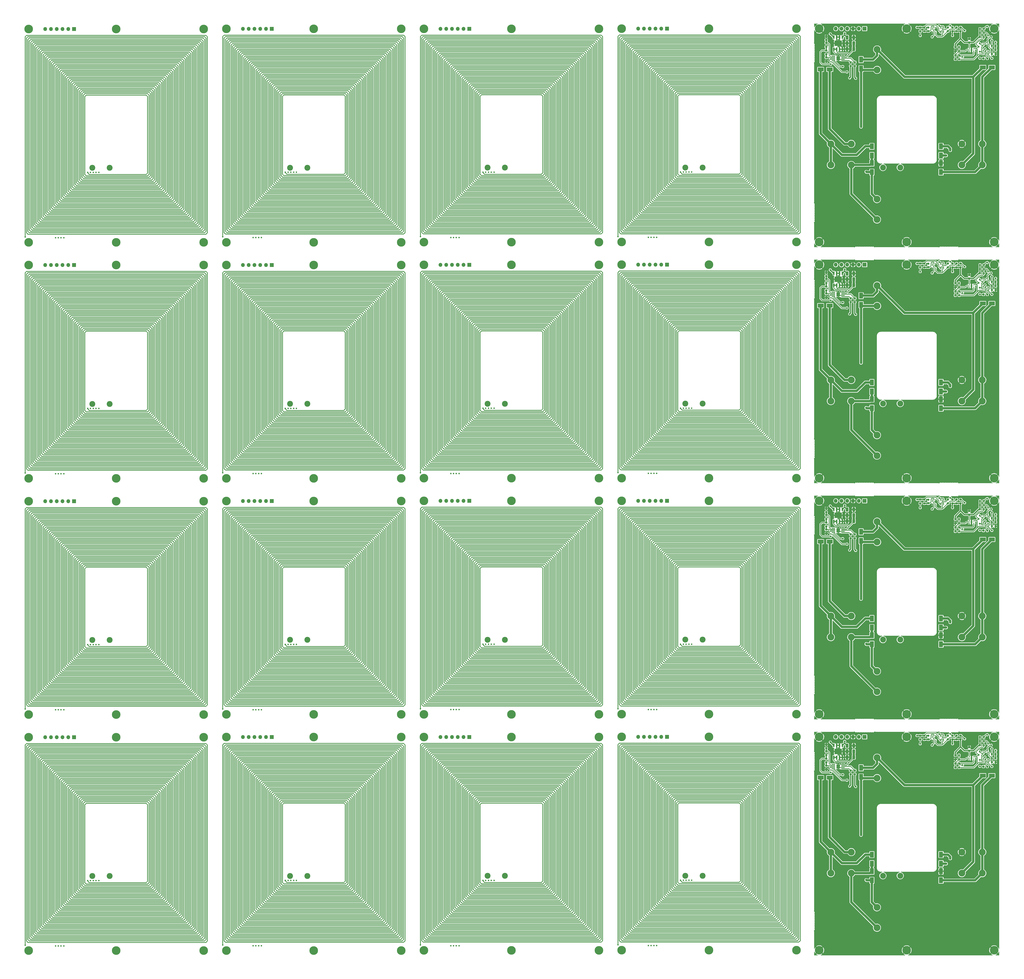
<source format=gbr>
%TF.GenerationSoftware,KiCad,Pcbnew,(6.0.5)*%
%TF.CreationDate,2022-08-17T15:04:11-07:00*%
%TF.ProjectId,X_Y_Panels,585f595f-5061-46e6-956c-732e6b696361,rev?*%
%TF.SameCoordinates,Original*%
%TF.FileFunction,Copper,L1,Top*%
%TF.FilePolarity,Positive*%
%FSLAX46Y46*%
G04 Gerber Fmt 4.6, Leading zero omitted, Abs format (unit mm)*
G04 Created by KiCad (PCBNEW (6.0.5)) date 2022-08-17 15:04:11*
%MOMM*%
%LPD*%
G01*
G04 APERTURE LIST*
G04 Aperture macros list*
%AMRoundRect*
0 Rectangle with rounded corners*
0 $1 Rounding radius*
0 $2 $3 $4 $5 $6 $7 $8 $9 X,Y pos of 4 corners*
0 Add a 4 corners polygon primitive as box body*
4,1,4,$2,$3,$4,$5,$6,$7,$8,$9,$2,$3,0*
0 Add four circle primitives for the rounded corners*
1,1,$1+$1,$2,$3*
1,1,$1+$1,$4,$5*
1,1,$1+$1,$6,$7*
1,1,$1+$1,$8,$9*
0 Add four rect primitives between the rounded corners*
20,1,$1+$1,$2,$3,$4,$5,0*
20,1,$1+$1,$4,$5,$6,$7,0*
20,1,$1+$1,$6,$7,$8,$9,0*
20,1,$1+$1,$8,$9,$2,$3,0*%
G04 Aperture macros list end*
%TA.AperFunction,ConnectorPad*%
%ADD10C,3.800000*%
%TD*%
%TA.AperFunction,ComponentPad*%
%ADD11C,2.600000*%
%TD*%
%TA.AperFunction,SMDPad,CuDef*%
%ADD12RoundRect,0.200000X-0.200000X-0.275000X0.200000X-0.275000X0.200000X0.275000X-0.200000X0.275000X0*%
%TD*%
%TA.AperFunction,SMDPad,CuDef*%
%ADD13RoundRect,0.200000X0.200000X0.275000X-0.200000X0.275000X-0.200000X-0.275000X0.200000X-0.275000X0*%
%TD*%
%TA.AperFunction,ComponentPad*%
%ADD14R,1.700000X1.700000*%
%TD*%
%TA.AperFunction,ComponentPad*%
%ADD15O,1.700000X1.700000*%
%TD*%
%TA.AperFunction,SMDPad,CuDef*%
%ADD16RoundRect,0.225000X-0.225000X-0.250000X0.225000X-0.250000X0.225000X0.250000X-0.225000X0.250000X0*%
%TD*%
%TA.AperFunction,SMDPad,CuDef*%
%ADD17RoundRect,0.200000X0.275000X-0.200000X0.275000X0.200000X-0.275000X0.200000X-0.275000X-0.200000X0*%
%TD*%
%TA.AperFunction,ComponentPad*%
%ADD18C,3.000000*%
%TD*%
%TA.AperFunction,SMDPad,CuDef*%
%ADD19R,0.600000X0.400000*%
%TD*%
%TA.AperFunction,SMDPad,CuDef*%
%ADD20RoundRect,0.225000X0.250000X-0.225000X0.250000X0.225000X-0.250000X0.225000X-0.250000X-0.225000X0*%
%TD*%
%TA.AperFunction,SMDPad,CuDef*%
%ADD21R,2.500000X1.700000*%
%TD*%
%TA.AperFunction,SMDPad,CuDef*%
%ADD22R,0.740000X0.270000*%
%TD*%
%TA.AperFunction,SMDPad,CuDef*%
%ADD23R,0.650000X1.350000*%
%TD*%
%TA.AperFunction,SMDPad,CuDef*%
%ADD24R,1.700000X2.500000*%
%TD*%
%TA.AperFunction,SMDPad,CuDef*%
%ADD25R,0.400000X0.600000*%
%TD*%
%TA.AperFunction,SMDPad,CuDef*%
%ADD26R,0.650000X0.400000*%
%TD*%
%TA.AperFunction,SMDPad,CuDef*%
%ADD27RoundRect,0.200000X-0.275000X0.200000X-0.275000X-0.200000X0.275000X-0.200000X0.275000X0.200000X0*%
%TD*%
%TA.AperFunction,SMDPad,CuDef*%
%ADD28RoundRect,0.250000X0.325000X0.650000X-0.325000X0.650000X-0.325000X-0.650000X0.325000X-0.650000X0*%
%TD*%
%TA.AperFunction,SMDPad,CuDef*%
%ADD29R,0.400000X0.650000*%
%TD*%
%TA.AperFunction,SMDPad,CuDef*%
%ADD30RoundRect,0.250000X-0.325000X-0.650000X0.325000X-0.650000X0.325000X0.650000X-0.325000X0.650000X0*%
%TD*%
%TA.AperFunction,SMDPad,CuDef*%
%ADD31RoundRect,0.150000X0.150000X-0.650000X0.150000X0.650000X-0.150000X0.650000X-0.150000X-0.650000X0*%
%TD*%
%TA.AperFunction,SMDPad,CuDef*%
%ADD32R,3.200000X2.400000*%
%TD*%
%TA.AperFunction,SMDPad,CuDef*%
%ADD33R,1.600000X0.300000*%
%TD*%
%TA.AperFunction,SMDPad,CuDef*%
%ADD34R,1.570000X1.880000*%
%TD*%
%TA.AperFunction,ViaPad*%
%ADD35C,0.800000*%
%TD*%
%TA.AperFunction,ViaPad*%
%ADD36C,0.650000*%
%TD*%
%TA.AperFunction,Conductor*%
%ADD37C,0.306000*%
%TD*%
%TA.AperFunction,Conductor*%
%ADD38C,0.500000*%
%TD*%
%TA.AperFunction,Conductor*%
%ADD39C,0.300000*%
%TD*%
%TA.AperFunction,Conductor*%
%ADD40C,1.000000*%
%TD*%
G04 APERTURE END LIST*
D10*
%TO.P,H29,1,1*%
%TO.N,GND*%
X399036000Y-314259997D03*
D11*
X399036000Y-314259997D03*
%TD*%
D12*
%TO.P,R14,1*%
%TO.N,+3V3*%
X431325000Y-14138000D03*
%TO.P,R14,2*%
%TO.N,Net-(Q3-Pad6)*%
X432975000Y-14138000D03*
%TD*%
D13*
%TO.P,R20,1*%
%TO.N,SCL_ISO*%
X422083000Y-23912000D03*
%TO.P,R20,2*%
%TO.N,Net-(R19-Pad2)*%
X420433000Y-23912000D03*
%TD*%
D11*
%TO.P,TP5,1,1*%
%TO.N,Coil_IN*%
X388582000Y-177429998D03*
%TO.P,TP5,2,2*%
%TO.N,Coil_OUT*%
X396202000Y-177429998D03*
%TD*%
D14*
%TO.P,J3,1,Pin_1*%
%TO.N,unconnected-(J3-Pad1)*%
X119546000Y-324359999D03*
D15*
%TO.P,J3,2,Pin_2*%
%TO.N,unconnected-(J3-Pad2)*%
X117006000Y-324359999D03*
%TO.P,J3,3,Pin_3*%
%TO.N,unconnected-(J3-Pad3)*%
X114466000Y-324359999D03*
%TO.P,J3,4,Pin_4*%
%TO.N,unconnected-(J3-Pad4)*%
X111926000Y-324359999D03*
%TO.P,J3,5,Pin_5*%
%TO.N,unconnected-(J3-Pad5)*%
X109386000Y-324359999D03*
%TO.P,J3,6,Pin_6*%
%TO.N,unconnected-(J3-Pad6)*%
X106846000Y-324359999D03*
%TD*%
D16*
%TO.P,C2,1*%
%TO.N,Net-(C2-Pad1)*%
X436575000Y-335438000D03*
%TO.P,C2,2*%
%TO.N,GND*%
X438125000Y-335438000D03*
%TD*%
D10*
%TO.P,H10,1,1*%
%TO.N,unconnected-(H10-Pad1)*%
X99546000Y-314359999D03*
D11*
X99546000Y-314359999D03*
%TD*%
D17*
%TO.P,R2,1*%
%TO.N,Net-(Q1-Pad3)*%
X417194000Y-117370000D03*
%TO.P,R2,2*%
%TO.N,Net-(Q2-Pad2)*%
X417194000Y-115720000D03*
%TD*%
D14*
%TO.P,J3,1,Pin_1*%
%TO.N,unconnected-(J3-Pad1)*%
X119546000Y-220359999D03*
D15*
%TO.P,J3,2,Pin_2*%
%TO.N,unconnected-(J3-Pad2)*%
X117006000Y-220359999D03*
%TO.P,J3,3,Pin_3*%
%TO.N,unconnected-(J3-Pad3)*%
X114466000Y-220359999D03*
%TO.P,J3,4,Pin_4*%
%TO.N,unconnected-(J3-Pad4)*%
X111926000Y-220359999D03*
%TO.P,J3,5,Pin_5*%
%TO.N,unconnected-(J3-Pad5)*%
X109386000Y-220359999D03*
%TO.P,J3,6,Pin_6*%
%TO.N,unconnected-(J3-Pad6)*%
X106846000Y-220359999D03*
%TD*%
D17*
%TO.P,R6,1*%
%TO.N,SCL*%
X405000000Y-221360000D03*
%TO.P,R6,2*%
%TO.N,SCL_ISO*%
X405000000Y-219710000D03*
%TD*%
%TO.P,R11,1*%
%TO.N,Net-(R10-Pad2)*%
X363625000Y-17185000D03*
%TO.P,R11,2*%
%TO.N,GND*%
X363625000Y-15535000D03*
%TD*%
D11*
%TO.P,H26,1,1*%
%TO.N,GND*%
X399036000Y-324259997D03*
D10*
X399036000Y-324259997D03*
%TD*%
D11*
%TO.P,TP3,1,1*%
%TO.N,Net-(TP3-Pad1)*%
X214586000Y-281479999D03*
%TO.P,TP3,2,2*%
X222206000Y-281479999D03*
%TD*%
D18*
%TO.P,SC1,1,+*%
%TO.N,Net-(D1-Pad2)*%
X374662000Y-271014000D03*
%TO.P,SC1,2,-*%
%TO.N,Net-(D2-Pad2)*%
X365662000Y-271014000D03*
%TD*%
D19*
%TO.P,Q3,1,S2*%
%TO.N,GND*%
X434625000Y-123635000D03*
%TO.P,Q3,2,G2*%
%TO.N,Net-(C2-Pad1)*%
X434625000Y-122985000D03*
%TO.P,Q3,3,D1*%
%TO.N,Net-(Q3-Pad3)*%
X434625000Y-122335000D03*
%TO.P,Q3,4,S1*%
%TO.N,GND*%
X432725000Y-122335000D03*
%TO.P,Q3,5,G1*%
%TO.N,Net-(Q3-Pad3)*%
X432725000Y-122985000D03*
%TO.P,Q3,6,D2*%
%TO.N,Net-(Q3-Pad6)*%
X432725000Y-123635000D03*
%TD*%
D13*
%TO.P,R12,1*%
%TO.N,Net-(Q3-Pad3)*%
X432975000Y-324360000D03*
%TO.P,R12,2*%
%TO.N,+3V3*%
X431325000Y-324360000D03*
%TD*%
D14*
%TO.P,J3,1,Pin_1*%
%TO.N,unconnected-(J3-Pad1)*%
X119546000Y-12359999D03*
D15*
%TO.P,J3,2,Pin_2*%
%TO.N,unconnected-(J3-Pad2)*%
X117006000Y-12359999D03*
%TO.P,J3,3,Pin_3*%
%TO.N,unconnected-(J3-Pad3)*%
X114466000Y-12359999D03*
%TO.P,J3,4,Pin_4*%
%TO.N,unconnected-(J3-Pad4)*%
X111926000Y-12359999D03*
%TO.P,J3,5,Pin_5*%
%TO.N,unconnected-(J3-Pad5)*%
X109386000Y-12359999D03*
%TO.P,J3,6,Pin_6*%
%TO.N,unconnected-(J3-Pad6)*%
X106846000Y-12359999D03*
%TD*%
D17*
%TO.P,R11,1*%
%TO.N,Net-(R10-Pad2)*%
X363625000Y-329185000D03*
%TO.P,R11,2*%
%TO.N,GND*%
X363625000Y-327535000D03*
%TD*%
D13*
%TO.P,R15,1*%
%TO.N,SDA_ISO*%
X432975000Y-327916000D03*
%TO.P,R15,2*%
%TO.N,+3V3*%
X431325000Y-327916000D03*
%TD*%
D14*
%TO.P,J6,1,Pin_1*%
%TO.N,VBATT*%
X380536000Y-324259997D03*
D15*
%TO.P,J6,2,Pin_2*%
%TO.N,+3V3*%
X377996000Y-324259997D03*
%TO.P,J6,3,Pin_3*%
%TO.N,GND*%
X375456000Y-324259997D03*
%TO.P,J6,4,Pin_4*%
%TO.N,SDA*%
X372916000Y-324259997D03*
%TO.P,J6,5,Pin_5*%
%TO.N,SCL*%
X370376000Y-324259997D03*
%TO.P,J6,6,Pin_6*%
%TO.N,VSOLAR*%
X367836000Y-324259997D03*
%TD*%
D12*
%TO.P,R14,1*%
%TO.N,+3V3*%
X431325000Y-222138000D03*
%TO.P,R14,2*%
%TO.N,Net-(Q3-Pad6)*%
X432975000Y-222138000D03*
%TD*%
D10*
%TO.P,H10,1,1*%
%TO.N,unconnected-(H10-Pad1)*%
X99546000Y-210359999D03*
D11*
X99546000Y-210359999D03*
%TD*%
D10*
%TO.P,H30,1,1*%
%TO.N,GND*%
X437536000Y-418259997D03*
D11*
X437536000Y-418259997D03*
%TD*%
D20*
%TO.P,C6,1*%
%TO.N,+3V3*%
X426592000Y-18337000D03*
%TO.P,C6,2*%
%TO.N,GND*%
X426592000Y-16787000D03*
%TD*%
D11*
%TO.P,H25,1,1*%
%TO.N,GND*%
X360536000Y-324259997D03*
D10*
X360536000Y-324259997D03*
%TD*%
D18*
%TO.P,SC3,1,+*%
%TO.N,Net-(D3-Pad2)*%
X385970000Y-96340000D03*
%TO.P,SC3,2,-*%
%TO.N,Net-(D4-Pad2)*%
X385970000Y-87340000D03*
%TD*%
D11*
%TO.P,H28,1,1*%
%TO.N,GND*%
X360536000Y-314259997D03*
D10*
X360536000Y-314259997D03*
%TD*%
%TO.P,H5,1,1*%
%TO.N,unconnected-(H5-Pad1)*%
X51050000Y-314410000D03*
D11*
X51050000Y-314410000D03*
%TD*%
D21*
%TO.P,D6,1,K*%
%TO.N,Net-(D5-Pad2)*%
X432530000Y-133320000D03*
%TO.P,D6,2,A*%
%TO.N,Net-(D6-Pad2)*%
X436530000Y-133320000D03*
%TD*%
D10*
%TO.P,H13,1,1*%
%TO.N,unconnected-(H13-Pad1)*%
X186542000Y-220309998D03*
D11*
X186542000Y-220309998D03*
%TD*%
D22*
%TO.P,U3,1,VDD*%
%TO.N,+3V3*%
X426613000Y-20976000D03*
%TO.P,U3,2,ADDR*%
%TO.N,Net-(R19-Pad2)*%
X426613000Y-21626000D03*
%TO.P,U3,3,GND*%
%TO.N,GND*%
X426613000Y-22276000D03*
%TO.P,U3,4,SCL*%
%TO.N,SCL_ISO*%
X428603000Y-22276000D03*
%TO.P,U3,5,INT*%
%TO.N,unconnected-(U3-Pad5)*%
X428603000Y-21626000D03*
%TO.P,U3,6,SDA*%
%TO.N,SDA_ISO*%
X428603000Y-20976000D03*
D23*
%TO.P,U3,7,EXP*%
%TO.N,GND*%
X427608000Y-21626000D03*
%TD*%
D11*
%TO.P,H14,1,1*%
%TO.N,unconnected-(H14-Pad1)*%
X225042000Y-12309998D03*
D10*
X225042000Y-12309998D03*
%TD*%
D24*
%TO.P,D5,1,K*%
%TO.N,Net-(D4-Pad2)*%
X378960000Y-341890000D03*
%TO.P,D5,2,A*%
%TO.N,Net-(D5-Pad2)*%
X378960000Y-337890000D03*
%TD*%
D10*
%TO.P,H23,1,1*%
%TO.N,unconnected-(H23-Pad1)*%
X312038000Y-314259997D03*
D11*
X312038000Y-314259997D03*
%TD*%
%TO.P,TP4,1,1*%
%TO.N,Net-(TP4-Pad1)*%
X301582000Y-281429998D03*
%TO.P,TP4,2,2*%
X309202000Y-281429998D03*
%TD*%
D25*
%TO.P,Q1,1,S2*%
%TO.N,GND*%
X410448000Y-221760000D03*
%TO.P,Q1,2,G2*%
%TO.N,Net-(Q1-Pad2)*%
X411098000Y-221760000D03*
%TO.P,Q1,3,D1*%
%TO.N,Net-(Q1-Pad3)*%
X411748000Y-221760000D03*
%TO.P,Q1,4,S1*%
%TO.N,GND*%
X411748000Y-219860000D03*
%TO.P,Q1,5,G1*%
%TO.N,Net-(C1-Pad1)*%
X411098000Y-219860000D03*
%TO.P,Q1,6,D2*%
%TO.N,Net-(Q1-Pad2)*%
X410448000Y-219860000D03*
%TD*%
D20*
%TO.P,C6,1*%
%TO.N,+3V3*%
X426592000Y-122337000D03*
%TO.P,C6,2*%
%TO.N,GND*%
X426592000Y-120787000D03*
%TD*%
D10*
%TO.P,H7,1,1*%
%TO.N,unconnected-(H7-Pad1)*%
X99546000Y-220359999D03*
D11*
X99546000Y-220359999D03*
%TD*%
D10*
%TO.P,H18,1,1*%
%TO.N,unconnected-(H18-Pad1)*%
X263542000Y-210309998D03*
D11*
X263542000Y-210309998D03*
%TD*%
D22*
%TO.P,U3,1,VDD*%
%TO.N,+3V3*%
X426613000Y-228976000D03*
%TO.P,U3,2,ADDR*%
%TO.N,Net-(R19-Pad2)*%
X426613000Y-229626000D03*
%TO.P,U3,3,GND*%
%TO.N,GND*%
X426613000Y-230276000D03*
%TO.P,U3,4,SCL*%
%TO.N,SCL_ISO*%
X428603000Y-230276000D03*
%TO.P,U3,5,INT*%
%TO.N,unconnected-(U3-Pad5)*%
X428603000Y-229626000D03*
%TO.P,U3,6,SDA*%
%TO.N,SDA_ISO*%
X428603000Y-228976000D03*
D23*
%TO.P,U3,7,EXP*%
%TO.N,GND*%
X427608000Y-229626000D03*
%TD*%
D11*
%TO.P,H16,1,1*%
%TO.N,unconnected-(H16-Pad1)*%
X186542000Y-210309998D03*
D10*
X186542000Y-210309998D03*
%TD*%
D25*
%TO.P,Q1,1,S2*%
%TO.N,GND*%
X410448000Y-325760000D03*
%TO.P,Q1,2,G2*%
%TO.N,Net-(Q1-Pad2)*%
X411098000Y-325760000D03*
%TO.P,Q1,3,D1*%
%TO.N,Net-(Q1-Pad3)*%
X411748000Y-325760000D03*
%TO.P,Q1,4,S1*%
%TO.N,GND*%
X411748000Y-323860000D03*
%TO.P,Q1,5,G1*%
%TO.N,Net-(C1-Pad1)*%
X411098000Y-323860000D03*
%TO.P,Q1,6,D2*%
%TO.N,Net-(Q1-Pad2)*%
X410448000Y-323860000D03*
%TD*%
D11*
%TO.P,H24,1,1*%
%TO.N,unconnected-(H24-Pad1)*%
X350538000Y-210259997D03*
D10*
X350538000Y-210259997D03*
%TD*%
D11*
%TO.P,H26,1,1*%
%TO.N,GND*%
X399036000Y-116259997D03*
D10*
X399036000Y-116259997D03*
%TD*%
D26*
%TO.P,Q4,1,E1*%
%TO.N,SDA*%
X434625000Y-335445000D03*
%TO.P,Q4,2,B1*%
%TO.N,Net-(Q4-Pad2)*%
X434625000Y-334795000D03*
%TO.P,Q4,3,C2*%
%TO.N,SDA*%
X434625000Y-334145000D03*
%TO.P,Q4,4,E2*%
%TO.N,SDA_ISO*%
X432725000Y-334145000D03*
%TO.P,Q4,5,B2*%
%TO.N,Net-(Q3-Pad6)*%
X432725000Y-334795000D03*
%TO.P,Q4,6,C1*%
%TO.N,SDA_ISO*%
X432725000Y-335445000D03*
%TD*%
D27*
%TO.P,R4,1*%
%TO.N,SCL_ISO*%
X422782000Y-11720000D03*
%TO.P,R4,2*%
%TO.N,+3V3*%
X422782000Y-13370000D03*
%TD*%
D11*
%TO.P,H9,1,1*%
%TO.N,unconnected-(H9-Pad1)*%
X176546000Y-12359999D03*
D10*
X176546000Y-12359999D03*
%TD*%
D28*
%TO.P,C5,1*%
%TO.N,GND*%
X375750000Y-16110000D03*
%TO.P,C5,2*%
%TO.N,VBATT*%
X372800000Y-16110000D03*
%TD*%
D18*
%TO.P,SC3,1,+*%
%TO.N,Net-(D3-Pad2)*%
X385970000Y-408340000D03*
%TO.P,SC3,2,-*%
%TO.N,Net-(D4-Pad2)*%
X385970000Y-399340000D03*
%TD*%
D11*
%TO.P,H24,1,1*%
%TO.N,unconnected-(H24-Pad1)*%
X350538000Y-106259997D03*
D10*
X350538000Y-106259997D03*
%TD*%
D29*
%TO.P,Q2,1,E1*%
%TO.N,SCL*%
X415325000Y-116010000D03*
%TO.P,Q2,2,B1*%
%TO.N,Net-(Q2-Pad2)*%
X414675000Y-116010000D03*
%TO.P,Q2,3,C2*%
%TO.N,SCL*%
X414025000Y-116010000D03*
%TO.P,Q2,4,E2*%
%TO.N,SCL_ISO*%
X414025000Y-117910000D03*
%TO.P,Q2,5,B2*%
%TO.N,Net-(Q1-Pad3)*%
X414675000Y-117910000D03*
%TO.P,Q2,6,C1*%
%TO.N,SCL_ISO*%
X415325000Y-117910000D03*
%TD*%
D11*
%TO.P,H4,1,1*%
%TO.N,unconnected-(H4-Pad1)*%
X12550000Y-106410000D03*
D10*
X12550000Y-106410000D03*
%TD*%
%TO.P,H30,1,1*%
%TO.N,GND*%
X437536000Y-106259997D03*
D11*
X437536000Y-106259997D03*
%TD*%
%TO.P,H11,1,1*%
%TO.N,unconnected-(H11-Pad1)*%
X138046000Y-210359999D03*
D10*
X138046000Y-210359999D03*
%TD*%
D11*
%TO.P,H16,1,1*%
%TO.N,unconnected-(H16-Pad1)*%
X186542000Y-106309998D03*
D10*
X186542000Y-106309998D03*
%TD*%
D30*
%TO.P,C3,1*%
%TO.N,GND*%
X372800000Y-125185000D03*
%TO.P,C3,2*%
%TO.N,Net-(C3-Pad2)*%
X375750000Y-125185000D03*
%TD*%
D20*
%TO.P,C1,1*%
%TO.N,Net-(C1-Pad1)*%
X408558000Y-117320000D03*
%TO.P,C1,2*%
%TO.N,GND*%
X408558000Y-115770000D03*
%TD*%
D30*
%TO.P,C3,1*%
%TO.N,GND*%
X372800000Y-21185000D03*
%TO.P,C3,2*%
%TO.N,Net-(C3-Pad2)*%
X375750000Y-21185000D03*
%TD*%
D19*
%TO.P,Q3,1,S2*%
%TO.N,GND*%
X434625000Y-19635000D03*
%TO.P,Q3,2,G2*%
%TO.N,Net-(C2-Pad1)*%
X434625000Y-18985000D03*
%TO.P,Q3,3,D1*%
%TO.N,Net-(Q3-Pad3)*%
X434625000Y-18335000D03*
%TO.P,Q3,4,S1*%
%TO.N,GND*%
X432725000Y-18335000D03*
%TO.P,Q3,5,G1*%
%TO.N,Net-(Q3-Pad3)*%
X432725000Y-18985000D03*
%TO.P,Q3,6,D2*%
%TO.N,Net-(Q3-Pad6)*%
X432725000Y-19635000D03*
%TD*%
D18*
%TO.P,SC6,1,+*%
%TO.N,Net-(D6-Pad2)*%
X432320000Y-167014000D03*
%TO.P,SC6,2,-*%
%TO.N,GND*%
X423320000Y-167014000D03*
%TD*%
D10*
%TO.P,H6,1,1*%
%TO.N,unconnected-(H6-Pad1)*%
X89550000Y-106410000D03*
D11*
X89550000Y-106410000D03*
%TD*%
D12*
%TO.P,R22,1*%
%TO.N,+3V3*%
X420433000Y-228356000D03*
%TO.P,R22,2*%
%TO.N,Net-(R19-Pad2)*%
X422083000Y-228356000D03*
%TD*%
D11*
%TO.P,TP5,1,1*%
%TO.N,Coil_IN*%
X388582000Y-385429998D03*
%TO.P,TP5,2,2*%
%TO.N,Coil_OUT*%
X396202000Y-385429998D03*
%TD*%
%TO.P,H27,1,1*%
%TO.N,GND*%
X437536000Y-324259997D03*
D10*
X437536000Y-324259997D03*
%TD*%
D11*
%TO.P,TP2,1,1*%
%TO.N,Net-(TP2-Pad1)*%
X127590000Y-281530000D03*
%TO.P,TP2,2,2*%
X135210000Y-281530000D03*
%TD*%
D18*
%TO.P,SC2,1,+*%
%TO.N,Net-(D2-Pad2)*%
X365662000Y-72320000D03*
%TO.P,SC2,2,-*%
%TO.N,Net-(D3-Pad2)*%
X374662000Y-72320000D03*
%TD*%
D10*
%TO.P,H17,1,1*%
%TO.N,unconnected-(H17-Pad1)*%
X225042000Y-106309998D03*
D11*
X225042000Y-106309998D03*
%TD*%
%TO.P,H3,1,1*%
%TO.N,unconnected-(H3-Pad1)*%
X89550000Y-220410000D03*
D10*
X89550000Y-220410000D03*
%TD*%
D27*
%TO.P,R18,1*%
%TO.N,Net-(R18-Pad1)*%
X376200000Y-339035000D03*
%TO.P,R18,2*%
%TO.N,Coil_OUT*%
X376200000Y-340685000D03*
%TD*%
D31*
%TO.P,U2,1,VO*%
%TO.N,Net-(C3-Pad2)*%
X366965000Y-229313000D03*
%TO.P,U2,2,Vo_s*%
X368235000Y-229313000D03*
%TO.P,U2,3,GND*%
%TO.N,GND*%
X369505000Y-229313000D03*
%TO.P,U2,4,GND*%
X370775000Y-229313000D03*
%TO.P,U2,5,EN*%
%TO.N,VBATT*%
X370775000Y-224013000D03*
%TO.P,U2,6,GND*%
%TO.N,GND*%
X369505000Y-224013000D03*
%TO.P,U2,7,GND*%
X368235000Y-224013000D03*
%TO.P,U2,8,VCC*%
%TO.N,VBATT*%
X366965000Y-224013000D03*
D32*
%TO.P,U2,9,GND*%
%TO.N,GND*%
X368870000Y-226663000D03*
%TD*%
D13*
%TO.P,R12,1*%
%TO.N,Net-(Q3-Pad3)*%
X432975000Y-12360000D03*
%TO.P,R12,2*%
%TO.N,+3V3*%
X431325000Y-12360000D03*
%TD*%
D27*
%TO.P,R8,1*%
%TO.N,+3V3*%
X363625000Y-229885000D03*
%TO.P,R8,2*%
%TO.N,Net-(R8-Pad2)*%
X363625000Y-231535000D03*
%TD*%
D11*
%TO.P,H4,1,1*%
%TO.N,unconnected-(H4-Pad1)*%
X12550000Y-418410000D03*
D10*
X12550000Y-418410000D03*
%TD*%
D12*
%TO.P,R22,1*%
%TO.N,+3V3*%
X420433000Y-124356000D03*
%TO.P,R22,2*%
%TO.N,Net-(R19-Pad2)*%
X422083000Y-124356000D03*
%TD*%
D24*
%TO.P,D3,1,K*%
%TO.N,Net-(D2-Pad2)*%
X383720000Y-376110000D03*
%TO.P,D3,2,A*%
%TO.N,Net-(D3-Pad2)*%
X383720000Y-380110000D03*
%TD*%
D29*
%TO.P,Q2,1,E1*%
%TO.N,SCL*%
X415325000Y-220010000D03*
%TO.P,Q2,2,B1*%
%TO.N,Net-(Q2-Pad2)*%
X414675000Y-220010000D03*
%TO.P,Q2,3,C2*%
%TO.N,SCL*%
X414025000Y-220010000D03*
%TO.P,Q2,4,E2*%
%TO.N,SCL_ISO*%
X414025000Y-221910000D03*
%TO.P,Q2,5,B2*%
%TO.N,Net-(Q1-Pad3)*%
X414675000Y-221910000D03*
%TO.P,Q2,6,C1*%
%TO.N,SCL_ISO*%
X415325000Y-221910000D03*
%TD*%
D24*
%TO.P,D4,1,K*%
%TO.N,Net-(D3-Pad2)*%
X383700000Y-383450000D03*
%TO.P,D4,2,A*%
%TO.N,Net-(D4-Pad2)*%
X383700000Y-387450000D03*
%TD*%
D10*
%TO.P,H18,1,1*%
%TO.N,unconnected-(H18-Pad1)*%
X263542000Y-106309998D03*
D11*
X263542000Y-106309998D03*
%TD*%
%TO.P,H22,1,1*%
%TO.N,unconnected-(H22-Pad1)*%
X273538000Y-210259997D03*
D10*
X273538000Y-210259997D03*
%TD*%
%TO.P,H20,1,1*%
%TO.N,unconnected-(H20-Pad1)*%
X312038000Y-12259997D03*
D11*
X312038000Y-12259997D03*
%TD*%
D14*
%TO.P,J4,1,Pin_1*%
%TO.N,unconnected-(J4-Pad1)*%
X206542000Y-12309998D03*
D15*
%TO.P,J4,2,Pin_2*%
%TO.N,unconnected-(J4-Pad2)*%
X204002000Y-12309998D03*
%TO.P,J4,3,Pin_3*%
%TO.N,unconnected-(J4-Pad3)*%
X201462000Y-12309998D03*
%TO.P,J4,4,Pin_4*%
%TO.N,unconnected-(J4-Pad4)*%
X198922000Y-12309998D03*
%TO.P,J4,5,Pin_5*%
%TO.N,unconnected-(J4-Pad5)*%
X196382000Y-12309998D03*
%TO.P,J4,6,Pin_6*%
%TO.N,unconnected-(J4-Pad6)*%
X193842000Y-12309998D03*
%TD*%
D17*
%TO.P,R5,1*%
%TO.N,Net-(C1-Pad1)*%
X406780000Y-13370000D03*
%TO.P,R5,2*%
%TO.N,SCL_ISO*%
X406780000Y-11720000D03*
%TD*%
%TO.P,R3,1*%
%TO.N,+3V3*%
X421004000Y-221370000D03*
%TO.P,R3,2*%
%TO.N,Net-(Q1-Pad3)*%
X421004000Y-219720000D03*
%TD*%
D13*
%TO.P,R15,1*%
%TO.N,SDA_ISO*%
X432975000Y-119916000D03*
%TO.P,R15,2*%
%TO.N,+3V3*%
X431325000Y-119916000D03*
%TD*%
D31*
%TO.P,U2,1,VO*%
%TO.N,Net-(C3-Pad2)*%
X366965000Y-21313000D03*
%TO.P,U2,2,Vo_s*%
X368235000Y-21313000D03*
%TO.P,U2,3,GND*%
%TO.N,GND*%
X369505000Y-21313000D03*
%TO.P,U2,4,GND*%
X370775000Y-21313000D03*
%TO.P,U2,5,EN*%
%TO.N,VBATT*%
X370775000Y-16013000D03*
%TO.P,U2,6,GND*%
%TO.N,GND*%
X369505000Y-16013000D03*
%TO.P,U2,7,GND*%
X368235000Y-16013000D03*
%TO.P,U2,8,VCC*%
%TO.N,VBATT*%
X366965000Y-16013000D03*
D32*
%TO.P,U2,9,GND*%
%TO.N,GND*%
X368870000Y-18663000D03*
%TD*%
D18*
%TO.P,SC1,1,+*%
%TO.N,Net-(D1-Pad2)*%
X374662000Y-167014000D03*
%TO.P,SC1,2,-*%
%TO.N,Net-(D2-Pad2)*%
X365662000Y-167014000D03*
%TD*%
D11*
%TO.P,TP4,1,1*%
%TO.N,Net-(TP4-Pad1)*%
X301582000Y-385429998D03*
%TO.P,TP4,2,2*%
X309202000Y-385429998D03*
%TD*%
%TO.P,H3,1,1*%
%TO.N,unconnected-(H3-Pad1)*%
X89550000Y-12410000D03*
D10*
X89550000Y-12410000D03*
%TD*%
D18*
%TO.P,SC5,1,+*%
%TO.N,Net-(D5-Pad2)*%
X423320000Y-280320000D03*
%TO.P,SC5,2,-*%
%TO.N,Net-(D6-Pad2)*%
X432320000Y-280320000D03*
%TD*%
D11*
%TO.P,TP1,1,1*%
%TO.N,Net-(TP1-Pad1)*%
X40594000Y-385580001D03*
%TO.P,TP1,2,2*%
X48214000Y-385580001D03*
%TD*%
%TO.P,H22,1,1*%
%TO.N,unconnected-(H22-Pad1)*%
X273538000Y-314259997D03*
D10*
X273538000Y-314259997D03*
%TD*%
D17*
%TO.P,R3,1*%
%TO.N,+3V3*%
X421004000Y-13370000D03*
%TO.P,R3,2*%
%TO.N,Net-(Q1-Pad3)*%
X421004000Y-11720000D03*
%TD*%
D18*
%TO.P,SC6,1,+*%
%TO.N,Net-(D6-Pad2)*%
X432320000Y-375014000D03*
%TO.P,SC6,2,-*%
%TO.N,GND*%
X423320000Y-375014000D03*
%TD*%
D11*
%TO.P,H12,1,1*%
%TO.N,unconnected-(H12-Pad1)*%
X176546000Y-314359999D03*
D10*
X176546000Y-314359999D03*
%TD*%
D13*
%TO.P,R20,1*%
%TO.N,SCL_ISO*%
X422083000Y-127912000D03*
%TO.P,R20,2*%
%TO.N,Net-(R19-Pad2)*%
X420433000Y-127912000D03*
%TD*%
D30*
%TO.P,C4,1*%
%TO.N,GND*%
X372800000Y-330645000D03*
%TO.P,C4,2*%
%TO.N,Net-(C3-Pad2)*%
X375750000Y-330645000D03*
%TD*%
D14*
%TO.P,J1,1,Pin_1*%
%TO.N,Net-(J1-Pad1)*%
X32550000Y-324410000D03*
D15*
%TO.P,J1,2,Pin_2*%
%TO.N,Net-(J1-Pad2)*%
X30010000Y-324410000D03*
%TO.P,J1,3,Pin_3*%
%TO.N,Net-(J1-Pad3)*%
X27470000Y-324410000D03*
%TO.P,J1,4,Pin_4*%
%TO.N,Net-(J1-Pad4)*%
X24930000Y-324410000D03*
%TO.P,J1,5,Pin_5*%
%TO.N,Net-(J1-Pad5)*%
X22390000Y-324410000D03*
%TO.P,J1,6,Pin_6*%
%TO.N,Net-(J1-Pad6)*%
X19850000Y-324410000D03*
%TD*%
D27*
%TO.P,R1,1*%
%TO.N,Net-(Q1-Pad2)*%
X419226000Y-323720000D03*
%TO.P,R1,2*%
%TO.N,+3V3*%
X419226000Y-325370000D03*
%TD*%
D21*
%TO.P,D6,1,K*%
%TO.N,Net-(D5-Pad2)*%
X432530000Y-29320000D03*
%TO.P,D6,2,A*%
%TO.N,Net-(D6-Pad2)*%
X436530000Y-29320000D03*
%TD*%
D26*
%TO.P,Q4,1,E1*%
%TO.N,SDA*%
X434625000Y-231445000D03*
%TO.P,Q4,2,B1*%
%TO.N,Net-(Q4-Pad2)*%
X434625000Y-230795000D03*
%TO.P,Q4,3,C2*%
%TO.N,SDA*%
X434625000Y-230145000D03*
%TO.P,Q4,4,E2*%
%TO.N,SDA_ISO*%
X432725000Y-230145000D03*
%TO.P,Q4,5,B2*%
%TO.N,Net-(Q3-Pad6)*%
X432725000Y-230795000D03*
%TO.P,Q4,6,C1*%
%TO.N,SDA_ISO*%
X432725000Y-231445000D03*
%TD*%
D12*
%TO.P,R16,1*%
%TO.N,Net-(C2-Pad1)*%
X436525000Y-229660000D03*
%TO.P,R16,2*%
%TO.N,SDA_ISO*%
X438175000Y-229660000D03*
%TD*%
D10*
%TO.P,H2,1,1*%
%TO.N,unconnected-(H2-Pad1)*%
X51050000Y-12410000D03*
D11*
X51050000Y-12410000D03*
%TD*%
D10*
%TO.P,H6,1,1*%
%TO.N,unconnected-(H6-Pad1)*%
X89550000Y-210410000D03*
D11*
X89550000Y-210410000D03*
%TD*%
D10*
%TO.P,H30,1,1*%
%TO.N,GND*%
X437536000Y-314259997D03*
D11*
X437536000Y-314259997D03*
%TD*%
%TO.P,H15,1,1*%
%TO.N,unconnected-(H15-Pad1)*%
X263542000Y-12309998D03*
D10*
X263542000Y-12309998D03*
%TD*%
D24*
%TO.P,D7,1,K*%
%TO.N,Net-(D6-Pad2)*%
X414146000Y-283450000D03*
%TO.P,D7,2,A*%
%TO.N,GND*%
X414146000Y-279450000D03*
%TD*%
D10*
%TO.P,H10,1,1*%
%TO.N,unconnected-(H10-Pad1)*%
X99546000Y-106359999D03*
D11*
X99546000Y-106359999D03*
%TD*%
D17*
%TO.P,R6,1*%
%TO.N,SCL*%
X405000000Y-325360000D03*
%TO.P,R6,2*%
%TO.N,SCL_ISO*%
X405000000Y-323710000D03*
%TD*%
D24*
%TO.P,D1,1,K*%
%TO.N,VSOLAR*%
X414146000Y-68110000D03*
%TO.P,D1,2,A*%
%TO.N,Net-(D1-Pad2)*%
X414146000Y-64110000D03*
%TD*%
D11*
%TO.P,H1,1,1*%
%TO.N,unconnected-(H1-Pad1)*%
X12550000Y-12410000D03*
D10*
X12550000Y-12410000D03*
%TD*%
D21*
%TO.P,D2,1,K*%
%TO.N,Net-(D1-Pad2)*%
X365150000Y-238235000D03*
%TO.P,D2,2,A*%
%TO.N,Net-(D2-Pad2)*%
X361150000Y-238235000D03*
%TD*%
D13*
%TO.P,R13,1*%
%TO.N,Net-(Q4-Pad2)*%
X434500000Y-233335000D03*
%TO.P,R13,2*%
%TO.N,Net-(Q3-Pad6)*%
X432850000Y-233335000D03*
%TD*%
D10*
%TO.P,H29,1,1*%
%TO.N,GND*%
X399036000Y-418259997D03*
D11*
X399036000Y-418259997D03*
%TD*%
%TO.P,H11,1,1*%
%TO.N,unconnected-(H11-Pad1)*%
X138046000Y-314359999D03*
D10*
X138046000Y-314359999D03*
%TD*%
D11*
%TO.P,TP3,1,1*%
%TO.N,Net-(TP3-Pad1)*%
X214586000Y-385479999D03*
%TO.P,TP3,2,2*%
X222206000Y-385479999D03*
%TD*%
D10*
%TO.P,H13,1,1*%
%TO.N,unconnected-(H13-Pad1)*%
X186542000Y-324309998D03*
D11*
X186542000Y-324309998D03*
%TD*%
D17*
%TO.P,R10,1*%
%TO.N,+3V3*%
X363625000Y-20233000D03*
%TO.P,R10,2*%
%TO.N,Net-(R10-Pad2)*%
X363625000Y-18583000D03*
%TD*%
D11*
%TO.P,H16,1,1*%
%TO.N,unconnected-(H16-Pad1)*%
X186542000Y-418309998D03*
D10*
X186542000Y-418309998D03*
%TD*%
D11*
%TO.P,H9,1,1*%
%TO.N,unconnected-(H9-Pad1)*%
X176546000Y-116359999D03*
D10*
X176546000Y-116359999D03*
%TD*%
D27*
%TO.P,R18,1*%
%TO.N,Net-(R18-Pad1)*%
X376200000Y-131035000D03*
%TO.P,R18,2*%
%TO.N,Coil_OUT*%
X376200000Y-132685000D03*
%TD*%
D16*
%TO.P,C2,1*%
%TO.N,Net-(C2-Pad1)*%
X436575000Y-23438000D03*
%TO.P,C2,2*%
%TO.N,GND*%
X438125000Y-23438000D03*
%TD*%
D33*
%TO.P,U1,1,OUT2*%
%TO.N,Net-(R17-Pad1)*%
X370970000Y-26267000D03*
%TO.P,U1,2,ISENSE*%
%TO.N,GND*%
X370970000Y-25767000D03*
%TO.P,U1,3,OUT1*%
%TO.N,Net-(R18-Pad1)*%
X370970000Y-25267000D03*
%TO.P,U1,4,VCC*%
%TO.N,Net-(C3-Pad2)*%
X370970000Y-24767000D03*
%TO.P,U1,5,GND*%
%TO.N,GND*%
X370970000Y-24267000D03*
%TO.P,U1,6,FAULTN*%
%TO.N,unconnected-(U1-Pad6)*%
X366770000Y-24267000D03*
%TO.P,U1,7,A0*%
%TO.N,Net-(R10-Pad2)*%
X366770000Y-24767000D03*
%TO.P,U1,8,A1*%
%TO.N,Net-(R8-Pad2)*%
X366770000Y-25267000D03*
%TO.P,U1,9,SDA*%
%TO.N,SDA_ISO*%
X366770000Y-25767000D03*
%TO.P,U1,10,SCL*%
%TO.N,SCL_ISO*%
X366770000Y-26267000D03*
D34*
%TO.P,U1,11,EP*%
%TO.N,GND*%
X368870000Y-25267000D03*
%TD*%
D12*
%TO.P,R16,1*%
%TO.N,Net-(C2-Pad1)*%
X436525000Y-333660000D03*
%TO.P,R16,2*%
%TO.N,SDA_ISO*%
X438175000Y-333660000D03*
%TD*%
D11*
%TO.P,TP2,1,1*%
%TO.N,Net-(TP2-Pad1)*%
X127590000Y-177530000D03*
%TO.P,TP2,2,2*%
X135210000Y-177530000D03*
%TD*%
D30*
%TO.P,C4,1*%
%TO.N,GND*%
X372800000Y-18645000D03*
%TO.P,C4,2*%
%TO.N,Net-(C3-Pad2)*%
X375750000Y-18645000D03*
%TD*%
D10*
%TO.P,H2,1,1*%
%TO.N,unconnected-(H2-Pad1)*%
X51050000Y-116410000D03*
D11*
X51050000Y-116410000D03*
%TD*%
D21*
%TO.P,D6,1,K*%
%TO.N,Net-(D5-Pad2)*%
X432530000Y-237320000D03*
%TO.P,D6,2,A*%
%TO.N,Net-(D6-Pad2)*%
X436530000Y-237320000D03*
%TD*%
D11*
%TO.P,H12,1,1*%
%TO.N,unconnected-(H12-Pad1)*%
X176546000Y-418359999D03*
D10*
X176546000Y-418359999D03*
%TD*%
D17*
%TO.P,R2,1*%
%TO.N,Net-(Q1-Pad3)*%
X417194000Y-221370000D03*
%TO.P,R2,2*%
%TO.N,Net-(Q2-Pad2)*%
X417194000Y-219720000D03*
%TD*%
D18*
%TO.P,SC4,1,+*%
%TO.N,Net-(D4-Pad2)*%
X386020000Y-238420000D03*
%TO.P,SC4,2,-*%
%TO.N,Net-(D5-Pad2)*%
X386020000Y-229420000D03*
%TD*%
D10*
%TO.P,H19,1,1*%
%TO.N,unconnected-(H19-Pad1)*%
X273538000Y-220259997D03*
D11*
X273538000Y-220259997D03*
%TD*%
D21*
%TO.P,D2,1,K*%
%TO.N,Net-(D1-Pad2)*%
X365150000Y-30235000D03*
%TO.P,D2,2,A*%
%TO.N,Net-(D2-Pad2)*%
X361150000Y-30235000D03*
%TD*%
D10*
%TO.P,H30,1,1*%
%TO.N,GND*%
X437536000Y-210259997D03*
D11*
X437536000Y-210259997D03*
%TD*%
D27*
%TO.P,R17,1*%
%TO.N,Net-(R17-Pad1)*%
X374400000Y-339035000D03*
%TO.P,R17,2*%
%TO.N,Coil_IN*%
X374400000Y-340685000D03*
%TD*%
D25*
%TO.P,Q1,1,S2*%
%TO.N,GND*%
X410448000Y-117760000D03*
%TO.P,Q1,2,G2*%
%TO.N,Net-(Q1-Pad2)*%
X411098000Y-117760000D03*
%TO.P,Q1,3,D1*%
%TO.N,Net-(Q1-Pad3)*%
X411748000Y-117760000D03*
%TO.P,Q1,4,S1*%
%TO.N,GND*%
X411748000Y-115860000D03*
%TO.P,Q1,5,G1*%
%TO.N,Net-(C1-Pad1)*%
X411098000Y-115860000D03*
%TO.P,Q1,6,D2*%
%TO.N,Net-(Q1-Pad2)*%
X410448000Y-115860000D03*
%TD*%
D24*
%TO.P,D1,1,K*%
%TO.N,VSOLAR*%
X414146000Y-276110000D03*
%TO.P,D1,2,A*%
%TO.N,Net-(D1-Pad2)*%
X414146000Y-272110000D03*
%TD*%
D10*
%TO.P,H29,1,1*%
%TO.N,GND*%
X399036000Y-106259997D03*
D11*
X399036000Y-106259997D03*
%TD*%
D10*
%TO.P,H13,1,1*%
%TO.N,unconnected-(H13-Pad1)*%
X186542000Y-12309998D03*
D11*
X186542000Y-12309998D03*
%TD*%
D10*
%TO.P,H8,1,1*%
%TO.N,unconnected-(H8-Pad1)*%
X138046000Y-12359999D03*
D11*
X138046000Y-12359999D03*
%TD*%
D24*
%TO.P,D1,1,K*%
%TO.N,VSOLAR*%
X414146000Y-380110000D03*
%TO.P,D1,2,A*%
%TO.N,Net-(D1-Pad2)*%
X414146000Y-376110000D03*
%TD*%
D17*
%TO.P,R2,1*%
%TO.N,Net-(Q1-Pad3)*%
X417194000Y-325370000D03*
%TO.P,R2,2*%
%TO.N,Net-(Q2-Pad2)*%
X417194000Y-323720000D03*
%TD*%
D12*
%TO.P,R22,1*%
%TO.N,+3V3*%
X420433000Y-20356000D03*
%TO.P,R22,2*%
%TO.N,Net-(R19-Pad2)*%
X422083000Y-20356000D03*
%TD*%
D28*
%TO.P,C5,1*%
%TO.N,GND*%
X375750000Y-328110000D03*
%TO.P,C5,2*%
%TO.N,VBATT*%
X372800000Y-328110000D03*
%TD*%
D12*
%TO.P,R7,1*%
%TO.N,SDA*%
X436522000Y-19879000D03*
%TO.P,R7,2*%
%TO.N,SDA_ISO*%
X438172000Y-19879000D03*
%TD*%
D14*
%TO.P,J6,1,Pin_1*%
%TO.N,VBATT*%
X380536000Y-116259997D03*
D15*
%TO.P,J6,2,Pin_2*%
%TO.N,+3V3*%
X377996000Y-116259997D03*
%TO.P,J6,3,Pin_3*%
%TO.N,GND*%
X375456000Y-116259997D03*
%TO.P,J6,4,Pin_4*%
%TO.N,SDA*%
X372916000Y-116259997D03*
%TO.P,J6,5,Pin_5*%
%TO.N,SCL*%
X370376000Y-116259997D03*
%TO.P,J6,6,Pin_6*%
%TO.N,VSOLAR*%
X367836000Y-116259997D03*
%TD*%
D10*
%TO.P,H19,1,1*%
%TO.N,unconnected-(H19-Pad1)*%
X273538000Y-324259997D03*
D11*
X273538000Y-324259997D03*
%TD*%
D19*
%TO.P,Q3,1,S2*%
%TO.N,GND*%
X434625000Y-227635000D03*
%TO.P,Q3,2,G2*%
%TO.N,Net-(C2-Pad1)*%
X434625000Y-226985000D03*
%TO.P,Q3,3,D1*%
%TO.N,Net-(Q3-Pad3)*%
X434625000Y-226335000D03*
%TO.P,Q3,4,S1*%
%TO.N,GND*%
X432725000Y-226335000D03*
%TO.P,Q3,5,G1*%
%TO.N,Net-(Q3-Pad3)*%
X432725000Y-226985000D03*
%TO.P,Q3,6,D2*%
%TO.N,Net-(Q3-Pad6)*%
X432725000Y-227635000D03*
%TD*%
D10*
%TO.P,H20,1,1*%
%TO.N,unconnected-(H20-Pad1)*%
X312038000Y-220259997D03*
D11*
X312038000Y-220259997D03*
%TD*%
D10*
%TO.P,H20,1,1*%
%TO.N,unconnected-(H20-Pad1)*%
X312038000Y-116259997D03*
D11*
X312038000Y-116259997D03*
%TD*%
D14*
%TO.P,J6,1,Pin_1*%
%TO.N,VBATT*%
X380536000Y-12259997D03*
D15*
%TO.P,J6,2,Pin_2*%
%TO.N,+3V3*%
X377996000Y-12259997D03*
%TO.P,J6,3,Pin_3*%
%TO.N,GND*%
X375456000Y-12259997D03*
%TO.P,J6,4,Pin_4*%
%TO.N,SDA*%
X372916000Y-12259997D03*
%TO.P,J6,5,Pin_5*%
%TO.N,SCL*%
X370376000Y-12259997D03*
%TO.P,J6,6,Pin_6*%
%TO.N,VSOLAR*%
X367836000Y-12259997D03*
%TD*%
D27*
%TO.P,R4,1*%
%TO.N,SCL_ISO*%
X422782000Y-115720000D03*
%TO.P,R4,2*%
%TO.N,+3V3*%
X422782000Y-117370000D03*
%TD*%
D11*
%TO.P,H24,1,1*%
%TO.N,unconnected-(H24-Pad1)*%
X350538000Y-418259997D03*
D10*
X350538000Y-418259997D03*
%TD*%
D27*
%TO.P,R4,1*%
%TO.N,SCL_ISO*%
X422782000Y-219720000D03*
%TO.P,R4,2*%
%TO.N,+3V3*%
X422782000Y-221370000D03*
%TD*%
D11*
%TO.P,H4,1,1*%
%TO.N,unconnected-(H4-Pad1)*%
X12550000Y-314410000D03*
D10*
X12550000Y-314410000D03*
%TD*%
D27*
%TO.P,R9,1*%
%TO.N,Net-(R8-Pad2)*%
X363625000Y-232933000D03*
%TO.P,R9,2*%
%TO.N,GND*%
X363625000Y-234583000D03*
%TD*%
D18*
%TO.P,SC3,1,+*%
%TO.N,Net-(D3-Pad2)*%
X385970000Y-304340000D03*
%TO.P,SC3,2,-*%
%TO.N,Net-(D4-Pad2)*%
X385970000Y-295340000D03*
%TD*%
D13*
%TO.P,R15,1*%
%TO.N,SDA_ISO*%
X432975000Y-223916000D03*
%TO.P,R15,2*%
%TO.N,+3V3*%
X431325000Y-223916000D03*
%TD*%
D10*
%TO.P,H21,1,1*%
%TO.N,unconnected-(H21-Pad1)*%
X350538000Y-220259997D03*
D11*
X350538000Y-220259997D03*
%TD*%
D10*
%TO.P,H17,1,1*%
%TO.N,unconnected-(H17-Pad1)*%
X225042000Y-210309998D03*
D11*
X225042000Y-210309998D03*
%TD*%
D10*
%TO.P,H19,1,1*%
%TO.N,unconnected-(H19-Pad1)*%
X273538000Y-12259997D03*
D11*
X273538000Y-12259997D03*
%TD*%
D24*
%TO.P,D1,1,K*%
%TO.N,VSOLAR*%
X414146000Y-172110000D03*
%TO.P,D1,2,A*%
%TO.N,Net-(D1-Pad2)*%
X414146000Y-168110000D03*
%TD*%
D14*
%TO.P,J3,1,Pin_1*%
%TO.N,unconnected-(J3-Pad1)*%
X119546000Y-116359999D03*
D15*
%TO.P,J3,2,Pin_2*%
%TO.N,unconnected-(J3-Pad2)*%
X117006000Y-116359999D03*
%TO.P,J3,3,Pin_3*%
%TO.N,unconnected-(J3-Pad3)*%
X114466000Y-116359999D03*
%TO.P,J3,4,Pin_4*%
%TO.N,unconnected-(J3-Pad4)*%
X111926000Y-116359999D03*
%TO.P,J3,5,Pin_5*%
%TO.N,unconnected-(J3-Pad5)*%
X109386000Y-116359999D03*
%TO.P,J3,6,Pin_6*%
%TO.N,unconnected-(J3-Pad6)*%
X106846000Y-116359999D03*
%TD*%
D10*
%TO.P,H23,1,1*%
%TO.N,unconnected-(H23-Pad1)*%
X312038000Y-106259997D03*
D11*
X312038000Y-106259997D03*
%TD*%
D20*
%TO.P,C1,1*%
%TO.N,Net-(C1-Pad1)*%
X408558000Y-13320000D03*
%TO.P,C1,2*%
%TO.N,GND*%
X408558000Y-11770000D03*
%TD*%
D27*
%TO.P,R9,1*%
%TO.N,Net-(R8-Pad2)*%
X363625000Y-336933000D03*
%TO.P,R9,2*%
%TO.N,GND*%
X363625000Y-338583000D03*
%TD*%
D29*
%TO.P,Q2,1,E1*%
%TO.N,SCL*%
X415325000Y-324010000D03*
%TO.P,Q2,2,B1*%
%TO.N,Net-(Q2-Pad2)*%
X414675000Y-324010000D03*
%TO.P,Q2,3,C2*%
%TO.N,SCL*%
X414025000Y-324010000D03*
%TO.P,Q2,4,E2*%
%TO.N,SCL_ISO*%
X414025000Y-325910000D03*
%TO.P,Q2,5,B2*%
%TO.N,Net-(Q1-Pad3)*%
X414675000Y-325910000D03*
%TO.P,Q2,6,C1*%
%TO.N,SCL_ISO*%
X415325000Y-325910000D03*
%TD*%
D11*
%TO.P,H1,1,1*%
%TO.N,unconnected-(H1-Pad1)*%
X12550000Y-324410000D03*
D10*
X12550000Y-324410000D03*
%TD*%
D11*
%TO.P,H27,1,1*%
%TO.N,GND*%
X437536000Y-220259997D03*
D10*
X437536000Y-220259997D03*
%TD*%
D24*
%TO.P,D5,1,K*%
%TO.N,Net-(D4-Pad2)*%
X378960000Y-237890000D03*
%TO.P,D5,2,A*%
%TO.N,Net-(D5-Pad2)*%
X378960000Y-233890000D03*
%TD*%
D10*
%TO.P,H6,1,1*%
%TO.N,unconnected-(H6-Pad1)*%
X89550000Y-314410000D03*
D11*
X89550000Y-314410000D03*
%TD*%
D33*
%TO.P,U1,1,OUT2*%
%TO.N,Net-(R17-Pad1)*%
X370970000Y-234267000D03*
%TO.P,U1,2,ISENSE*%
%TO.N,GND*%
X370970000Y-233767000D03*
%TO.P,U1,3,OUT1*%
%TO.N,Net-(R18-Pad1)*%
X370970000Y-233267000D03*
%TO.P,U1,4,VCC*%
%TO.N,Net-(C3-Pad2)*%
X370970000Y-232767000D03*
%TO.P,U1,5,GND*%
%TO.N,GND*%
X370970000Y-232267000D03*
%TO.P,U1,6,FAULTN*%
%TO.N,unconnected-(U1-Pad6)*%
X366770000Y-232267000D03*
%TO.P,U1,7,A0*%
%TO.N,Net-(R10-Pad2)*%
X366770000Y-232767000D03*
%TO.P,U1,8,A1*%
%TO.N,Net-(R8-Pad2)*%
X366770000Y-233267000D03*
%TO.P,U1,9,SDA*%
%TO.N,SDA_ISO*%
X366770000Y-233767000D03*
%TO.P,U1,10,SCL*%
%TO.N,SCL_ISO*%
X366770000Y-234267000D03*
D34*
%TO.P,U1,11,EP*%
%TO.N,GND*%
X368870000Y-233267000D03*
%TD*%
D27*
%TO.P,R8,1*%
%TO.N,+3V3*%
X363625000Y-21885000D03*
%TO.P,R8,2*%
%TO.N,Net-(R8-Pad2)*%
X363625000Y-23535000D03*
%TD*%
D11*
%TO.P,H11,1,1*%
%TO.N,unconnected-(H11-Pad1)*%
X138046000Y-418359999D03*
D10*
X138046000Y-418359999D03*
%TD*%
D20*
%TO.P,C1,1*%
%TO.N,Net-(C1-Pad1)*%
X408558000Y-221320000D03*
%TO.P,C1,2*%
%TO.N,GND*%
X408558000Y-219770000D03*
%TD*%
D10*
%TO.P,H5,1,1*%
%TO.N,unconnected-(H5-Pad1)*%
X51050000Y-106410000D03*
D11*
X51050000Y-106410000D03*
%TD*%
D27*
%TO.P,R8,1*%
%TO.N,+3V3*%
X363625000Y-125885000D03*
%TO.P,R8,2*%
%TO.N,Net-(R8-Pad2)*%
X363625000Y-127535000D03*
%TD*%
D10*
%TO.P,H23,1,1*%
%TO.N,unconnected-(H23-Pad1)*%
X312038000Y-210259997D03*
D11*
X312038000Y-210259997D03*
%TD*%
D13*
%TO.P,R20,1*%
%TO.N,SCL_ISO*%
X422083000Y-231912000D03*
%TO.P,R20,2*%
%TO.N,Net-(R19-Pad2)*%
X420433000Y-231912000D03*
%TD*%
D17*
%TO.P,R11,1*%
%TO.N,Net-(R10-Pad2)*%
X363625000Y-121185000D03*
%TO.P,R11,2*%
%TO.N,GND*%
X363625000Y-119535000D03*
%TD*%
D27*
%TO.P,R1,1*%
%TO.N,Net-(Q1-Pad2)*%
X419226000Y-115720000D03*
%TO.P,R1,2*%
%TO.N,+3V3*%
X419226000Y-117370000D03*
%TD*%
D17*
%TO.P,R3,1*%
%TO.N,+3V3*%
X421004000Y-117370000D03*
%TO.P,R3,2*%
%TO.N,Net-(Q1-Pad3)*%
X421004000Y-115720000D03*
%TD*%
%TO.P,R5,1*%
%TO.N,Net-(C1-Pad1)*%
X406780000Y-117370000D03*
%TO.P,R5,2*%
%TO.N,SCL_ISO*%
X406780000Y-115720000D03*
%TD*%
D11*
%TO.P,H1,1,1*%
%TO.N,unconnected-(H1-Pad1)*%
X12550000Y-220410000D03*
D10*
X12550000Y-220410000D03*
%TD*%
%TO.P,H8,1,1*%
%TO.N,unconnected-(H8-Pad1)*%
X138046000Y-324359999D03*
D11*
X138046000Y-324359999D03*
%TD*%
D13*
%TO.P,R12,1*%
%TO.N,Net-(Q3-Pad3)*%
X432975000Y-116360000D03*
%TO.P,R12,2*%
%TO.N,+3V3*%
X431325000Y-116360000D03*
%TD*%
D14*
%TO.P,J1,1,Pin_1*%
%TO.N,Net-(J1-Pad1)*%
X32550000Y-116410000D03*
D15*
%TO.P,J1,2,Pin_2*%
%TO.N,Net-(J1-Pad2)*%
X30010000Y-116410000D03*
%TO.P,J1,3,Pin_3*%
%TO.N,Net-(J1-Pad3)*%
X27470000Y-116410000D03*
%TO.P,J1,4,Pin_4*%
%TO.N,Net-(J1-Pad4)*%
X24930000Y-116410000D03*
%TO.P,J1,5,Pin_5*%
%TO.N,Net-(J1-Pad5)*%
X22390000Y-116410000D03*
%TO.P,J1,6,Pin_6*%
%TO.N,Net-(J1-Pad6)*%
X19850000Y-116410000D03*
%TD*%
D10*
%TO.P,H23,1,1*%
%TO.N,unconnected-(H23-Pad1)*%
X312038000Y-418259997D03*
D11*
X312038000Y-418259997D03*
%TD*%
%TO.P,H28,1,1*%
%TO.N,GND*%
X360536000Y-210259997D03*
D10*
X360536000Y-210259997D03*
%TD*%
D24*
%TO.P,D3,1,K*%
%TO.N,Net-(D2-Pad2)*%
X383720000Y-64110000D03*
%TO.P,D3,2,A*%
%TO.N,Net-(D3-Pad2)*%
X383720000Y-68110000D03*
%TD*%
D11*
%TO.P,H15,1,1*%
%TO.N,unconnected-(H15-Pad1)*%
X263542000Y-220309998D03*
D10*
X263542000Y-220309998D03*
%TD*%
D17*
%TO.P,R10,1*%
%TO.N,+3V3*%
X363625000Y-228233000D03*
%TO.P,R10,2*%
%TO.N,Net-(R10-Pad2)*%
X363625000Y-226583000D03*
%TD*%
D18*
%TO.P,SC5,1,+*%
%TO.N,Net-(D5-Pad2)*%
X423320000Y-176320000D03*
%TO.P,SC5,2,-*%
%TO.N,Net-(D6-Pad2)*%
X432320000Y-176320000D03*
%TD*%
D13*
%TO.P,R13,1*%
%TO.N,Net-(Q4-Pad2)*%
X434500000Y-25335000D03*
%TO.P,R13,2*%
%TO.N,Net-(Q3-Pad6)*%
X432850000Y-25335000D03*
%TD*%
D18*
%TO.P,SC1,1,+*%
%TO.N,Net-(D1-Pad2)*%
X374662000Y-63014000D03*
%TO.P,SC1,2,-*%
%TO.N,Net-(D2-Pad2)*%
X365662000Y-63014000D03*
%TD*%
D20*
%TO.P,C1,1*%
%TO.N,Net-(C1-Pad1)*%
X408558000Y-325320000D03*
%TO.P,C1,2*%
%TO.N,GND*%
X408558000Y-323770000D03*
%TD*%
D11*
%TO.P,H11,1,1*%
%TO.N,unconnected-(H11-Pad1)*%
X138046000Y-106359999D03*
D10*
X138046000Y-106359999D03*
%TD*%
D11*
%TO.P,H9,1,1*%
%TO.N,unconnected-(H9-Pad1)*%
X176546000Y-220359999D03*
D10*
X176546000Y-220359999D03*
%TD*%
D27*
%TO.P,R17,1*%
%TO.N,Net-(R17-Pad1)*%
X374400000Y-27035000D03*
%TO.P,R17,2*%
%TO.N,Coil_IN*%
X374400000Y-28685000D03*
%TD*%
D10*
%TO.P,H21,1,1*%
%TO.N,unconnected-(H21-Pad1)*%
X350538000Y-12259997D03*
D11*
X350538000Y-12259997D03*
%TD*%
D26*
%TO.P,Q4,1,E1*%
%TO.N,SDA*%
X434625000Y-23445000D03*
%TO.P,Q4,2,B1*%
%TO.N,Net-(Q4-Pad2)*%
X434625000Y-22795000D03*
%TO.P,Q4,3,C2*%
%TO.N,SDA*%
X434625000Y-22145000D03*
%TO.P,Q4,4,E2*%
%TO.N,SDA_ISO*%
X432725000Y-22145000D03*
%TO.P,Q4,5,B2*%
%TO.N,Net-(Q3-Pad6)*%
X432725000Y-22795000D03*
%TO.P,Q4,6,C1*%
%TO.N,SDA_ISO*%
X432725000Y-23445000D03*
%TD*%
D17*
%TO.P,R11,1*%
%TO.N,Net-(R10-Pad2)*%
X363625000Y-225185000D03*
%TO.P,R11,2*%
%TO.N,GND*%
X363625000Y-223535000D03*
%TD*%
D33*
%TO.P,U1,1,OUT2*%
%TO.N,Net-(R17-Pad1)*%
X370970000Y-130267000D03*
%TO.P,U1,2,ISENSE*%
%TO.N,GND*%
X370970000Y-129767000D03*
%TO.P,U1,3,OUT1*%
%TO.N,Net-(R18-Pad1)*%
X370970000Y-129267000D03*
%TO.P,U1,4,VCC*%
%TO.N,Net-(C3-Pad2)*%
X370970000Y-128767000D03*
%TO.P,U1,5,GND*%
%TO.N,GND*%
X370970000Y-128267000D03*
%TO.P,U1,6,FAULTN*%
%TO.N,unconnected-(U1-Pad6)*%
X366770000Y-128267000D03*
%TO.P,U1,7,A0*%
%TO.N,Net-(R10-Pad2)*%
X366770000Y-128767000D03*
%TO.P,U1,8,A1*%
%TO.N,Net-(R8-Pad2)*%
X366770000Y-129267000D03*
%TO.P,U1,9,SDA*%
%TO.N,SDA_ISO*%
X366770000Y-129767000D03*
%TO.P,U1,10,SCL*%
%TO.N,SCL_ISO*%
X366770000Y-130267000D03*
D34*
%TO.P,U1,11,EP*%
%TO.N,GND*%
X368870000Y-129267000D03*
%TD*%
D18*
%TO.P,SC4,1,+*%
%TO.N,Net-(D4-Pad2)*%
X386020000Y-134420000D03*
%TO.P,SC4,2,-*%
%TO.N,Net-(D5-Pad2)*%
X386020000Y-125420000D03*
%TD*%
D11*
%TO.P,H25,1,1*%
%TO.N,GND*%
X360536000Y-116259997D03*
D10*
X360536000Y-116259997D03*
%TD*%
D30*
%TO.P,C3,1*%
%TO.N,GND*%
X372800000Y-229185000D03*
%TO.P,C3,2*%
%TO.N,Net-(C3-Pad2)*%
X375750000Y-229185000D03*
%TD*%
D14*
%TO.P,J5,1,Pin_1*%
%TO.N,unconnected-(J5-Pad1)*%
X293538000Y-324259997D03*
D15*
%TO.P,J5,2,Pin_2*%
%TO.N,unconnected-(J5-Pad2)*%
X290998000Y-324259997D03*
%TO.P,J5,3,Pin_3*%
%TO.N,unconnected-(J5-Pad3)*%
X288458000Y-324259997D03*
%TO.P,J5,4,Pin_4*%
%TO.N,unconnected-(J5-Pad4)*%
X285918000Y-324259997D03*
%TO.P,J5,5,Pin_5*%
%TO.N,unconnected-(J5-Pad5)*%
X283378000Y-324259997D03*
%TO.P,J5,6,Pin_6*%
%TO.N,unconnected-(J5-Pad6)*%
X280838000Y-324259997D03*
%TD*%
D27*
%TO.P,R17,1*%
%TO.N,Net-(R17-Pad1)*%
X374400000Y-235035000D03*
%TO.P,R17,2*%
%TO.N,Coil_IN*%
X374400000Y-236685000D03*
%TD*%
D30*
%TO.P,C4,1*%
%TO.N,GND*%
X372800000Y-122645000D03*
%TO.P,C4,2*%
%TO.N,Net-(C3-Pad2)*%
X375750000Y-122645000D03*
%TD*%
%TO.P,C4,1*%
%TO.N,GND*%
X372800000Y-226645000D03*
%TO.P,C4,2*%
%TO.N,Net-(C3-Pad2)*%
X375750000Y-226645000D03*
%TD*%
D10*
%TO.P,H13,1,1*%
%TO.N,unconnected-(H13-Pad1)*%
X186542000Y-116309998D03*
D11*
X186542000Y-116309998D03*
%TD*%
D14*
%TO.P,J5,1,Pin_1*%
%TO.N,unconnected-(J5-Pad1)*%
X293538000Y-116259997D03*
D15*
%TO.P,J5,2,Pin_2*%
%TO.N,unconnected-(J5-Pad2)*%
X290998000Y-116259997D03*
%TO.P,J5,3,Pin_3*%
%TO.N,unconnected-(J5-Pad3)*%
X288458000Y-116259997D03*
%TO.P,J5,4,Pin_4*%
%TO.N,unconnected-(J5-Pad4)*%
X285918000Y-116259997D03*
%TO.P,J5,5,Pin_5*%
%TO.N,unconnected-(J5-Pad5)*%
X283378000Y-116259997D03*
%TO.P,J5,6,Pin_6*%
%TO.N,unconnected-(J5-Pad6)*%
X280838000Y-116259997D03*
%TD*%
D11*
%TO.P,H16,1,1*%
%TO.N,unconnected-(H16-Pad1)*%
X186542000Y-314309998D03*
D10*
X186542000Y-314309998D03*
%TD*%
D11*
%TO.P,TP3,1,1*%
%TO.N,Net-(TP3-Pad1)*%
X214586000Y-177479999D03*
%TO.P,TP3,2,2*%
X222206000Y-177479999D03*
%TD*%
D21*
%TO.P,D6,1,K*%
%TO.N,Net-(D5-Pad2)*%
X432530000Y-341320000D03*
%TO.P,D6,2,A*%
%TO.N,Net-(D6-Pad2)*%
X436530000Y-341320000D03*
%TD*%
D26*
%TO.P,Q4,1,E1*%
%TO.N,SDA*%
X434625000Y-127445000D03*
%TO.P,Q4,2,B1*%
%TO.N,Net-(Q4-Pad2)*%
X434625000Y-126795000D03*
%TO.P,Q4,3,C2*%
%TO.N,SDA*%
X434625000Y-126145000D03*
%TO.P,Q4,4,E2*%
%TO.N,SDA_ISO*%
X432725000Y-126145000D03*
%TO.P,Q4,5,B2*%
%TO.N,Net-(Q3-Pad6)*%
X432725000Y-126795000D03*
%TO.P,Q4,6,C1*%
%TO.N,SDA_ISO*%
X432725000Y-127445000D03*
%TD*%
D13*
%TO.P,R20,1*%
%TO.N,SCL_ISO*%
X422083000Y-335912000D03*
%TO.P,R20,2*%
%TO.N,Net-(R19-Pad2)*%
X420433000Y-335912000D03*
%TD*%
D18*
%TO.P,SC2,1,+*%
%TO.N,Net-(D2-Pad2)*%
X365662000Y-384320000D03*
%TO.P,SC2,2,-*%
%TO.N,Net-(D3-Pad2)*%
X374662000Y-384320000D03*
%TD*%
%TO.P,SC6,1,+*%
%TO.N,Net-(D6-Pad2)*%
X432320000Y-271014000D03*
%TO.P,SC6,2,-*%
%TO.N,GND*%
X423320000Y-271014000D03*
%TD*%
%TO.P,SC5,1,+*%
%TO.N,Net-(D5-Pad2)*%
X423320000Y-384320000D03*
%TO.P,SC5,2,-*%
%TO.N,Net-(D6-Pad2)*%
X432320000Y-384320000D03*
%TD*%
D27*
%TO.P,R17,1*%
%TO.N,Net-(R17-Pad1)*%
X374400000Y-131035000D03*
%TO.P,R17,2*%
%TO.N,Coil_IN*%
X374400000Y-132685000D03*
%TD*%
D14*
%TO.P,J6,1,Pin_1*%
%TO.N,VBATT*%
X380536000Y-220259997D03*
D15*
%TO.P,J6,2,Pin_2*%
%TO.N,+3V3*%
X377996000Y-220259997D03*
%TO.P,J6,3,Pin_3*%
%TO.N,GND*%
X375456000Y-220259997D03*
%TO.P,J6,4,Pin_4*%
%TO.N,SDA*%
X372916000Y-220259997D03*
%TO.P,J6,5,Pin_5*%
%TO.N,SCL*%
X370376000Y-220259997D03*
%TO.P,J6,6,Pin_6*%
%TO.N,VSOLAR*%
X367836000Y-220259997D03*
%TD*%
D18*
%TO.P,SC5,1,+*%
%TO.N,Net-(D5-Pad2)*%
X423320000Y-72320000D03*
%TO.P,SC5,2,-*%
%TO.N,Net-(D6-Pad2)*%
X432320000Y-72320000D03*
%TD*%
D30*
%TO.P,C3,1*%
%TO.N,GND*%
X372800000Y-333185000D03*
%TO.P,C3,2*%
%TO.N,Net-(C3-Pad2)*%
X375750000Y-333185000D03*
%TD*%
D12*
%TO.P,R19,1*%
%TO.N,GND*%
X420433000Y-334134000D03*
%TO.P,R19,2*%
%TO.N,Net-(R19-Pad2)*%
X422083000Y-334134000D03*
%TD*%
D24*
%TO.P,D5,1,K*%
%TO.N,Net-(D4-Pad2)*%
X378960000Y-133890000D03*
%TO.P,D5,2,A*%
%TO.N,Net-(D5-Pad2)*%
X378960000Y-129890000D03*
%TD*%
D11*
%TO.P,H3,1,1*%
%TO.N,unconnected-(H3-Pad1)*%
X89550000Y-116410000D03*
D10*
X89550000Y-116410000D03*
%TD*%
D12*
%TO.P,R19,1*%
%TO.N,GND*%
X420433000Y-126134000D03*
%TO.P,R19,2*%
%TO.N,Net-(R19-Pad2)*%
X422083000Y-126134000D03*
%TD*%
%TO.P,R14,1*%
%TO.N,+3V3*%
X431325000Y-326138000D03*
%TO.P,R14,2*%
%TO.N,Net-(Q3-Pad6)*%
X432975000Y-326138000D03*
%TD*%
D11*
%TO.P,TP5,1,1*%
%TO.N,Coil_IN*%
X388582000Y-281429998D03*
%TO.P,TP5,2,2*%
%TO.N,Coil_OUT*%
X396202000Y-281429998D03*
%TD*%
D24*
%TO.P,D4,1,K*%
%TO.N,Net-(D3-Pad2)*%
X383700000Y-175450000D03*
%TO.P,D4,2,A*%
%TO.N,Net-(D4-Pad2)*%
X383700000Y-179450000D03*
%TD*%
D10*
%TO.P,H17,1,1*%
%TO.N,unconnected-(H17-Pad1)*%
X225042000Y-314309998D03*
D11*
X225042000Y-314309998D03*
%TD*%
D18*
%TO.P,SC3,1,+*%
%TO.N,Net-(D3-Pad2)*%
X385970000Y-200340000D03*
%TO.P,SC3,2,-*%
%TO.N,Net-(D4-Pad2)*%
X385970000Y-191340000D03*
%TD*%
D11*
%TO.P,H28,1,1*%
%TO.N,GND*%
X360536000Y-418259997D03*
D10*
X360536000Y-418259997D03*
%TD*%
D14*
%TO.P,J1,1,Pin_1*%
%TO.N,Net-(J1-Pad1)*%
X32550000Y-220410000D03*
D15*
%TO.P,J1,2,Pin_2*%
%TO.N,Net-(J1-Pad2)*%
X30010000Y-220410000D03*
%TO.P,J1,3,Pin_3*%
%TO.N,Net-(J1-Pad3)*%
X27470000Y-220410000D03*
%TO.P,J1,4,Pin_4*%
%TO.N,Net-(J1-Pad4)*%
X24930000Y-220410000D03*
%TO.P,J1,5,Pin_5*%
%TO.N,Net-(J1-Pad5)*%
X22390000Y-220410000D03*
%TO.P,J1,6,Pin_6*%
%TO.N,Net-(J1-Pad6)*%
X19850000Y-220410000D03*
%TD*%
D11*
%TO.P,TP3,1,1*%
%TO.N,Net-(TP3-Pad1)*%
X214586000Y-73479999D03*
%TO.P,TP3,2,2*%
X222206000Y-73479999D03*
%TD*%
D14*
%TO.P,J4,1,Pin_1*%
%TO.N,unconnected-(J4-Pad1)*%
X206542000Y-220309998D03*
D15*
%TO.P,J4,2,Pin_2*%
%TO.N,unconnected-(J4-Pad2)*%
X204002000Y-220309998D03*
%TO.P,J4,3,Pin_3*%
%TO.N,unconnected-(J4-Pad3)*%
X201462000Y-220309998D03*
%TO.P,J4,4,Pin_4*%
%TO.N,unconnected-(J4-Pad4)*%
X198922000Y-220309998D03*
%TO.P,J4,5,Pin_5*%
%TO.N,unconnected-(J4-Pad5)*%
X196382000Y-220309998D03*
%TO.P,J4,6,Pin_6*%
%TO.N,unconnected-(J4-Pad6)*%
X193842000Y-220309998D03*
%TD*%
D33*
%TO.P,U1,1,OUT2*%
%TO.N,Net-(R17-Pad1)*%
X370970000Y-338267000D03*
%TO.P,U1,2,ISENSE*%
%TO.N,GND*%
X370970000Y-337767000D03*
%TO.P,U1,3,OUT1*%
%TO.N,Net-(R18-Pad1)*%
X370970000Y-337267000D03*
%TO.P,U1,4,VCC*%
%TO.N,Net-(C3-Pad2)*%
X370970000Y-336767000D03*
%TO.P,U1,5,GND*%
%TO.N,GND*%
X370970000Y-336267000D03*
%TO.P,U1,6,FAULTN*%
%TO.N,unconnected-(U1-Pad6)*%
X366770000Y-336267000D03*
%TO.P,U1,7,A0*%
%TO.N,Net-(R10-Pad2)*%
X366770000Y-336767000D03*
%TO.P,U1,8,A1*%
%TO.N,Net-(R8-Pad2)*%
X366770000Y-337267000D03*
%TO.P,U1,9,SDA*%
%TO.N,SDA_ISO*%
X366770000Y-337767000D03*
%TO.P,U1,10,SCL*%
%TO.N,SCL_ISO*%
X366770000Y-338267000D03*
D34*
%TO.P,U1,11,EP*%
%TO.N,GND*%
X368870000Y-337267000D03*
%TD*%
D27*
%TO.P,R4,1*%
%TO.N,SCL_ISO*%
X422782000Y-323720000D03*
%TO.P,R4,2*%
%TO.N,+3V3*%
X422782000Y-325370000D03*
%TD*%
D11*
%TO.P,H25,1,1*%
%TO.N,GND*%
X360536000Y-12259997D03*
D10*
X360536000Y-12259997D03*
%TD*%
D20*
%TO.P,C6,1*%
%TO.N,+3V3*%
X426592000Y-226337000D03*
%TO.P,C6,2*%
%TO.N,GND*%
X426592000Y-224787000D03*
%TD*%
D24*
%TO.P,D3,1,K*%
%TO.N,Net-(D2-Pad2)*%
X383720000Y-272110000D03*
%TO.P,D3,2,A*%
%TO.N,Net-(D3-Pad2)*%
X383720000Y-276110000D03*
%TD*%
D11*
%TO.P,H12,1,1*%
%TO.N,unconnected-(H12-Pad1)*%
X176546000Y-106359999D03*
D10*
X176546000Y-106359999D03*
%TD*%
D27*
%TO.P,R9,1*%
%TO.N,Net-(R8-Pad2)*%
X363625000Y-24933000D03*
%TO.P,R9,2*%
%TO.N,GND*%
X363625000Y-26583000D03*
%TD*%
D12*
%TO.P,R16,1*%
%TO.N,Net-(C2-Pad1)*%
X436525000Y-21660000D03*
%TO.P,R16,2*%
%TO.N,SDA_ISO*%
X438175000Y-21660000D03*
%TD*%
D13*
%TO.P,R21,1*%
%TO.N,SDA_ISO*%
X422083000Y-129690000D03*
%TO.P,R21,2*%
%TO.N,Net-(R19-Pad2)*%
X420433000Y-129690000D03*
%TD*%
D21*
%TO.P,D2,1,K*%
%TO.N,Net-(D1-Pad2)*%
X365150000Y-342235000D03*
%TO.P,D2,2,A*%
%TO.N,Net-(D2-Pad2)*%
X361150000Y-342235000D03*
%TD*%
D10*
%TO.P,H18,1,1*%
%TO.N,unconnected-(H18-Pad1)*%
X263542000Y-418309998D03*
D11*
X263542000Y-418309998D03*
%TD*%
D18*
%TO.P,SC2,1,+*%
%TO.N,Net-(D2-Pad2)*%
X365662000Y-176320000D03*
%TO.P,SC2,2,-*%
%TO.N,Net-(D3-Pad2)*%
X374662000Y-176320000D03*
%TD*%
D13*
%TO.P,R21,1*%
%TO.N,SDA_ISO*%
X422083000Y-337690000D03*
%TO.P,R21,2*%
%TO.N,Net-(R19-Pad2)*%
X420433000Y-337690000D03*
%TD*%
D11*
%TO.P,H4,1,1*%
%TO.N,unconnected-(H4-Pad1)*%
X12550000Y-210410000D03*
D10*
X12550000Y-210410000D03*
%TD*%
D12*
%TO.P,R22,1*%
%TO.N,+3V3*%
X420433000Y-332356000D03*
%TO.P,R22,2*%
%TO.N,Net-(R19-Pad2)*%
X422083000Y-332356000D03*
%TD*%
D13*
%TO.P,R13,1*%
%TO.N,Net-(Q4-Pad2)*%
X434500000Y-337335000D03*
%TO.P,R13,2*%
%TO.N,Net-(Q3-Pad6)*%
X432850000Y-337335000D03*
%TD*%
D18*
%TO.P,SC2,1,+*%
%TO.N,Net-(D2-Pad2)*%
X365662000Y-280320000D03*
%TO.P,SC2,2,-*%
%TO.N,Net-(D3-Pad2)*%
X374662000Y-280320000D03*
%TD*%
D27*
%TO.P,R9,1*%
%TO.N,Net-(R8-Pad2)*%
X363625000Y-128933000D03*
%TO.P,R9,2*%
%TO.N,GND*%
X363625000Y-130583000D03*
%TD*%
D12*
%TO.P,R7,1*%
%TO.N,SDA*%
X436522000Y-331879000D03*
%TO.P,R7,2*%
%TO.N,SDA_ISO*%
X438172000Y-331879000D03*
%TD*%
D29*
%TO.P,Q2,1,E1*%
%TO.N,SCL*%
X415325000Y-12010000D03*
%TO.P,Q2,2,B1*%
%TO.N,Net-(Q2-Pad2)*%
X414675000Y-12010000D03*
%TO.P,Q2,3,C2*%
%TO.N,SCL*%
X414025000Y-12010000D03*
%TO.P,Q2,4,E2*%
%TO.N,SCL_ISO*%
X414025000Y-13910000D03*
%TO.P,Q2,5,B2*%
%TO.N,Net-(Q1-Pad3)*%
X414675000Y-13910000D03*
%TO.P,Q2,6,C1*%
%TO.N,SCL_ISO*%
X415325000Y-13910000D03*
%TD*%
D21*
%TO.P,D2,1,K*%
%TO.N,Net-(D1-Pad2)*%
X365150000Y-134235000D03*
%TO.P,D2,2,A*%
%TO.N,Net-(D2-Pad2)*%
X361150000Y-134235000D03*
%TD*%
D10*
%TO.P,H21,1,1*%
%TO.N,unconnected-(H21-Pad1)*%
X350538000Y-324259997D03*
D11*
X350538000Y-324259997D03*
%TD*%
D10*
%TO.P,H20,1,1*%
%TO.N,unconnected-(H20-Pad1)*%
X312038000Y-324259997D03*
D11*
X312038000Y-324259997D03*
%TD*%
D27*
%TO.P,R1,1*%
%TO.N,Net-(Q1-Pad2)*%
X419226000Y-219720000D03*
%TO.P,R1,2*%
%TO.N,+3V3*%
X419226000Y-221370000D03*
%TD*%
D25*
%TO.P,Q1,1,S2*%
%TO.N,GND*%
X410448000Y-13760000D03*
%TO.P,Q1,2,G2*%
%TO.N,Net-(Q1-Pad2)*%
X411098000Y-13760000D03*
%TO.P,Q1,3,D1*%
%TO.N,Net-(Q1-Pad3)*%
X411748000Y-13760000D03*
%TO.P,Q1,4,S1*%
%TO.N,GND*%
X411748000Y-11860000D03*
%TO.P,Q1,5,G1*%
%TO.N,Net-(C1-Pad1)*%
X411098000Y-11860000D03*
%TO.P,Q1,6,D2*%
%TO.N,Net-(Q1-Pad2)*%
X410448000Y-11860000D03*
%TD*%
D27*
%TO.P,R18,1*%
%TO.N,Net-(R18-Pad1)*%
X376200000Y-235035000D03*
%TO.P,R18,2*%
%TO.N,Coil_OUT*%
X376200000Y-236685000D03*
%TD*%
D20*
%TO.P,C6,1*%
%TO.N,+3V3*%
X426592000Y-330337000D03*
%TO.P,C6,2*%
%TO.N,GND*%
X426592000Y-328787000D03*
%TD*%
D14*
%TO.P,J5,1,Pin_1*%
%TO.N,unconnected-(J5-Pad1)*%
X293538000Y-220259997D03*
D15*
%TO.P,J5,2,Pin_2*%
%TO.N,unconnected-(J5-Pad2)*%
X290998000Y-220259997D03*
%TO.P,J5,3,Pin_3*%
%TO.N,unconnected-(J5-Pad3)*%
X288458000Y-220259997D03*
%TO.P,J5,4,Pin_4*%
%TO.N,unconnected-(J5-Pad4)*%
X285918000Y-220259997D03*
%TO.P,J5,5,Pin_5*%
%TO.N,unconnected-(J5-Pad5)*%
X283378000Y-220259997D03*
%TO.P,J5,6,Pin_6*%
%TO.N,unconnected-(J5-Pad6)*%
X280838000Y-220259997D03*
%TD*%
D17*
%TO.P,R6,1*%
%TO.N,SCL*%
X405000000Y-117360000D03*
%TO.P,R6,2*%
%TO.N,SCL_ISO*%
X405000000Y-115710000D03*
%TD*%
D13*
%TO.P,R15,1*%
%TO.N,SDA_ISO*%
X432975000Y-15916000D03*
%TO.P,R15,2*%
%TO.N,+3V3*%
X431325000Y-15916000D03*
%TD*%
D11*
%TO.P,H24,1,1*%
%TO.N,unconnected-(H24-Pad1)*%
X350538000Y-314259997D03*
D10*
X350538000Y-314259997D03*
%TD*%
%TO.P,H6,1,1*%
%TO.N,unconnected-(H6-Pad1)*%
X89550000Y-418410000D03*
D11*
X89550000Y-418410000D03*
%TD*%
%TO.P,H9,1,1*%
%TO.N,unconnected-(H9-Pad1)*%
X176546000Y-324359999D03*
D10*
X176546000Y-324359999D03*
%TD*%
D16*
%TO.P,C2,1*%
%TO.N,Net-(C2-Pad1)*%
X436575000Y-127438000D03*
%TO.P,C2,2*%
%TO.N,GND*%
X438125000Y-127438000D03*
%TD*%
D24*
%TO.P,D4,1,K*%
%TO.N,Net-(D3-Pad2)*%
X383700000Y-279450000D03*
%TO.P,D4,2,A*%
%TO.N,Net-(D4-Pad2)*%
X383700000Y-283450000D03*
%TD*%
D17*
%TO.P,R3,1*%
%TO.N,+3V3*%
X421004000Y-325370000D03*
%TO.P,R3,2*%
%TO.N,Net-(Q1-Pad3)*%
X421004000Y-323720000D03*
%TD*%
D18*
%TO.P,SC4,1,+*%
%TO.N,Net-(D4-Pad2)*%
X386020000Y-342420000D03*
%TO.P,SC4,2,-*%
%TO.N,Net-(D5-Pad2)*%
X386020000Y-333420000D03*
%TD*%
D11*
%TO.P,H15,1,1*%
%TO.N,unconnected-(H15-Pad1)*%
X263542000Y-116309998D03*
D10*
X263542000Y-116309998D03*
%TD*%
D27*
%TO.P,R8,1*%
%TO.N,+3V3*%
X363625000Y-333885000D03*
%TO.P,R8,2*%
%TO.N,Net-(R8-Pad2)*%
X363625000Y-335535000D03*
%TD*%
D19*
%TO.P,Q3,1,S2*%
%TO.N,GND*%
X434625000Y-331635000D03*
%TO.P,Q3,2,G2*%
%TO.N,Net-(C2-Pad1)*%
X434625000Y-330985000D03*
%TO.P,Q3,3,D1*%
%TO.N,Net-(Q3-Pad3)*%
X434625000Y-330335000D03*
%TO.P,Q3,4,S1*%
%TO.N,GND*%
X432725000Y-330335000D03*
%TO.P,Q3,5,G1*%
%TO.N,Net-(Q3-Pad3)*%
X432725000Y-330985000D03*
%TO.P,Q3,6,D2*%
%TO.N,Net-(Q3-Pad6)*%
X432725000Y-331635000D03*
%TD*%
D11*
%TO.P,H14,1,1*%
%TO.N,unconnected-(H14-Pad1)*%
X225042000Y-220309998D03*
D10*
X225042000Y-220309998D03*
%TD*%
D17*
%TO.P,R2,1*%
%TO.N,Net-(Q1-Pad3)*%
X417194000Y-13370000D03*
%TO.P,R2,2*%
%TO.N,Net-(Q2-Pad2)*%
X417194000Y-11720000D03*
%TD*%
D13*
%TO.P,R12,1*%
%TO.N,Net-(Q3-Pad3)*%
X432975000Y-220360000D03*
%TO.P,R12,2*%
%TO.N,+3V3*%
X431325000Y-220360000D03*
%TD*%
D14*
%TO.P,J1,1,Pin_1*%
%TO.N,Net-(J1-Pad1)*%
X32550000Y-12410000D03*
D15*
%TO.P,J1,2,Pin_2*%
%TO.N,Net-(J1-Pad2)*%
X30010000Y-12410000D03*
%TO.P,J1,3,Pin_3*%
%TO.N,Net-(J1-Pad3)*%
X27470000Y-12410000D03*
%TO.P,J1,4,Pin_4*%
%TO.N,Net-(J1-Pad4)*%
X24930000Y-12410000D03*
%TO.P,J1,5,Pin_5*%
%TO.N,Net-(J1-Pad5)*%
X22390000Y-12410000D03*
%TO.P,J1,6,Pin_6*%
%TO.N,Net-(J1-Pad6)*%
X19850000Y-12410000D03*
%TD*%
D13*
%TO.P,R21,1*%
%TO.N,SDA_ISO*%
X422083000Y-25690000D03*
%TO.P,R21,2*%
%TO.N,Net-(R19-Pad2)*%
X420433000Y-25690000D03*
%TD*%
D11*
%TO.P,H14,1,1*%
%TO.N,unconnected-(H14-Pad1)*%
X225042000Y-116309998D03*
D10*
X225042000Y-116309998D03*
%TD*%
%TO.P,H7,1,1*%
%TO.N,unconnected-(H7-Pad1)*%
X99546000Y-116359999D03*
D11*
X99546000Y-116359999D03*
%TD*%
D10*
%TO.P,H19,1,1*%
%TO.N,unconnected-(H19-Pad1)*%
X273538000Y-116259997D03*
D11*
X273538000Y-116259997D03*
%TD*%
D28*
%TO.P,C5,1*%
%TO.N,GND*%
X375750000Y-224110000D03*
%TO.P,C5,2*%
%TO.N,VBATT*%
X372800000Y-224110000D03*
%TD*%
D11*
%TO.P,H15,1,1*%
%TO.N,unconnected-(H15-Pad1)*%
X263542000Y-324309998D03*
D10*
X263542000Y-324309998D03*
%TD*%
%TO.P,H5,1,1*%
%TO.N,unconnected-(H5-Pad1)*%
X51050000Y-418410000D03*
D11*
X51050000Y-418410000D03*
%TD*%
D10*
%TO.P,H18,1,1*%
%TO.N,unconnected-(H18-Pad1)*%
X263542000Y-314309998D03*
D11*
X263542000Y-314309998D03*
%TD*%
D10*
%TO.P,H29,1,1*%
%TO.N,GND*%
X399036000Y-210259997D03*
D11*
X399036000Y-210259997D03*
%TD*%
D12*
%TO.P,R7,1*%
%TO.N,SDA*%
X436522000Y-227879000D03*
%TO.P,R7,2*%
%TO.N,SDA_ISO*%
X438172000Y-227879000D03*
%TD*%
D16*
%TO.P,C2,1*%
%TO.N,Net-(C2-Pad1)*%
X436575000Y-231438000D03*
%TO.P,C2,2*%
%TO.N,GND*%
X438125000Y-231438000D03*
%TD*%
D17*
%TO.P,R6,1*%
%TO.N,SCL*%
X405000000Y-13360000D03*
%TO.P,R6,2*%
%TO.N,SCL_ISO*%
X405000000Y-11710000D03*
%TD*%
D22*
%TO.P,U3,1,VDD*%
%TO.N,+3V3*%
X426613000Y-124976000D03*
%TO.P,U3,2,ADDR*%
%TO.N,Net-(R19-Pad2)*%
X426613000Y-125626000D03*
%TO.P,U3,3,GND*%
%TO.N,GND*%
X426613000Y-126276000D03*
%TO.P,U3,4,SCL*%
%TO.N,SCL_ISO*%
X428603000Y-126276000D03*
%TO.P,U3,5,INT*%
%TO.N,unconnected-(U3-Pad5)*%
X428603000Y-125626000D03*
%TO.P,U3,6,SDA*%
%TO.N,SDA_ISO*%
X428603000Y-124976000D03*
D23*
%TO.P,U3,7,EXP*%
%TO.N,GND*%
X427608000Y-125626000D03*
%TD*%
D10*
%TO.P,H7,1,1*%
%TO.N,unconnected-(H7-Pad1)*%
X99546000Y-324359999D03*
D11*
X99546000Y-324359999D03*
%TD*%
D31*
%TO.P,U2,1,VO*%
%TO.N,Net-(C3-Pad2)*%
X366965000Y-333313000D03*
%TO.P,U2,2,Vo_s*%
X368235000Y-333313000D03*
%TO.P,U2,3,GND*%
%TO.N,GND*%
X369505000Y-333313000D03*
%TO.P,U2,4,GND*%
X370775000Y-333313000D03*
%TO.P,U2,5,EN*%
%TO.N,VBATT*%
X370775000Y-328013000D03*
%TO.P,U2,6,GND*%
%TO.N,GND*%
X369505000Y-328013000D03*
%TO.P,U2,7,GND*%
X368235000Y-328013000D03*
%TO.P,U2,8,VCC*%
%TO.N,VBATT*%
X366965000Y-328013000D03*
D32*
%TO.P,U2,9,GND*%
%TO.N,GND*%
X368870000Y-330663000D03*
%TD*%
D11*
%TO.P,TP4,1,1*%
%TO.N,Net-(TP4-Pad1)*%
X301582000Y-177429998D03*
%TO.P,TP4,2,2*%
X309202000Y-177429998D03*
%TD*%
%TO.P,TP1,1,1*%
%TO.N,Net-(TP1-Pad1)*%
X40594000Y-73580001D03*
%TO.P,TP1,2,2*%
X48214000Y-73580001D03*
%TD*%
%TO.P,H22,1,1*%
%TO.N,unconnected-(H22-Pad1)*%
X273538000Y-106259997D03*
D10*
X273538000Y-106259997D03*
%TD*%
D11*
%TO.P,H14,1,1*%
%TO.N,unconnected-(H14-Pad1)*%
X225042000Y-324309998D03*
D10*
X225042000Y-324309998D03*
%TD*%
D11*
%TO.P,H26,1,1*%
%TO.N,GND*%
X399036000Y-12259997D03*
D10*
X399036000Y-12259997D03*
%TD*%
D24*
%TO.P,D7,1,K*%
%TO.N,Net-(D6-Pad2)*%
X414146000Y-179450000D03*
%TO.P,D7,2,A*%
%TO.N,GND*%
X414146000Y-175450000D03*
%TD*%
D31*
%TO.P,U2,1,VO*%
%TO.N,Net-(C3-Pad2)*%
X366965000Y-125313000D03*
%TO.P,U2,2,Vo_s*%
X368235000Y-125313000D03*
%TO.P,U2,3,GND*%
%TO.N,GND*%
X369505000Y-125313000D03*
%TO.P,U2,4,GND*%
X370775000Y-125313000D03*
%TO.P,U2,5,EN*%
%TO.N,VBATT*%
X370775000Y-120013000D03*
%TO.P,U2,6,GND*%
%TO.N,GND*%
X369505000Y-120013000D03*
%TO.P,U2,7,GND*%
X368235000Y-120013000D03*
%TO.P,U2,8,VCC*%
%TO.N,VBATT*%
X366965000Y-120013000D03*
D32*
%TO.P,U2,9,GND*%
%TO.N,GND*%
X368870000Y-122663000D03*
%TD*%
D10*
%TO.P,H7,1,1*%
%TO.N,unconnected-(H7-Pad1)*%
X99546000Y-12359999D03*
D11*
X99546000Y-12359999D03*
%TD*%
D10*
%TO.P,H5,1,1*%
%TO.N,unconnected-(H5-Pad1)*%
X51050000Y-210410000D03*
D11*
X51050000Y-210410000D03*
%TD*%
D13*
%TO.P,R13,1*%
%TO.N,Net-(Q4-Pad2)*%
X434500000Y-129335000D03*
%TO.P,R13,2*%
%TO.N,Net-(Q3-Pad6)*%
X432850000Y-129335000D03*
%TD*%
D10*
%TO.P,H2,1,1*%
%TO.N,unconnected-(H2-Pad1)*%
X51050000Y-324410000D03*
D11*
X51050000Y-324410000D03*
%TD*%
D10*
%TO.P,H10,1,1*%
%TO.N,unconnected-(H10-Pad1)*%
X99546000Y-418359999D03*
D11*
X99546000Y-418359999D03*
%TD*%
D14*
%TO.P,J5,1,Pin_1*%
%TO.N,unconnected-(J5-Pad1)*%
X293538000Y-12259997D03*
D15*
%TO.P,J5,2,Pin_2*%
%TO.N,unconnected-(J5-Pad2)*%
X290998000Y-12259997D03*
%TO.P,J5,3,Pin_3*%
%TO.N,unconnected-(J5-Pad3)*%
X288458000Y-12259997D03*
%TO.P,J5,4,Pin_4*%
%TO.N,unconnected-(J5-Pad4)*%
X285918000Y-12259997D03*
%TO.P,J5,5,Pin_5*%
%TO.N,unconnected-(J5-Pad5)*%
X283378000Y-12259997D03*
%TO.P,J5,6,Pin_6*%
%TO.N,unconnected-(J5-Pad6)*%
X280838000Y-12259997D03*
%TD*%
D17*
%TO.P,R5,1*%
%TO.N,Net-(C1-Pad1)*%
X406780000Y-325370000D03*
%TO.P,R5,2*%
%TO.N,SCL_ISO*%
X406780000Y-323720000D03*
%TD*%
D11*
%TO.P,H28,1,1*%
%TO.N,GND*%
X360536000Y-106259997D03*
D10*
X360536000Y-106259997D03*
%TD*%
D12*
%TO.P,R7,1*%
%TO.N,SDA*%
X436522000Y-123879000D03*
%TO.P,R7,2*%
%TO.N,SDA_ISO*%
X438172000Y-123879000D03*
%TD*%
D24*
%TO.P,D7,1,K*%
%TO.N,Net-(D6-Pad2)*%
X414146000Y-75450000D03*
%TO.P,D7,2,A*%
%TO.N,GND*%
X414146000Y-71450000D03*
%TD*%
D12*
%TO.P,R19,1*%
%TO.N,GND*%
X420433000Y-230134000D03*
%TO.P,R19,2*%
%TO.N,Net-(R19-Pad2)*%
X422083000Y-230134000D03*
%TD*%
D24*
%TO.P,D4,1,K*%
%TO.N,Net-(D3-Pad2)*%
X383700000Y-71450000D03*
%TO.P,D4,2,A*%
%TO.N,Net-(D4-Pad2)*%
X383700000Y-75450000D03*
%TD*%
D17*
%TO.P,R10,1*%
%TO.N,+3V3*%
X363625000Y-124233000D03*
%TO.P,R10,2*%
%TO.N,Net-(R10-Pad2)*%
X363625000Y-122583000D03*
%TD*%
D11*
%TO.P,H22,1,1*%
%TO.N,unconnected-(H22-Pad1)*%
X273538000Y-418259997D03*
D10*
X273538000Y-418259997D03*
%TD*%
D18*
%TO.P,SC4,1,+*%
%TO.N,Net-(D4-Pad2)*%
X386020000Y-30420000D03*
%TO.P,SC4,2,-*%
%TO.N,Net-(D5-Pad2)*%
X386020000Y-21420000D03*
%TD*%
D11*
%TO.P,H1,1,1*%
%TO.N,unconnected-(H1-Pad1)*%
X12550000Y-116410000D03*
D10*
X12550000Y-116410000D03*
%TD*%
D14*
%TO.P,J4,1,Pin_1*%
%TO.N,unconnected-(J4-Pad1)*%
X206542000Y-116309998D03*
D15*
%TO.P,J4,2,Pin_2*%
%TO.N,unconnected-(J4-Pad2)*%
X204002000Y-116309998D03*
%TO.P,J4,3,Pin_3*%
%TO.N,unconnected-(J4-Pad3)*%
X201462000Y-116309998D03*
%TO.P,J4,4,Pin_4*%
%TO.N,unconnected-(J4-Pad4)*%
X198922000Y-116309998D03*
%TO.P,J4,5,Pin_5*%
%TO.N,unconnected-(J4-Pad5)*%
X196382000Y-116309998D03*
%TO.P,J4,6,Pin_6*%
%TO.N,unconnected-(J4-Pad6)*%
X193842000Y-116309998D03*
%TD*%
D12*
%TO.P,R16,1*%
%TO.N,Net-(C2-Pad1)*%
X436525000Y-125660000D03*
%TO.P,R16,2*%
%TO.N,SDA_ISO*%
X438175000Y-125660000D03*
%TD*%
D22*
%TO.P,U3,1,VDD*%
%TO.N,+3V3*%
X426613000Y-332976000D03*
%TO.P,U3,2,ADDR*%
%TO.N,Net-(R19-Pad2)*%
X426613000Y-333626000D03*
%TO.P,U3,3,GND*%
%TO.N,GND*%
X426613000Y-334276000D03*
%TO.P,U3,4,SCL*%
%TO.N,SCL_ISO*%
X428603000Y-334276000D03*
%TO.P,U3,5,INT*%
%TO.N,unconnected-(U3-Pad5)*%
X428603000Y-333626000D03*
%TO.P,U3,6,SDA*%
%TO.N,SDA_ISO*%
X428603000Y-332976000D03*
D23*
%TO.P,U3,7,EXP*%
%TO.N,GND*%
X427608000Y-333626000D03*
%TD*%
D11*
%TO.P,H26,1,1*%
%TO.N,GND*%
X399036000Y-220259997D03*
D10*
X399036000Y-220259997D03*
%TD*%
D11*
%TO.P,H27,1,1*%
%TO.N,GND*%
X437536000Y-116259997D03*
D10*
X437536000Y-116259997D03*
%TD*%
D11*
%TO.P,H27,1,1*%
%TO.N,GND*%
X437536000Y-12259997D03*
D10*
X437536000Y-12259997D03*
%TD*%
D11*
%TO.P,H3,1,1*%
%TO.N,unconnected-(H3-Pad1)*%
X89550000Y-324410000D03*
D10*
X89550000Y-324410000D03*
%TD*%
D12*
%TO.P,R19,1*%
%TO.N,GND*%
X420433000Y-22134000D03*
%TO.P,R19,2*%
%TO.N,Net-(R19-Pad2)*%
X422083000Y-22134000D03*
%TD*%
D11*
%TO.P,TP1,1,1*%
%TO.N,Net-(TP1-Pad1)*%
X40594000Y-281580001D03*
%TO.P,TP1,2,2*%
X48214000Y-281580001D03*
%TD*%
D24*
%TO.P,D7,1,K*%
%TO.N,Net-(D6-Pad2)*%
X414146000Y-387450000D03*
%TO.P,D7,2,A*%
%TO.N,GND*%
X414146000Y-383450000D03*
%TD*%
D17*
%TO.P,R5,1*%
%TO.N,Net-(C1-Pad1)*%
X406780000Y-221370000D03*
%TO.P,R5,2*%
%TO.N,SCL_ISO*%
X406780000Y-219720000D03*
%TD*%
D10*
%TO.P,H8,1,1*%
%TO.N,unconnected-(H8-Pad1)*%
X138046000Y-220359999D03*
D11*
X138046000Y-220359999D03*
%TD*%
D24*
%TO.P,D3,1,K*%
%TO.N,Net-(D2-Pad2)*%
X383720000Y-168110000D03*
%TO.P,D3,2,A*%
%TO.N,Net-(D3-Pad2)*%
X383720000Y-172110000D03*
%TD*%
D11*
%TO.P,TP2,1,1*%
%TO.N,Net-(TP2-Pad1)*%
X127590000Y-73530000D03*
%TO.P,TP2,2,2*%
X135210000Y-73530000D03*
%TD*%
D27*
%TO.P,R1,1*%
%TO.N,Net-(Q1-Pad2)*%
X419226000Y-11720000D03*
%TO.P,R1,2*%
%TO.N,+3V3*%
X419226000Y-13370000D03*
%TD*%
%TO.P,R18,1*%
%TO.N,Net-(R18-Pad1)*%
X376200000Y-27035000D03*
%TO.P,R18,2*%
%TO.N,Coil_OUT*%
X376200000Y-28685000D03*
%TD*%
D13*
%TO.P,R21,1*%
%TO.N,SDA_ISO*%
X422083000Y-233690000D03*
%TO.P,R21,2*%
%TO.N,Net-(R19-Pad2)*%
X420433000Y-233690000D03*
%TD*%
D11*
%TO.P,H12,1,1*%
%TO.N,unconnected-(H12-Pad1)*%
X176546000Y-210359999D03*
D10*
X176546000Y-210359999D03*
%TD*%
D11*
%TO.P,TP5,1,1*%
%TO.N,Coil_IN*%
X388582000Y-73429998D03*
%TO.P,TP5,2,2*%
%TO.N,Coil_OUT*%
X396202000Y-73429998D03*
%TD*%
D10*
%TO.P,H8,1,1*%
%TO.N,unconnected-(H8-Pad1)*%
X138046000Y-116359999D03*
D11*
X138046000Y-116359999D03*
%TD*%
%TO.P,TP4,1,1*%
%TO.N,Net-(TP4-Pad1)*%
X301582000Y-73429998D03*
%TO.P,TP4,2,2*%
X309202000Y-73429998D03*
%TD*%
%TO.P,H25,1,1*%
%TO.N,GND*%
X360536000Y-220259997D03*
D10*
X360536000Y-220259997D03*
%TD*%
%TO.P,H21,1,1*%
%TO.N,unconnected-(H21-Pad1)*%
X350538000Y-116259997D03*
D11*
X350538000Y-116259997D03*
%TD*%
D28*
%TO.P,C5,1*%
%TO.N,GND*%
X375750000Y-120110000D03*
%TO.P,C5,2*%
%TO.N,VBATT*%
X372800000Y-120110000D03*
%TD*%
D10*
%TO.P,H2,1,1*%
%TO.N,unconnected-(H2-Pad1)*%
X51050000Y-220410000D03*
D11*
X51050000Y-220410000D03*
%TD*%
D12*
%TO.P,R14,1*%
%TO.N,+3V3*%
X431325000Y-118138000D03*
%TO.P,R14,2*%
%TO.N,Net-(Q3-Pad6)*%
X432975000Y-118138000D03*
%TD*%
D14*
%TO.P,J4,1,Pin_1*%
%TO.N,unconnected-(J4-Pad1)*%
X206542000Y-324309998D03*
D15*
%TO.P,J4,2,Pin_2*%
%TO.N,unconnected-(J4-Pad2)*%
X204002000Y-324309998D03*
%TO.P,J4,3,Pin_3*%
%TO.N,unconnected-(J4-Pad3)*%
X201462000Y-324309998D03*
%TO.P,J4,4,Pin_4*%
%TO.N,unconnected-(J4-Pad4)*%
X198922000Y-324309998D03*
%TO.P,J4,5,Pin_5*%
%TO.N,unconnected-(J4-Pad5)*%
X196382000Y-324309998D03*
%TO.P,J4,6,Pin_6*%
%TO.N,unconnected-(J4-Pad6)*%
X193842000Y-324309998D03*
%TD*%
D18*
%TO.P,SC1,1,+*%
%TO.N,Net-(D1-Pad2)*%
X374662000Y-375014000D03*
%TO.P,SC1,2,-*%
%TO.N,Net-(D2-Pad2)*%
X365662000Y-375014000D03*
%TD*%
D11*
%TO.P,TP1,1,1*%
%TO.N,Net-(TP1-Pad1)*%
X40594000Y-177580001D03*
%TO.P,TP1,2,2*%
X48214000Y-177580001D03*
%TD*%
D17*
%TO.P,R10,1*%
%TO.N,+3V3*%
X363625000Y-332233000D03*
%TO.P,R10,2*%
%TO.N,Net-(R10-Pad2)*%
X363625000Y-330583000D03*
%TD*%
D24*
%TO.P,D5,1,K*%
%TO.N,Net-(D4-Pad2)*%
X378960000Y-29890000D03*
%TO.P,D5,2,A*%
%TO.N,Net-(D5-Pad2)*%
X378960000Y-25890000D03*
%TD*%
D18*
%TO.P,SC6,1,+*%
%TO.N,Net-(D6-Pad2)*%
X432320000Y-63014000D03*
%TO.P,SC6,2,-*%
%TO.N,GND*%
X423320000Y-63014000D03*
%TD*%
D10*
%TO.P,H17,1,1*%
%TO.N,unconnected-(H17-Pad1)*%
X225042000Y-418309998D03*
D11*
X225042000Y-418309998D03*
%TD*%
%TO.P,TP2,1,1*%
%TO.N,Net-(TP2-Pad1)*%
X127590000Y-385530000D03*
%TO.P,TP2,2,2*%
X135210000Y-385530000D03*
%TD*%
D35*
%TO.N,GND*%
X426625000Y-326960000D03*
X413075000Y-14635000D03*
X427100000Y-232760000D03*
X426625000Y-14960000D03*
X426625000Y-118960000D03*
X425322000Y-230896000D03*
X370175000Y-131460000D03*
X413075000Y-326635000D03*
X366050000Y-126985000D03*
X425322000Y-126896000D03*
X366050000Y-334985000D03*
X362125000Y-232260000D03*
X370175000Y-339460000D03*
X425322000Y-334896000D03*
X370175000Y-27460000D03*
X362125000Y-336260000D03*
X366050000Y-22985000D03*
X362125000Y-24260000D03*
X427100000Y-128760000D03*
X413075000Y-222635000D03*
X425322000Y-22896000D03*
X413075000Y-118635000D03*
X427100000Y-24760000D03*
X366050000Y-230985000D03*
X427100000Y-336760000D03*
X370175000Y-235460000D03*
X426625000Y-222960000D03*
X362125000Y-128260000D03*
%TO.N,VBATT*%
X371750000Y-326260000D03*
X371750000Y-14260000D03*
X365400000Y-222560000D03*
X371750000Y-222260000D03*
X371750000Y-118260000D03*
X365400000Y-326560000D03*
X365400000Y-14560000D03*
X365400000Y-118560000D03*
%TO.N,+3V3*%
X365575000Y-339935000D03*
X365575000Y-235935000D03*
X365575000Y-27935000D03*
X419226000Y-119309000D03*
X419226000Y-15309000D03*
X419226000Y-327309000D03*
X419226000Y-223309000D03*
X365575000Y-131935000D03*
%TO.N,SDA*%
X436525000Y-337335000D03*
X436522000Y-329482000D03*
X436522000Y-225482000D03*
X436525000Y-233335000D03*
X436522000Y-17482000D03*
X436522000Y-121482000D03*
X436525000Y-129335000D03*
X436525000Y-25335000D03*
%TO.N,SCL*%
X413325000Y-323010000D03*
X413325000Y-11010000D03*
X405000000Y-119335000D03*
X413325000Y-115010000D03*
X413325000Y-219010000D03*
X405000000Y-223335000D03*
X405000000Y-327335000D03*
X405000000Y-15335000D03*
%TO.N,Net-(Q1-Pad2)*%
X410250000Y-223885000D03*
X418212500Y-322885000D03*
X410250000Y-119885000D03*
X410250000Y-15885000D03*
X410250000Y-327885000D03*
X418212500Y-218885000D03*
X418212500Y-114885000D03*
X418212500Y-10885000D03*
%TO.N,Net-(Q3-Pad3)*%
X436250000Y-327935000D03*
X434525000Y-323310000D03*
X436250000Y-119935000D03*
X434525000Y-11310000D03*
X436250000Y-223935000D03*
X434525000Y-219310000D03*
X436250000Y-15935000D03*
X434525000Y-115310000D03*
%TO.N,Net-(Q3-Pad6)*%
X431250000Y-122810000D03*
X431225000Y-233235000D03*
X431225000Y-337235000D03*
X434825000Y-327310000D03*
X431250000Y-330810000D03*
X434825000Y-119310000D03*
X434825000Y-223310000D03*
X431225000Y-25235000D03*
X431225000Y-22385000D03*
X431225000Y-334385000D03*
X434825000Y-15310000D03*
X431250000Y-226810000D03*
X431225000Y-129235000D03*
X431225000Y-230385000D03*
X431250000Y-18810000D03*
X431225000Y-126385000D03*
D36*
%TO.N,Net-(TP3-Pad1)*%
X198336000Y-416243999D03*
X200784000Y-104243999D03*
X217406000Y-75479999D03*
X214958000Y-75479999D03*
X198336000Y-312243999D03*
X184994000Y-103901998D03*
X216182000Y-387479999D03*
X202008000Y-208243999D03*
X214958000Y-283479999D03*
X200784000Y-416243999D03*
X200784000Y-208243999D03*
X199560000Y-104243999D03*
X212510000Y-387479999D03*
X184994000Y-207901998D03*
X217406000Y-179479999D03*
X212510000Y-179479999D03*
X212510000Y-283479999D03*
X214958000Y-387479999D03*
X213734000Y-387479999D03*
X216182000Y-179479999D03*
X202008000Y-416243999D03*
X184994000Y-311901998D03*
X213734000Y-75479999D03*
X213734000Y-179479999D03*
X198336000Y-104243999D03*
X199560000Y-312243999D03*
X202008000Y-312243999D03*
X212510000Y-75479999D03*
X217406000Y-387479999D03*
X202008000Y-104243999D03*
X184994000Y-415901998D03*
X214958000Y-179479999D03*
X217406000Y-283479999D03*
X198336000Y-208243999D03*
X216182000Y-75479999D03*
X199560000Y-416243999D03*
X199560000Y-208243999D03*
X216182000Y-283479999D03*
X213734000Y-283479999D03*
X200784000Y-312243999D03*
%TO.N,Net-(TP4-Pad1)*%
X304402000Y-387429998D03*
X303178000Y-283429998D03*
X287780000Y-312193998D03*
X289004000Y-416193998D03*
X286556000Y-208193998D03*
X285332000Y-104193998D03*
X289004000Y-104193998D03*
X301954000Y-387429998D03*
X271990000Y-103851997D03*
X285332000Y-312193998D03*
X303178000Y-387429998D03*
X299506000Y-75429998D03*
X289004000Y-208193998D03*
X299506000Y-179429998D03*
X287780000Y-416193998D03*
X303178000Y-75429998D03*
X300730000Y-283429998D03*
X271990000Y-311851997D03*
X301954000Y-283429998D03*
X271990000Y-415851997D03*
X271990000Y-207851997D03*
X287780000Y-208193998D03*
X301954000Y-179429998D03*
X304402000Y-179429998D03*
X300730000Y-75429998D03*
X304402000Y-283429998D03*
X301954000Y-75429998D03*
X299506000Y-387429998D03*
X286556000Y-104193998D03*
X286556000Y-312193998D03*
X285332000Y-208193998D03*
X286556000Y-416193998D03*
X303178000Y-179429998D03*
X304402000Y-75429998D03*
X299506000Y-283429998D03*
X300730000Y-387429998D03*
X300730000Y-179429998D03*
X287780000Y-104193998D03*
X285332000Y-416193998D03*
X289004000Y-312193998D03*
D35*
%TO.N,Coil_IN*%
X373925000Y-33960000D03*
X373925000Y-345960000D03*
X373925000Y-137960000D03*
X373925000Y-241960000D03*
%TO.N,Coil_OUT*%
X376575000Y-242160000D03*
X376575000Y-34160000D03*
X376575000Y-346160000D03*
X376575000Y-138160000D03*
%TO.N,Net-(D1-Pad2)*%
X418210000Y-273822000D03*
X418210000Y-65822000D03*
X418210000Y-169822000D03*
X418210000Y-377822000D03*
%TO.N,Net-(D4-Pad2)*%
X378960000Y-159528000D03*
X381220000Y-179280000D03*
X381220000Y-387280000D03*
X381220000Y-283280000D03*
X381220000Y-75280000D03*
X378960000Y-55528000D03*
X378960000Y-367528000D03*
X378960000Y-263528000D03*
%TO.N,VSOLAR*%
X416430000Y-276110000D03*
X416430000Y-68110000D03*
X416430000Y-380110000D03*
X416430000Y-172110000D03*
%TO.N,SCL_ISO*%
X403575000Y-115710000D03*
X424525000Y-221135000D03*
X370900000Y-340935000D03*
X424525000Y-117135000D03*
X403575000Y-11710000D03*
X370900000Y-132935000D03*
X423600000Y-336735000D03*
X370900000Y-236935000D03*
X423600000Y-232735000D03*
X403575000Y-219710000D03*
X424525000Y-325135000D03*
X424525000Y-13135000D03*
X403575000Y-323710000D03*
X423600000Y-24735000D03*
X423600000Y-128735000D03*
X370900000Y-28935000D03*
%TO.N,SDA_ISO*%
X433475000Y-21135000D03*
X372775000Y-343335000D03*
X438175000Y-18235000D03*
X438175000Y-330235000D03*
X372775000Y-135335000D03*
X372775000Y-31335000D03*
X430725000Y-20235000D03*
X430725000Y-332235000D03*
X433475000Y-125135000D03*
X438175000Y-226235000D03*
X438175000Y-122235000D03*
X433475000Y-333135000D03*
X372775000Y-239335000D03*
X430725000Y-124235000D03*
X433475000Y-229135000D03*
X430725000Y-228235000D03*
D36*
%TO.N,Net-(TP1-Pad1)*%
X43414000Y-387580001D03*
X26792000Y-208344001D03*
X42190000Y-387580001D03*
X24344000Y-104344001D03*
X11002000Y-312002000D03*
X25568000Y-104344001D03*
X43414000Y-283580001D03*
X40966000Y-75580001D03*
X42190000Y-179580001D03*
X42190000Y-283580001D03*
X40966000Y-387580001D03*
X28016000Y-208344001D03*
X39742000Y-387580001D03*
X39742000Y-75580001D03*
X28016000Y-104344001D03*
X39742000Y-283580001D03*
X26792000Y-416344001D03*
X24344000Y-416344001D03*
X24344000Y-312344001D03*
X40966000Y-179580001D03*
X25568000Y-208344001D03*
X11002000Y-416002000D03*
X43414000Y-75580001D03*
X28016000Y-416344001D03*
X26792000Y-312344001D03*
X38518000Y-179580001D03*
X40966000Y-283580001D03*
X38518000Y-283580001D03*
X26792000Y-104344001D03*
X25568000Y-312344001D03*
X38518000Y-75580001D03*
X43414000Y-179580001D03*
X25568000Y-416344001D03*
X28016000Y-312344001D03*
X11002000Y-208002000D03*
X24344000Y-208344001D03*
X11002000Y-104002000D03*
X38518000Y-387580001D03*
X39742000Y-179580001D03*
X42190000Y-75580001D03*
%TO.N,Net-(TP2-Pad1)*%
X130410000Y-179530000D03*
X130410000Y-75530000D03*
X125514000Y-75530000D03*
X129186000Y-179530000D03*
X115012000Y-208294000D03*
X115012000Y-416294000D03*
X112564000Y-208294000D03*
X125514000Y-179530000D03*
X97998000Y-311951999D03*
X125514000Y-283530000D03*
X97998000Y-415951999D03*
X126738000Y-75530000D03*
X113788000Y-208294000D03*
X130410000Y-387530000D03*
X127962000Y-387530000D03*
X111340000Y-104294000D03*
X113788000Y-104294000D03*
X97998000Y-103951999D03*
X113788000Y-416294000D03*
X111340000Y-416294000D03*
X126738000Y-387530000D03*
X125514000Y-387530000D03*
X112564000Y-104294000D03*
X129186000Y-283530000D03*
X127962000Y-75530000D03*
X111340000Y-312294000D03*
X111340000Y-208294000D03*
X113788000Y-312294000D03*
X115012000Y-312294000D03*
X127962000Y-179530000D03*
X126738000Y-283530000D03*
X112564000Y-416294000D03*
X126738000Y-179530000D03*
X112564000Y-312294000D03*
X115012000Y-104294000D03*
X97998000Y-207951999D03*
X130410000Y-283530000D03*
X129186000Y-387530000D03*
X129186000Y-75530000D03*
X127962000Y-283530000D03*
%TD*%
D37*
%TO.N,Net-(C1-Pad1)*%
X410075000Y-11160000D02*
X409750000Y-11485000D01*
D38*
X406780000Y-221370000D02*
X408508000Y-221370000D01*
D37*
X409190000Y-117320000D02*
X408558000Y-117320000D01*
X410953022Y-323160000D02*
X410075000Y-323160000D01*
X410953022Y-219160000D02*
X410075000Y-219160000D01*
X411098000Y-11304978D02*
X410953022Y-11160000D01*
X410953022Y-115160000D02*
X410075000Y-115160000D01*
X411098000Y-323860000D02*
X411098000Y-323304978D01*
X409750000Y-11485000D02*
X409750000Y-12760000D01*
D38*
X408508000Y-117370000D02*
X408558000Y-117320000D01*
D37*
X409750000Y-116760000D02*
X409190000Y-117320000D01*
X410075000Y-219160000D02*
X409750000Y-219485000D01*
X409750000Y-115485000D02*
X409750000Y-116760000D01*
D38*
X408508000Y-325370000D02*
X408558000Y-325320000D01*
D37*
X411098000Y-323304978D02*
X410953022Y-323160000D01*
X409750000Y-324760000D02*
X409190000Y-325320000D01*
D38*
X406780000Y-325370000D02*
X408508000Y-325370000D01*
D37*
X409750000Y-323485000D02*
X409750000Y-324760000D01*
X411098000Y-115860000D02*
X411098000Y-115304978D01*
X409190000Y-221320000D02*
X408558000Y-221320000D01*
D38*
X406780000Y-13370000D02*
X408508000Y-13370000D01*
D37*
X410075000Y-323160000D02*
X409750000Y-323485000D01*
X411098000Y-219860000D02*
X411098000Y-219304978D01*
X411098000Y-11860000D02*
X411098000Y-11304978D01*
D38*
X408508000Y-221370000D02*
X408558000Y-221320000D01*
D37*
X410075000Y-115160000D02*
X409750000Y-115485000D01*
X411098000Y-115304978D02*
X410953022Y-115160000D01*
D38*
X406780000Y-117370000D02*
X408508000Y-117370000D01*
X408508000Y-13370000D02*
X408558000Y-13320000D01*
D37*
X409190000Y-325320000D02*
X408558000Y-325320000D01*
X410953022Y-11160000D02*
X410075000Y-11160000D01*
X409750000Y-220760000D02*
X409190000Y-221320000D01*
X411098000Y-219304978D02*
X410953022Y-219160000D01*
X409750000Y-219485000D02*
X409750000Y-220760000D01*
X409750000Y-12760000D02*
X409190000Y-13320000D01*
X409190000Y-13320000D02*
X408558000Y-13320000D01*
D39*
%TO.N,GND*%
X369870000Y-128267000D02*
X368870000Y-129267000D01*
X369370000Y-129767000D02*
X368870000Y-129267000D01*
X369870000Y-232267000D02*
X368870000Y-233267000D01*
X370970000Y-337767000D02*
X369370000Y-337767000D01*
D38*
X369505000Y-21313000D02*
X370775000Y-21313000D01*
D39*
X370970000Y-24267000D02*
X369870000Y-24267000D01*
X369370000Y-233767000D02*
X368870000Y-233267000D01*
D38*
X369505000Y-333313000D02*
X370775000Y-333313000D01*
X369505000Y-125313000D02*
X370775000Y-125313000D01*
X368235000Y-16013000D02*
X369505000Y-16013000D01*
X369505000Y-229313000D02*
X369505000Y-227298000D01*
X368235000Y-122028000D02*
X368870000Y-122663000D01*
X368235000Y-226028000D02*
X368870000Y-226663000D01*
X368235000Y-18028000D02*
X368870000Y-18663000D01*
X370775000Y-20568000D02*
X368870000Y-18663000D01*
X370775000Y-21313000D02*
X370775000Y-20568000D01*
X369505000Y-330028000D02*
X368870000Y-330663000D01*
X369505000Y-16013000D02*
X369505000Y-18028000D01*
X369505000Y-120013000D02*
X369505000Y-122028000D01*
X368235000Y-328013000D02*
X369505000Y-328013000D01*
X370775000Y-124568000D02*
X368870000Y-122663000D01*
D39*
X370970000Y-129767000D02*
X369370000Y-129767000D01*
D38*
X369505000Y-19298000D02*
X368870000Y-18663000D01*
X370775000Y-229313000D02*
X370775000Y-228568000D01*
X370775000Y-228568000D02*
X368870000Y-226663000D01*
D39*
X369370000Y-25767000D02*
X368870000Y-25267000D01*
X370970000Y-232267000D02*
X369870000Y-232267000D01*
D38*
X368235000Y-120013000D02*
X369505000Y-120013000D01*
D39*
X369370000Y-337767000D02*
X368870000Y-337267000D01*
D38*
X369505000Y-331298000D02*
X368870000Y-330663000D01*
X369505000Y-125313000D02*
X369505000Y-123298000D01*
D39*
X369870000Y-24267000D02*
X368870000Y-25267000D01*
X369870000Y-336267000D02*
X368870000Y-337267000D01*
D38*
X370775000Y-125313000D02*
X370775000Y-124568000D01*
D39*
X370970000Y-128267000D02*
X369870000Y-128267000D01*
D38*
X369505000Y-18028000D02*
X368870000Y-18663000D01*
X369505000Y-229313000D02*
X370775000Y-229313000D01*
X369505000Y-333313000D02*
X369505000Y-331298000D01*
X368235000Y-120013000D02*
X368235000Y-122028000D01*
X369505000Y-21313000D02*
X369505000Y-19298000D01*
X369505000Y-123298000D02*
X368870000Y-122663000D01*
D39*
X370970000Y-233767000D02*
X369370000Y-233767000D01*
D38*
X369505000Y-224013000D02*
X369505000Y-226028000D01*
X368235000Y-224013000D02*
X369505000Y-224013000D01*
X370775000Y-333313000D02*
X370775000Y-332568000D01*
X368235000Y-330028000D02*
X368870000Y-330663000D01*
X369505000Y-328013000D02*
X369505000Y-330028000D01*
D39*
X370970000Y-336267000D02*
X369870000Y-336267000D01*
D38*
X369505000Y-227298000D02*
X368870000Y-226663000D01*
X369505000Y-122028000D02*
X368870000Y-122663000D01*
D39*
X370970000Y-25767000D02*
X369370000Y-25767000D01*
D38*
X368235000Y-328013000D02*
X368235000Y-330028000D01*
X368235000Y-16013000D02*
X368235000Y-18028000D01*
X368235000Y-224013000D02*
X368235000Y-226028000D01*
X370775000Y-332568000D02*
X368870000Y-330663000D01*
X369505000Y-226028000D02*
X368870000Y-226663000D01*
%TO.N,Net-(C2-Pad1)*%
X436575000Y-125710000D02*
X436525000Y-125660000D01*
D37*
X436525000Y-333660000D02*
X435277511Y-332412511D01*
X434977511Y-226985000D02*
X434625000Y-226985000D01*
X435277511Y-331285000D02*
X434977511Y-330985000D01*
X435277511Y-227285000D02*
X434977511Y-226985000D01*
D38*
X436575000Y-21710000D02*
X436525000Y-21660000D01*
D37*
X436525000Y-125660000D02*
X435277511Y-124412511D01*
D38*
X436575000Y-229710000D02*
X436525000Y-229660000D01*
D37*
X434977511Y-330985000D02*
X434625000Y-330985000D01*
X435277511Y-19285000D02*
X434977511Y-18985000D01*
D38*
X436575000Y-333710000D02*
X436525000Y-333660000D01*
X436575000Y-231438000D02*
X436575000Y-229710000D01*
X436575000Y-335438000D02*
X436575000Y-333710000D01*
X436575000Y-23438000D02*
X436575000Y-21710000D01*
D37*
X435277511Y-20412511D02*
X435277511Y-19285000D01*
X434977511Y-18985000D02*
X434625000Y-18985000D01*
D38*
X436575000Y-127438000D02*
X436575000Y-125710000D01*
D37*
X435277511Y-228412511D02*
X435277511Y-227285000D01*
X436525000Y-21660000D02*
X435277511Y-20412511D01*
X436525000Y-229660000D02*
X435277511Y-228412511D01*
X435277511Y-332412511D02*
X435277511Y-331285000D01*
X435277511Y-124412511D02*
X435277511Y-123285000D01*
X435277511Y-123285000D02*
X434977511Y-122985000D01*
X434977511Y-122985000D02*
X434625000Y-122985000D01*
%TO.N,Net-(C3-Pad2)*%
X369550000Y-23135000D02*
X373150000Y-23135000D01*
X368235000Y-22345000D02*
X369025000Y-23135000D01*
X366965000Y-230500000D02*
X367600000Y-231135000D01*
D39*
X375750000Y-21510000D02*
X375750000Y-21185000D01*
X370970000Y-24767000D02*
X372493000Y-24767000D01*
D37*
X368235000Y-334345000D02*
X369025000Y-335135000D01*
X367600000Y-127135000D02*
X369550000Y-127135000D01*
D39*
X372493000Y-336767000D02*
X373637500Y-335622500D01*
D37*
X368235000Y-21313000D02*
X368235000Y-22345000D01*
D39*
X372493000Y-128767000D02*
X373637500Y-127622500D01*
D37*
X373150000Y-23135000D02*
X373637500Y-23622500D01*
X373150000Y-231135000D02*
X373637500Y-231622500D01*
X368235000Y-125313000D02*
X368235000Y-126345000D01*
D40*
X375750000Y-18645000D02*
X375750000Y-21185000D01*
D39*
X372493000Y-232767000D02*
X373637500Y-231622500D01*
D37*
X368235000Y-229313000D02*
X368235000Y-230345000D01*
X366965000Y-21313000D02*
X366965000Y-22500000D01*
X369025000Y-23135000D02*
X369550000Y-23135000D01*
X368235000Y-126345000D02*
X369025000Y-127135000D01*
D39*
X373637500Y-335622500D02*
X375750000Y-333510000D01*
D37*
X366965000Y-125313000D02*
X366965000Y-126500000D01*
D39*
X370970000Y-232767000D02*
X372493000Y-232767000D01*
D37*
X373150000Y-335135000D02*
X373637500Y-335622500D01*
X369550000Y-335135000D02*
X373150000Y-335135000D01*
D39*
X373637500Y-127622500D02*
X375750000Y-125510000D01*
D40*
X375750000Y-330645000D02*
X375750000Y-333185000D01*
D37*
X369550000Y-231135000D02*
X373150000Y-231135000D01*
X369025000Y-231135000D02*
X369550000Y-231135000D01*
X366965000Y-126500000D02*
X367600000Y-127135000D01*
X366965000Y-333313000D02*
X366965000Y-334500000D01*
X366965000Y-229313000D02*
X366965000Y-230500000D01*
D40*
X375750000Y-226645000D02*
X375750000Y-229185000D01*
D37*
X373150000Y-127135000D02*
X373637500Y-127622500D01*
D39*
X373637500Y-23622500D02*
X375750000Y-21510000D01*
X375750000Y-333510000D02*
X375750000Y-333185000D01*
D37*
X369550000Y-127135000D02*
X373150000Y-127135000D01*
D39*
X370970000Y-336767000D02*
X372493000Y-336767000D01*
D37*
X369025000Y-335135000D02*
X369550000Y-335135000D01*
D39*
X373637500Y-231622500D02*
X375750000Y-229510000D01*
D37*
X368235000Y-230345000D02*
X369025000Y-231135000D01*
X367600000Y-23135000D02*
X369550000Y-23135000D01*
X366965000Y-334500000D02*
X367600000Y-335135000D01*
D40*
X375750000Y-122645000D02*
X375750000Y-125185000D01*
D39*
X370970000Y-128767000D02*
X372493000Y-128767000D01*
D37*
X367600000Y-335135000D02*
X369550000Y-335135000D01*
X367600000Y-231135000D02*
X369550000Y-231135000D01*
D39*
X372493000Y-24767000D02*
X373637500Y-23622500D01*
X375750000Y-229510000D02*
X375750000Y-229185000D01*
D37*
X366965000Y-22500000D02*
X367600000Y-23135000D01*
D38*
X366965000Y-333313000D02*
X368235000Y-333313000D01*
X366965000Y-21313000D02*
X368235000Y-21313000D01*
D37*
X368235000Y-333313000D02*
X368235000Y-334345000D01*
D38*
X366965000Y-229313000D02*
X368235000Y-229313000D01*
D37*
X369025000Y-127135000D02*
X369550000Y-127135000D01*
D38*
X366965000Y-125313000D02*
X368235000Y-125313000D01*
D39*
X375750000Y-125510000D02*
X375750000Y-125185000D01*
D38*
%TO.N,VBATT*%
X371750000Y-326260000D02*
X371750000Y-327060000D01*
X366853000Y-224013000D02*
X365400000Y-222560000D01*
X366853000Y-16013000D02*
X365400000Y-14560000D01*
X366965000Y-224013000D02*
X366853000Y-224013000D01*
X371750000Y-118260000D02*
X371750000Y-119038000D01*
X371750000Y-223060000D02*
X372800000Y-224110000D01*
X371750000Y-118260000D02*
X371750000Y-119060000D01*
X366965000Y-328013000D02*
X366853000Y-328013000D01*
X366965000Y-120013000D02*
X366853000Y-120013000D01*
X371750000Y-15038000D02*
X370775000Y-16013000D01*
X371750000Y-223038000D02*
X370775000Y-224013000D01*
X371750000Y-222260000D02*
X371750000Y-223038000D01*
X371750000Y-327060000D02*
X372800000Y-328110000D01*
X366965000Y-16013000D02*
X366853000Y-16013000D01*
X371750000Y-14260000D02*
X371750000Y-15060000D01*
X371750000Y-15060000D02*
X372800000Y-16110000D01*
X366853000Y-120013000D02*
X365400000Y-118560000D01*
X371750000Y-327038000D02*
X370775000Y-328013000D01*
X371750000Y-222260000D02*
X371750000Y-223060000D01*
X371750000Y-14260000D02*
X371750000Y-15038000D01*
X366853000Y-328013000D02*
X365400000Y-326560000D01*
X371750000Y-119038000D02*
X370775000Y-120013000D01*
X371750000Y-326260000D02*
X371750000Y-327038000D01*
X371750000Y-119060000D02*
X372800000Y-120110000D01*
%TO.N,+3V3*%
X363625000Y-228233000D02*
X363625000Y-229885000D01*
X420433000Y-19041000D02*
X422782000Y-16692000D01*
X363625000Y-124233000D02*
X363625000Y-125885000D01*
X426592000Y-18337000D02*
X428423000Y-18337000D01*
X419226000Y-325370000D02*
X421004000Y-325370000D01*
X419226000Y-221370000D02*
X421004000Y-221370000D01*
X431325000Y-326138000D02*
X431325000Y-327916000D01*
X422782000Y-120692000D02*
X424427000Y-122337000D01*
D37*
X426592000Y-228955000D02*
X426613000Y-228976000D01*
D38*
X420433000Y-331041000D02*
X422782000Y-328692000D01*
D37*
X426592000Y-18337000D02*
X426592000Y-20955000D01*
X363625000Y-229885000D02*
X361725000Y-229885000D01*
D38*
X431325000Y-14138000D02*
X431325000Y-15916000D01*
X420433000Y-228356000D02*
X420433000Y-227041000D01*
D37*
X363625000Y-333885000D02*
X361725000Y-333885000D01*
D38*
X426592000Y-122337000D02*
X428423000Y-122337000D01*
X428423000Y-226337000D02*
X430844000Y-223916000D01*
X419226000Y-325370000D02*
X419226000Y-327309000D01*
X422782000Y-325370000D02*
X422782000Y-328692000D01*
X421004000Y-117370000D02*
X422782000Y-117370000D01*
D37*
X361075000Y-27135000D02*
X361875000Y-27935000D01*
X426592000Y-20955000D02*
X426613000Y-20976000D01*
D38*
X430844000Y-223916000D02*
X431325000Y-223916000D01*
D37*
X361075000Y-339135000D02*
X361875000Y-339935000D01*
D38*
X422782000Y-117370000D02*
X422782000Y-120692000D01*
D37*
X361725000Y-229885000D02*
X361075000Y-230535000D01*
D38*
X428423000Y-122337000D02*
X430844000Y-119916000D01*
X420433000Y-20356000D02*
X420433000Y-19041000D01*
D37*
X363625000Y-125885000D02*
X361725000Y-125885000D01*
D38*
X421004000Y-221370000D02*
X422782000Y-221370000D01*
X424427000Y-122337000D02*
X426592000Y-122337000D01*
X422782000Y-224692000D02*
X424427000Y-226337000D01*
X420433000Y-227041000D02*
X422782000Y-224692000D01*
X422782000Y-13370000D02*
X422782000Y-16692000D01*
D37*
X361875000Y-27935000D02*
X365575000Y-27935000D01*
D38*
X419226000Y-117370000D02*
X421004000Y-117370000D01*
X426592000Y-226337000D02*
X428423000Y-226337000D01*
X430844000Y-327916000D02*
X431325000Y-327916000D01*
D37*
X361875000Y-235935000D02*
X365575000Y-235935000D01*
D38*
X422782000Y-16692000D02*
X424427000Y-18337000D01*
D37*
X361875000Y-339935000D02*
X365575000Y-339935000D01*
D38*
X430844000Y-119916000D02*
X431325000Y-119916000D01*
D37*
X361075000Y-230535000D02*
X361075000Y-235135000D01*
D38*
X431325000Y-118138000D02*
X431325000Y-119916000D01*
D37*
X361075000Y-131135000D02*
X361875000Y-131935000D01*
D38*
X424427000Y-330337000D02*
X426592000Y-330337000D01*
X430844000Y-15916000D02*
X431325000Y-15916000D01*
X431325000Y-116360000D02*
X431325000Y-118138000D01*
D37*
X361075000Y-126535000D02*
X361075000Y-131135000D01*
D38*
X420433000Y-123041000D02*
X422782000Y-120692000D01*
X419226000Y-221370000D02*
X419226000Y-223309000D01*
X363625000Y-20233000D02*
X363625000Y-21885000D01*
D37*
X426592000Y-226337000D02*
X426592000Y-228955000D01*
D38*
X419226000Y-13370000D02*
X421004000Y-13370000D01*
D37*
X361725000Y-125885000D02*
X361075000Y-126535000D01*
D38*
X424427000Y-18337000D02*
X426592000Y-18337000D01*
X419226000Y-13370000D02*
X419226000Y-15309000D01*
D37*
X361725000Y-21885000D02*
X361075000Y-22535000D01*
D38*
X419226000Y-117370000D02*
X419226000Y-119309000D01*
X428423000Y-330337000D02*
X430844000Y-327916000D01*
D37*
X363625000Y-21885000D02*
X361725000Y-21885000D01*
D38*
X420433000Y-124356000D02*
X420433000Y-123041000D01*
X428423000Y-18337000D02*
X430844000Y-15916000D01*
D37*
X361075000Y-235135000D02*
X361875000Y-235935000D01*
D38*
X363625000Y-332233000D02*
X363625000Y-333885000D01*
D37*
X361075000Y-22535000D02*
X361075000Y-27135000D01*
D38*
X422782000Y-328692000D02*
X424427000Y-330337000D01*
D37*
X361725000Y-333885000D02*
X361075000Y-334535000D01*
D38*
X422782000Y-221370000D02*
X422782000Y-224692000D01*
D37*
X361075000Y-334535000D02*
X361075000Y-339135000D01*
D38*
X420433000Y-332356000D02*
X420433000Y-331041000D01*
D37*
X426592000Y-124955000D02*
X426613000Y-124976000D01*
X361875000Y-131935000D02*
X365575000Y-131935000D01*
D38*
X421004000Y-13370000D02*
X422782000Y-13370000D01*
D37*
X426592000Y-330337000D02*
X426592000Y-332955000D01*
D38*
X431325000Y-324360000D02*
X431325000Y-326138000D01*
X431325000Y-220360000D02*
X431325000Y-222138000D01*
X431325000Y-222138000D02*
X431325000Y-223916000D01*
D37*
X426592000Y-332955000D02*
X426613000Y-332976000D01*
X426592000Y-122337000D02*
X426592000Y-124955000D01*
D38*
X424427000Y-226337000D02*
X426592000Y-226337000D01*
X421004000Y-325370000D02*
X422782000Y-325370000D01*
X426592000Y-330337000D02*
X428423000Y-330337000D01*
X431325000Y-12360000D02*
X431325000Y-14138000D01*
D37*
%TO.N,SDA*%
X434625000Y-334145000D02*
X435205022Y-334145000D01*
X435040000Y-335445000D02*
X434625000Y-335445000D01*
X434625000Y-127445000D02*
X434635000Y-127445000D01*
X435302511Y-127182489D02*
X435040000Y-127445000D01*
X434635000Y-231445000D02*
X436525000Y-233335000D01*
X435205022Y-230145000D02*
X435302511Y-230242489D01*
X435302511Y-22242489D02*
X435302511Y-23182489D01*
X436522000Y-227879000D02*
X436522000Y-225482000D01*
X434625000Y-230145000D02*
X435205022Y-230145000D01*
X436522000Y-19879000D02*
X436522000Y-17482000D01*
X435205022Y-126145000D02*
X435302511Y-126242489D01*
X434625000Y-23445000D02*
X434635000Y-23445000D01*
X434625000Y-22145000D02*
X435205022Y-22145000D01*
X434625000Y-335445000D02*
X434635000Y-335445000D01*
X435040000Y-231445000D02*
X434625000Y-231445000D01*
X435205022Y-334145000D02*
X435302511Y-334242489D01*
X436522000Y-123879000D02*
X436522000Y-121482000D01*
X436522000Y-331879000D02*
X436522000Y-329482000D01*
X435302511Y-231182489D02*
X435040000Y-231445000D01*
X434635000Y-335445000D02*
X436525000Y-337335000D01*
X434625000Y-126145000D02*
X435205022Y-126145000D01*
X435302511Y-334242489D02*
X435302511Y-335182489D01*
X435205022Y-22145000D02*
X435302511Y-22242489D01*
X435040000Y-127445000D02*
X434625000Y-127445000D01*
X434635000Y-127445000D02*
X436525000Y-129335000D01*
X435302511Y-23182489D02*
X435040000Y-23445000D01*
X434635000Y-23445000D02*
X436525000Y-25335000D01*
X435302511Y-335182489D02*
X435040000Y-335445000D01*
X435302511Y-230242489D02*
X435302511Y-231182489D01*
X435040000Y-23445000D02*
X434625000Y-23445000D01*
X435302511Y-126242489D02*
X435302511Y-127182489D01*
X434625000Y-231445000D02*
X434635000Y-231445000D01*
%TO.N,SCL*%
X414025000Y-115379000D02*
X413694000Y-115379000D01*
X414169000Y-11235000D02*
X415130022Y-11235000D01*
X413694000Y-11379000D02*
X413325000Y-11010000D01*
X405000000Y-15335000D02*
X405000000Y-13360000D01*
X405000000Y-119335000D02*
X405000000Y-117360000D01*
X414025000Y-324010000D02*
X414025000Y-323379000D01*
X405000000Y-223335000D02*
X405000000Y-221360000D01*
X415325000Y-115429978D02*
X415325000Y-116010000D01*
X415130022Y-219235000D02*
X415325000Y-219429978D01*
X414025000Y-323379000D02*
X413694000Y-323379000D01*
X414025000Y-115379000D02*
X414169000Y-115235000D01*
X414025000Y-11379000D02*
X413694000Y-11379000D01*
X415130022Y-115235000D02*
X415325000Y-115429978D01*
X413694000Y-323379000D02*
X413325000Y-323010000D01*
X414025000Y-219379000D02*
X413694000Y-219379000D01*
X414025000Y-116010000D02*
X414025000Y-115379000D01*
X415130022Y-11235000D02*
X415325000Y-11429978D01*
X415325000Y-323429978D02*
X415325000Y-324010000D01*
X414169000Y-219235000D02*
X415130022Y-219235000D01*
X415130022Y-323235000D02*
X415325000Y-323429978D01*
X415325000Y-11429978D02*
X415325000Y-12010000D01*
X413694000Y-115379000D02*
X413325000Y-115010000D01*
X405000000Y-327335000D02*
X405000000Y-325360000D01*
X415325000Y-219429978D02*
X415325000Y-220010000D01*
X414025000Y-11379000D02*
X414169000Y-11235000D01*
X414169000Y-115235000D02*
X415130022Y-115235000D01*
X414025000Y-323379000D02*
X414169000Y-323235000D01*
X414025000Y-220010000D02*
X414025000Y-219379000D01*
X414169000Y-323235000D02*
X415130022Y-323235000D01*
X414025000Y-12010000D02*
X414025000Y-11379000D01*
X414025000Y-219379000D02*
X414169000Y-219235000D01*
X413694000Y-219379000D02*
X413325000Y-219010000D01*
%TO.N,Net-(Q1-Pad2)*%
X411098000Y-119037000D02*
X410250000Y-119885000D01*
X419226000Y-115720000D02*
X419135000Y-115720000D01*
X411098000Y-221760000D02*
X411098000Y-223037000D01*
X411098000Y-117154000D02*
X410448000Y-116504000D01*
X411098000Y-117760000D02*
X411098000Y-117154000D01*
X411098000Y-327037000D02*
X410250000Y-327885000D01*
X411098000Y-13760000D02*
X411098000Y-13154000D01*
X411098000Y-13154000D02*
X410448000Y-12504000D01*
X410448000Y-324504000D02*
X410448000Y-323860000D01*
X410448000Y-116504000D02*
X410448000Y-115860000D01*
X411098000Y-223037000D02*
X410250000Y-223885000D01*
X411098000Y-221154000D02*
X410448000Y-220504000D01*
X419135000Y-11720000D02*
X418212500Y-10797500D01*
X411098000Y-13760000D02*
X411098000Y-15037000D01*
X410448000Y-12504000D02*
X410448000Y-11860000D01*
X411098000Y-15037000D02*
X410250000Y-15885000D01*
X411098000Y-325760000D02*
X411098000Y-325154000D01*
X419226000Y-11720000D02*
X419135000Y-11720000D01*
X419226000Y-219720000D02*
X419135000Y-219720000D01*
X410448000Y-220504000D02*
X410448000Y-219860000D01*
X419135000Y-323720000D02*
X418212500Y-322797500D01*
X411098000Y-117760000D02*
X411098000Y-119037000D01*
X419135000Y-219720000D02*
X418212500Y-218797500D01*
X411098000Y-221760000D02*
X411098000Y-221154000D01*
X419135000Y-115720000D02*
X418212500Y-114797500D01*
X411098000Y-325154000D02*
X410448000Y-324504000D01*
X411098000Y-325760000D02*
X411098000Y-327037000D01*
X419226000Y-323720000D02*
X419135000Y-323720000D01*
%TO.N,Net-(Q1-Pad3)*%
X417194000Y-325370000D02*
X414979000Y-327585000D01*
X417194000Y-117370000D02*
X414979000Y-119585000D01*
X414450000Y-15810000D02*
X414675000Y-15585000D01*
X414450000Y-223810000D02*
X414675000Y-223585000D01*
X414675000Y-15585000D02*
X414675000Y-13910000D01*
X411748000Y-325760000D02*
X411748000Y-326833000D01*
X411748000Y-117760000D02*
X411748000Y-118833000D01*
X414675000Y-119585000D02*
X414675000Y-117910000D01*
X411748000Y-13760000D02*
X411748000Y-14833000D01*
X414979000Y-223585000D02*
X414675000Y-223585000D01*
X414675000Y-327585000D02*
X414675000Y-325910000D01*
X414450000Y-327810000D02*
X414675000Y-327585000D01*
X421004000Y-11720000D02*
X420251480Y-12472520D01*
X412725000Y-119810000D02*
X414450000Y-119810000D01*
X414979000Y-119585000D02*
X414675000Y-119585000D01*
X414450000Y-119810000D02*
X414675000Y-119585000D01*
X412725000Y-223810000D02*
X414450000Y-223810000D01*
X412725000Y-327810000D02*
X414450000Y-327810000D01*
X420251480Y-324472520D02*
X418091480Y-324472520D01*
X417194000Y-13370000D02*
X414979000Y-15585000D01*
X418091480Y-324472520D02*
X417194000Y-325370000D01*
X411748000Y-326833000D02*
X412725000Y-327810000D01*
X420251480Y-12472520D02*
X418091480Y-12472520D01*
X411748000Y-221760000D02*
X411748000Y-222833000D01*
X420251480Y-116472520D02*
X418091480Y-116472520D01*
X414979000Y-15585000D02*
X414675000Y-15585000D01*
X412725000Y-15810000D02*
X414450000Y-15810000D01*
X417194000Y-221370000D02*
X414979000Y-223585000D01*
X421004000Y-115720000D02*
X420251480Y-116472520D01*
X411748000Y-222833000D02*
X412725000Y-223810000D01*
X418091480Y-116472520D02*
X417194000Y-117370000D01*
X414979000Y-327585000D02*
X414675000Y-327585000D01*
X414675000Y-223585000D02*
X414675000Y-221910000D01*
X418091480Y-220472520D02*
X417194000Y-221370000D01*
X420251480Y-220472520D02*
X418091480Y-220472520D01*
X411748000Y-14833000D02*
X412725000Y-15810000D01*
X421004000Y-323720000D02*
X420251480Y-324472520D01*
X421004000Y-219720000D02*
X420251480Y-220472520D01*
X411748000Y-118833000D02*
X412725000Y-119810000D01*
X418091480Y-12472520D02*
X417194000Y-13370000D01*
%TO.N,Net-(Q2-Pad2)*%
X416226489Y-220687511D02*
X417194000Y-219720000D01*
X414675000Y-12010000D02*
X414675000Y-12641000D01*
X416226489Y-12687511D02*
X417194000Y-11720000D01*
X414721511Y-12687511D02*
X416226489Y-12687511D01*
X416226489Y-116687511D02*
X417194000Y-115720000D01*
X416226489Y-324687511D02*
X417194000Y-323720000D01*
X414721511Y-220687511D02*
X416226489Y-220687511D01*
X414675000Y-116641000D02*
X414721511Y-116687511D01*
X414675000Y-324641000D02*
X414721511Y-324687511D01*
X414721511Y-116687511D02*
X416226489Y-116687511D01*
X414675000Y-220010000D02*
X414675000Y-220641000D01*
X414675000Y-324010000D02*
X414675000Y-324641000D01*
X414675000Y-116010000D02*
X414675000Y-116641000D01*
X414675000Y-12641000D02*
X414721511Y-12687511D01*
X414721511Y-324687511D02*
X416226489Y-324687511D01*
X414675000Y-220641000D02*
X414721511Y-220687511D01*
%TO.N,Net-(Q3-Pad3)*%
X433419978Y-122985000D02*
X434069978Y-122335000D01*
X434525000Y-11310000D02*
X434025000Y-11310000D01*
X434625000Y-16910000D02*
X435600000Y-15935000D01*
X435600000Y-15935000D02*
X436250000Y-15935000D01*
X434025000Y-323310000D02*
X432975000Y-324360000D01*
X434625000Y-330335000D02*
X434625000Y-328910000D01*
X434625000Y-226335000D02*
X434625000Y-224910000D01*
X435600000Y-223935000D02*
X436250000Y-223935000D01*
X434025000Y-115310000D02*
X432975000Y-116360000D01*
X432725000Y-226985000D02*
X433419978Y-226985000D01*
X434625000Y-122335000D02*
X434625000Y-120910000D01*
X434069978Y-330335000D02*
X434625000Y-330335000D01*
X434525000Y-323310000D02*
X434025000Y-323310000D01*
X434625000Y-328910000D02*
X435600000Y-327935000D01*
X434525000Y-219310000D02*
X434025000Y-219310000D01*
X434025000Y-11310000D02*
X432975000Y-12360000D01*
X434625000Y-224910000D02*
X435600000Y-223935000D01*
X433419978Y-330985000D02*
X434069978Y-330335000D01*
X433419978Y-226985000D02*
X434069978Y-226335000D01*
X435600000Y-327935000D02*
X436250000Y-327935000D01*
X434525000Y-115310000D02*
X434025000Y-115310000D01*
X433419978Y-18985000D02*
X434069978Y-18335000D01*
X434069978Y-18335000D02*
X434625000Y-18335000D01*
X434625000Y-120910000D02*
X435600000Y-119935000D01*
X434069978Y-122335000D02*
X434625000Y-122335000D01*
X434625000Y-18335000D02*
X434625000Y-16910000D01*
X432725000Y-122985000D02*
X433419978Y-122985000D01*
X434025000Y-219310000D02*
X432975000Y-220360000D01*
X432725000Y-330985000D02*
X433419978Y-330985000D01*
X432725000Y-18985000D02*
X433419978Y-18985000D01*
X435600000Y-119935000D02*
X436250000Y-119935000D01*
X434069978Y-226335000D02*
X434625000Y-226335000D01*
%TO.N,Net-(Q3-Pad6)*%
X432047489Y-230697511D02*
X432144978Y-230795000D01*
X432725000Y-227635000D02*
X432075000Y-227635000D01*
X432725000Y-123635000D02*
X432047489Y-124312511D01*
X432075000Y-19635000D02*
X431250000Y-18810000D01*
X432850000Y-337335000D02*
X431325000Y-337335000D01*
X434203000Y-118138000D02*
X432975000Y-118138000D01*
X434825000Y-326760000D02*
X434203000Y-326138000D01*
X431734978Y-22385000D02*
X431225000Y-22385000D01*
X434203000Y-326138000D02*
X432975000Y-326138000D01*
X432144978Y-126795000D02*
X432725000Y-126795000D01*
X432047489Y-20312511D02*
X432047489Y-22697511D01*
X431734978Y-126385000D02*
X431225000Y-126385000D01*
X434825000Y-223310000D02*
X434825000Y-222760000D01*
X432047489Y-332312511D02*
X432047489Y-334697511D01*
X432047489Y-126697511D02*
X432144978Y-126795000D01*
X432144978Y-230795000D02*
X432725000Y-230795000D01*
X432075000Y-227635000D02*
X431250000Y-226810000D01*
X432075000Y-123635000D02*
X431250000Y-122810000D01*
X432047489Y-124312511D02*
X432047489Y-126697511D01*
X432047489Y-228312511D02*
X432047489Y-230697511D01*
X434825000Y-327310000D02*
X434825000Y-326760000D01*
X434825000Y-15310000D02*
X434825000Y-14760000D01*
X434203000Y-14138000D02*
X432975000Y-14138000D01*
X432850000Y-233335000D02*
X431325000Y-233335000D01*
X432850000Y-25335000D02*
X431325000Y-25335000D01*
X434825000Y-118760000D02*
X434203000Y-118138000D01*
X432144978Y-230795000D02*
X431734978Y-230385000D01*
X432144978Y-334795000D02*
X431734978Y-334385000D01*
X431734978Y-334385000D02*
X431225000Y-334385000D01*
X431325000Y-25335000D02*
X431225000Y-25235000D01*
X431325000Y-129335000D02*
X431225000Y-129235000D01*
X431325000Y-233335000D02*
X431225000Y-233235000D01*
X434825000Y-119310000D02*
X434825000Y-118760000D01*
X432047489Y-22697511D02*
X432144978Y-22795000D01*
X432725000Y-227635000D02*
X432047489Y-228312511D01*
X431325000Y-337335000D02*
X431225000Y-337235000D01*
X432075000Y-331635000D02*
X431250000Y-330810000D01*
X431734978Y-230385000D02*
X431225000Y-230385000D01*
X432725000Y-123635000D02*
X432075000Y-123635000D01*
X432144978Y-22795000D02*
X431734978Y-22385000D01*
X434825000Y-14760000D02*
X434203000Y-14138000D01*
X432047489Y-334697511D02*
X432144978Y-334795000D01*
X432850000Y-129335000D02*
X431325000Y-129335000D01*
X432725000Y-331635000D02*
X432047489Y-332312511D01*
X432725000Y-19635000D02*
X432075000Y-19635000D01*
X432144978Y-334795000D02*
X432725000Y-334795000D01*
X432725000Y-19635000D02*
X432047489Y-20312511D01*
X432144978Y-126795000D02*
X431734978Y-126385000D01*
X432725000Y-331635000D02*
X432075000Y-331635000D01*
X434203000Y-222138000D02*
X432975000Y-222138000D01*
X434825000Y-222760000D02*
X434203000Y-222138000D01*
X432144978Y-22795000D02*
X432725000Y-22795000D01*
%TO.N,Net-(Q4-Pad2)*%
X433947489Y-22887511D02*
X434040000Y-22795000D01*
X434040000Y-334795000D02*
X434625000Y-334795000D01*
X433947489Y-126887511D02*
X434040000Y-126795000D01*
X434500000Y-337335000D02*
X433947489Y-336782489D01*
X434500000Y-25335000D02*
X433947489Y-24782489D01*
X433947489Y-334887511D02*
X434040000Y-334795000D01*
X433947489Y-128782489D02*
X433947489Y-126887511D01*
X434040000Y-126795000D02*
X434625000Y-126795000D01*
X433947489Y-232782489D02*
X433947489Y-230887511D01*
X434500000Y-129335000D02*
X433947489Y-128782489D01*
X434040000Y-22795000D02*
X434625000Y-22795000D01*
X434500000Y-233335000D02*
X433947489Y-232782489D01*
X434040000Y-230795000D02*
X434625000Y-230795000D01*
X433947489Y-336782489D02*
X433947489Y-334887511D01*
X433947489Y-230887511D02*
X434040000Y-230795000D01*
X433947489Y-24782489D02*
X433947489Y-22887511D01*
D39*
%TO.N,Net-(R8-Pad2)*%
X363625000Y-336933000D02*
X365073000Y-336933000D01*
X365073000Y-336933000D02*
X365407000Y-337267000D01*
X365073000Y-128933000D02*
X365407000Y-129267000D01*
D38*
X363625000Y-128933000D02*
X363625000Y-127535000D01*
D39*
X365073000Y-232933000D02*
X365407000Y-233267000D01*
X365407000Y-233267000D02*
X366770000Y-233267000D01*
D38*
X363625000Y-336933000D02*
X363625000Y-335535000D01*
D39*
X365407000Y-129267000D02*
X366770000Y-129267000D01*
X363625000Y-128933000D02*
X365073000Y-128933000D01*
X363625000Y-24933000D02*
X365073000Y-24933000D01*
X365407000Y-25267000D02*
X366770000Y-25267000D01*
D38*
X363625000Y-24933000D02*
X363625000Y-23535000D01*
D39*
X363625000Y-232933000D02*
X365073000Y-232933000D01*
D38*
X363625000Y-232933000D02*
X363625000Y-231535000D01*
D39*
X365407000Y-337267000D02*
X366770000Y-337267000D01*
X365073000Y-24933000D02*
X365407000Y-25267000D01*
%TO.N,Net-(R10-Pad2)*%
X365707000Y-232767000D02*
X364925000Y-231985000D01*
X364925000Y-19085000D02*
X364423000Y-18583000D01*
X364925000Y-231985000D02*
X364925000Y-227085000D01*
D38*
X363625000Y-225185000D02*
X363625000Y-226583000D01*
X363625000Y-121185000D02*
X363625000Y-122583000D01*
D39*
X366770000Y-232767000D02*
X365707000Y-232767000D01*
X365707000Y-24767000D02*
X364925000Y-23985000D01*
D38*
X363625000Y-329185000D02*
X363625000Y-330583000D01*
D39*
X364925000Y-23985000D02*
X364925000Y-19085000D01*
X365707000Y-128767000D02*
X364925000Y-127985000D01*
X364925000Y-331085000D02*
X364423000Y-330583000D01*
X364925000Y-335985000D02*
X364925000Y-331085000D01*
X364925000Y-127985000D02*
X364925000Y-123085000D01*
X364925000Y-123085000D02*
X364423000Y-122583000D01*
X364423000Y-226583000D02*
X363625000Y-226583000D01*
X364423000Y-122583000D02*
X363625000Y-122583000D01*
X364925000Y-227085000D02*
X364423000Y-226583000D01*
X366770000Y-336767000D02*
X365707000Y-336767000D01*
X365707000Y-336767000D02*
X364925000Y-335985000D01*
D38*
X363625000Y-17185000D02*
X363625000Y-18583000D01*
D39*
X366770000Y-24767000D02*
X365707000Y-24767000D01*
X366770000Y-128767000D02*
X365707000Y-128767000D01*
X364423000Y-18583000D02*
X363625000Y-18583000D01*
X364423000Y-330583000D02*
X363625000Y-330583000D01*
%TO.N,Net-(R17-Pad1)*%
X373632000Y-26267000D02*
X374400000Y-27035000D01*
X370970000Y-26267000D02*
X373632000Y-26267000D01*
X373632000Y-338267000D02*
X374400000Y-339035000D01*
X370970000Y-130267000D02*
X373632000Y-130267000D01*
X373632000Y-234267000D02*
X374400000Y-235035000D01*
X370970000Y-234267000D02*
X373632000Y-234267000D01*
X370970000Y-338267000D02*
X373632000Y-338267000D01*
X373632000Y-130267000D02*
X374400000Y-131035000D01*
D37*
%TO.N,Net-(TP3-Pad1)*%
X262746000Y-16937999D02*
X263358000Y-17549999D01*
X246222000Y-345461999D02*
X246833999Y-346073999D01*
X238878000Y-179785999D02*
X238266000Y-180397999D01*
X197210000Y-234729999D02*
X252954000Y-234729999D01*
X199658000Y-297249999D02*
X199046000Y-296637999D01*
X240101999Y-248805999D02*
X240101999Y-285009999D01*
X244998000Y-243909999D02*
X244998000Y-289905999D01*
X246222000Y-84353999D02*
X204554000Y-84353999D01*
X258462000Y-304593998D02*
X192314000Y-304593998D01*
X259685999Y-200593998D02*
X259074000Y-201205998D01*
X186194000Y-15713999D02*
X263970000Y-15713999D01*
X197210000Y-339953999D02*
X197210000Y-402473999D01*
X240714000Y-390845999D02*
X210062000Y-390845999D01*
X243774000Y-184681999D02*
X243162000Y-185293999D01*
X203942000Y-33461999D02*
X246222000Y-33461999D01*
X242550000Y-38357998D02*
X242550000Y-79457999D01*
X251118000Y-237789998D02*
X251118000Y-296025999D01*
X207002000Y-393905999D02*
X206390000Y-393293999D01*
X190478000Y-333221999D02*
X190478000Y-409205998D01*
X187418000Y-226161999D02*
X187418000Y-308265999D01*
X243774000Y-80681999D02*
X243162000Y-81293999D01*
X258462000Y-408593998D02*
X192314000Y-408593998D01*
X187418000Y-413489998D02*
X186806000Y-412877999D01*
X250505999Y-134401998D02*
X250505999Y-191413999D01*
X258462000Y-21221999D02*
X259074000Y-21833999D01*
X259074000Y-303981998D02*
X258462000Y-304593998D01*
X201494000Y-136237999D02*
X202106000Y-135625999D01*
X189866000Y-332609999D02*
X189866000Y-409817999D01*
X210673999Y-249417999D02*
X210673999Y-285009999D01*
X262134000Y-99041998D02*
X261522000Y-99653998D01*
X241938000Y-286845999D02*
X241326000Y-287457999D01*
X191702000Y-334445999D02*
X191702000Y-407981999D01*
X246833999Y-187741999D02*
X246222000Y-188353999D01*
X250505999Y-238401998D02*
X250505999Y-295413999D01*
X255402000Y-197533999D02*
X195374000Y-197533999D01*
X196598000Y-92309999D02*
X195986000Y-91697999D01*
X250506000Y-296637999D02*
X200270000Y-296637999D01*
X196598000Y-130117999D02*
X253566000Y-130117999D01*
X202106000Y-240849999D02*
X202718000Y-240237999D01*
X185582000Y-328325999D02*
X185582000Y-414101999D01*
X264582000Y-15101999D02*
X265194000Y-15713999D01*
X185582000Y-224325999D02*
X185582000Y-310101999D01*
X200881999Y-342401999D02*
X249282000Y-342401999D01*
X251730000Y-339953999D02*
X252342000Y-340565999D01*
X196598000Y-235341999D02*
X197210000Y-234729999D01*
X260910000Y-226773999D02*
X261522000Y-227385999D01*
X205166000Y-138685999D02*
X244998000Y-138685999D01*
X210674000Y-78233999D02*
X210062000Y-77621999D01*
X264582000Y-224325999D02*
X264582000Y-309489998D01*
X189866000Y-227385999D02*
X260298000Y-227385999D01*
X248670000Y-344237999D02*
X248670000Y-397577999D01*
X194150000Y-232893999D02*
X194762000Y-232281999D01*
X245610000Y-395741999D02*
X205166000Y-395741999D01*
X192314000Y-229833999D02*
X257850000Y-229833999D01*
X262134000Y-329549999D02*
X262746000Y-330161999D01*
X239490000Y-181621999D02*
X211286000Y-181621999D01*
X243162000Y-393293999D02*
X207614000Y-393293999D01*
X195986000Y-92921999D02*
X195374000Y-92309999D01*
X190478000Y-202429998D02*
X189866000Y-201817998D01*
X205778000Y-244521999D02*
X205778000Y-289905999D01*
X199658000Y-342401998D02*
X200270000Y-341789998D01*
X251730000Y-235953999D02*
X252342000Y-236565999D01*
X186806000Y-328325999D02*
X263357999Y-328325999D01*
X256014000Y-23669999D02*
X256625999Y-24281999D01*
X190478000Y-227997999D02*
X259686000Y-227997999D01*
X246222000Y-83129999D02*
X245610000Y-83741999D01*
X257238000Y-95369998D02*
X193538000Y-95369998D01*
X244998000Y-185905999D02*
X244386000Y-186517999D01*
X254790000Y-92921999D02*
X195986000Y-92921999D01*
X259686000Y-227997999D02*
X260298000Y-228609999D01*
X197210000Y-130729999D02*
X252954000Y-130729999D01*
X251730000Y-341177999D02*
X251730000Y-400637999D01*
X259686000Y-201817998D02*
X191090000Y-201817998D01*
X201494000Y-295413999D02*
X200882000Y-294801999D01*
X203942000Y-345461999D02*
X246222000Y-345461999D01*
X205778000Y-35297999D02*
X244386000Y-35297999D01*
X242550000Y-245133999D02*
X243161999Y-245745999D01*
X207614000Y-38357998D02*
X208226000Y-37745999D01*
X187418000Y-101489998D02*
X186806000Y-100877999D01*
X210674000Y-182233999D02*
X210062000Y-181621999D01*
X244998000Y-289905999D02*
X244386000Y-290517999D01*
X244998000Y-138685999D02*
X245610000Y-139297999D01*
X240714000Y-181621999D02*
X240102000Y-182233999D01*
X197210000Y-299697999D02*
X196598000Y-299085999D01*
X207614000Y-289293999D02*
X207002000Y-288681999D01*
X256014000Y-196921999D02*
X255402000Y-197533999D01*
X244998000Y-35909999D02*
X244998000Y-81905999D01*
X192314000Y-335057999D02*
X192926000Y-334445999D01*
X250506000Y-88637999D02*
X200270000Y-88637999D01*
X206390000Y-243909999D02*
X243774000Y-243909999D01*
X205166000Y-242685999D02*
X244998000Y-242685999D01*
X257238000Y-126445999D02*
X257850000Y-127057999D01*
X197822000Y-340565999D02*
X197822000Y-401861999D01*
X210062000Y-40805999D02*
X210673999Y-40193999D01*
X209450000Y-40193998D02*
X209450000Y-78233999D01*
X203330000Y-346073999D02*
X203330000Y-396353999D01*
X263970000Y-414101998D02*
X186806000Y-414101998D01*
X262746000Y-100877999D02*
X188030000Y-100877999D01*
X240102000Y-182233999D02*
X210674000Y-182233999D01*
X202718000Y-33461998D02*
X202718000Y-84965999D01*
X189254000Y-330773999D02*
X260910000Y-330773999D01*
X244998000Y-81905999D02*
X244386000Y-82517999D01*
X255402000Y-405533999D02*
X195374000Y-405533999D01*
X204554000Y-243297999D02*
X205166000Y-242685999D01*
X207613999Y-141133999D02*
X242550000Y-141133999D01*
X243161999Y-184069999D02*
X242550000Y-184681999D01*
X264582000Y-309489998D02*
X263970000Y-310101998D01*
X260910000Y-203041998D02*
X189866000Y-203041998D01*
X240101999Y-389009999D02*
X239490000Y-389621999D01*
X264582000Y-223101999D02*
X265194000Y-223713999D01*
X254790000Y-336893999D02*
X255402000Y-337505999D01*
X205778000Y-243297999D02*
X244386000Y-243297999D01*
X263969999Y-308877999D02*
X263357999Y-309489998D01*
X193538000Y-127057999D02*
X256626000Y-127057999D01*
X252954000Y-339953999D02*
X252954000Y-401861999D01*
X200270000Y-135013999D02*
X200881999Y-134401999D01*
X210674000Y-286233999D02*
X210062000Y-285621999D01*
X186194000Y-224937999D02*
X186194000Y-309489999D01*
X238266000Y-76397999D02*
X213122000Y-76397999D01*
X246222000Y-291129999D02*
X245610000Y-291741999D01*
X194150000Y-336893999D02*
X194762000Y-336281999D01*
X211898000Y-353417999D02*
X238266000Y-353417999D01*
X255402000Y-128281999D02*
X256014000Y-128893999D01*
X187418000Y-122161999D02*
X188030000Y-121549999D01*
X240102000Y-143581999D02*
X240714000Y-144193998D01*
X259074000Y-409205998D02*
X191702000Y-409205998D01*
X263358000Y-308265999D02*
X262746000Y-308877999D01*
X246833999Y-138073999D02*
X246833999Y-187741999D01*
X202106000Y-343625999D02*
X248058000Y-343625999D01*
X254790000Y-338117999D02*
X254790000Y-403697999D01*
X246222000Y-242685999D02*
X246222000Y-291129999D01*
X250506000Y-341177999D02*
X251118000Y-341789998D01*
X261522000Y-99653998D02*
X189254000Y-99653998D01*
X263970000Y-327713999D02*
X264582000Y-328325999D01*
X206390000Y-37133998D02*
X207002000Y-36521999D01*
X259074000Y-407981998D02*
X258462000Y-408593998D01*
X251730000Y-193861999D02*
X199046000Y-193861999D01*
X260298000Y-97205998D02*
X259686000Y-97817998D01*
X186194000Y-224937999D02*
X186806000Y-224325999D01*
X200270000Y-133789998D02*
X249893999Y-133789998D01*
X254790000Y-299697999D02*
X254178000Y-300309999D01*
X263970000Y-15713999D02*
X264582000Y-16325999D01*
X208226000Y-392681999D02*
X207614000Y-392069999D01*
X243774000Y-243909999D02*
X244386000Y-244521999D01*
X204554000Y-139297999D02*
X204554000Y-187129999D01*
X189254000Y-19997999D02*
X189254000Y-98429999D01*
X187417999Y-328937999D02*
X262746000Y-328937999D01*
X244386000Y-82517999D02*
X206390000Y-82517999D01*
X249893999Y-190801999D02*
X249282000Y-191413999D01*
X209450000Y-38969999D02*
X240714000Y-38969999D01*
X211286000Y-181621999D02*
X210674000Y-181009999D01*
X201494000Y-344237999D02*
X201494000Y-398189999D01*
X211286000Y-285621999D02*
X210674000Y-285009999D01*
X211286000Y-146029999D02*
X211286000Y-180397999D01*
X201494000Y-343013999D02*
X248670000Y-343013999D01*
X248670000Y-294801999D02*
X202106000Y-294801999D01*
X252954000Y-403085999D02*
X197822000Y-403085999D01*
X194762000Y-337505999D02*
X195374000Y-336893999D01*
X185582000Y-327101999D02*
X264582000Y-327101999D01*
X192314000Y-23057999D02*
X192926000Y-22445999D01*
X211898000Y-389009999D02*
X211286000Y-388397999D01*
X203330000Y-138073999D02*
X203330000Y-188353999D01*
X241938000Y-245745999D02*
X242550000Y-246357998D01*
X259074000Y-199981998D02*
X258462000Y-200593998D01*
X252342000Y-401249999D02*
X251730000Y-401861999D01*
X241326000Y-142357999D02*
X241938000Y-142969999D01*
X202718000Y-33461998D02*
X203330000Y-32849999D01*
X255402000Y-24281999D02*
X256014000Y-24893999D01*
X260910000Y-227997999D02*
X260910000Y-305817998D01*
X242550000Y-37133999D02*
X243161999Y-37745999D01*
X254790000Y-234117999D02*
X254790000Y-299697999D01*
X241938000Y-349745999D02*
X242550000Y-350357998D01*
X251118000Y-89249999D02*
X199658000Y-89249999D01*
X254178000Y-338729999D02*
X254178000Y-403085999D01*
X202106000Y-32849999D02*
X202718000Y-32237999D01*
X205166000Y-347909999D02*
X205778000Y-347297999D01*
X257238000Y-334445999D02*
X257850000Y-335057999D01*
X191090000Y-333833999D02*
X191702000Y-333221999D01*
X254790000Y-232893999D02*
X255402000Y-233505999D01*
X202106000Y-240849999D02*
X202106000Y-293577999D01*
X202718000Y-137461998D02*
X203330000Y-136849999D01*
X200270000Y-239013999D02*
X200270000Y-295413999D01*
X256626000Y-302757998D02*
X194150000Y-302757998D01*
X261522000Y-306429998D02*
X260910000Y-307041998D01*
X202106000Y-239625999D02*
X248058000Y-239625999D01*
X196598000Y-131341999D02*
X196598000Y-195085999D01*
X248058000Y-294189999D02*
X202718000Y-294189999D01*
X196598000Y-26117999D02*
X253566000Y-26117999D01*
X240714000Y-78845999D02*
X210062000Y-78845999D01*
X191702000Y-126445999D02*
X192314000Y-125833999D01*
X239490000Y-284397999D02*
X238878000Y-285009999D01*
X253566000Y-130117999D02*
X254178000Y-130729999D01*
X252342000Y-402473999D02*
X198434000Y-402473999D01*
X263358000Y-204265999D02*
X262746000Y-204877999D01*
X205778000Y-140521999D02*
X205778000Y-185905999D01*
X208838000Y-142357999D02*
X241326000Y-142357999D01*
X263357999Y-120325999D02*
X263969999Y-120937999D01*
X260298000Y-409205998D02*
X259686000Y-409817998D01*
X241938000Y-37745999D02*
X242550000Y-38357998D01*
X187417999Y-224937999D02*
X262746000Y-224937999D01*
X248058000Y-84965999D02*
X247446000Y-85577999D01*
X204554000Y-292353999D02*
X203942000Y-291741999D01*
X194762000Y-129505999D02*
X194762000Y-196921999D01*
X251118000Y-132565999D02*
X251730000Y-133177999D01*
X263358000Y-121549999D02*
X263358000Y-204265999D01*
X209450000Y-352193998D02*
X210062000Y-351581999D01*
X257850000Y-95981998D02*
X192926000Y-95981998D01*
X208226000Y-349745999D02*
X241938000Y-349745999D01*
X261522000Y-123385999D02*
X261522000Y-202429998D01*
X202106000Y-190801999D02*
X201494000Y-190189999D01*
X206390000Y-37133998D02*
X206390000Y-81293999D01*
X249282000Y-399413999D02*
X201494000Y-399413999D01*
X264582000Y-413489998D02*
X263970000Y-414101998D01*
X195374000Y-26117999D02*
X195986000Y-25505999D01*
X203330000Y-32849999D02*
X246834000Y-32849999D01*
X247446000Y-396353999D02*
X246834000Y-396965999D01*
X249893999Y-135013999D02*
X249893999Y-190801999D01*
X210062000Y-286845999D02*
X209450000Y-286233999D01*
X259685999Y-408593998D02*
X259074000Y-409205998D01*
X189254000Y-122773999D02*
X260910000Y-122773999D01*
X191702000Y-126445999D02*
X191702000Y-199981999D01*
X189254000Y-19997999D02*
X189866000Y-19385999D01*
X253565999Y-194473999D02*
X252954000Y-195085999D01*
X256626000Y-335057999D02*
X257238000Y-335669999D01*
X195986000Y-233505999D02*
X254178000Y-233505999D01*
X189866000Y-123385999D02*
X260298000Y-123385999D01*
X252954000Y-234729999D02*
X253565999Y-235341999D01*
X261522000Y-122161999D02*
X262134000Y-122773999D01*
X185582000Y-328325999D02*
X186194000Y-327713999D01*
X253565999Y-27341999D02*
X253565999Y-90473999D01*
X208226000Y-245745999D02*
X241938000Y-245745999D01*
X208226000Y-246969999D02*
X208226000Y-287457999D01*
X238266000Y-353417999D02*
X238878000Y-354029999D01*
X248058000Y-136849999D02*
X248058000Y-188965999D01*
X201494000Y-32237999D02*
X202106000Y-31625999D01*
X185582000Y-120325999D02*
X186194000Y-119713999D01*
X261522000Y-411653998D02*
X189254000Y-411653998D01*
X262746000Y-412877999D02*
X188030000Y-412877999D01*
X203330000Y-136849999D02*
X246834000Y-136849999D01*
X202106000Y-32849999D02*
X202106000Y-85577999D01*
X206390000Y-186517999D02*
X205778000Y-185905999D01*
X245610000Y-138073999D02*
X246222000Y-138685999D01*
X186806000Y-206101998D02*
X186194000Y-205489998D01*
X246833999Y-83741999D02*
X246222000Y-84353999D01*
X202718000Y-86189999D02*
X202106000Y-85577999D01*
X246833999Y-346073999D02*
X246833999Y-395741999D01*
X187418000Y-226161999D02*
X188030000Y-225549999D01*
X241326000Y-38357999D02*
X241938000Y-38969999D01*
X262746000Y-308877999D02*
X188030000Y-308877999D01*
X199658000Y-238401998D02*
X200270000Y-237789998D01*
X249893999Y-192025999D02*
X200882000Y-192025999D01*
X254178000Y-195085999D02*
X253566000Y-195697999D01*
X184970000Y-206713999D02*
X184970000Y-207801998D01*
X240714000Y-142969999D02*
X241326000Y-143581999D01*
X245610000Y-394517999D02*
X244998000Y-395129999D01*
X189254000Y-331997999D02*
X189254000Y-410429999D01*
X257238000Y-407369998D02*
X193538000Y-407369998D01*
X264582000Y-101489998D02*
X263970000Y-102101998D01*
X200882000Y-135625998D02*
X201494000Y-135013999D01*
X240714000Y-350969999D02*
X241326000Y-351581999D01*
X244386000Y-244521999D02*
X244386000Y-289293999D01*
X188030000Y-17549999D02*
X262134000Y-17549999D01*
X207614000Y-393293999D02*
X207002000Y-392681999D01*
X205778000Y-291129999D02*
X205166000Y-290517999D01*
X207614000Y-142357998D02*
X208226000Y-141745999D01*
X199046000Y-132565999D02*
X251118000Y-132565999D01*
X264582000Y-206713998D02*
X186194000Y-206713998D01*
X188642000Y-227385999D02*
X189254000Y-226773999D01*
X209450000Y-391457999D02*
X208838000Y-390845999D01*
X189254000Y-123997999D02*
X189866000Y-123385999D01*
X210062000Y-144805999D02*
X210062000Y-181621999D01*
X197821999Y-131341999D02*
X252342000Y-131341999D01*
X262134000Y-330773999D02*
X262134000Y-411041998D01*
X246222000Y-137461999D02*
X246833999Y-138073999D01*
X257238000Y-199369998D02*
X193538000Y-199369998D01*
X241938000Y-38969999D02*
X241938000Y-78845999D01*
X189866000Y-20609999D02*
X189866000Y-97817999D01*
X208838000Y-184069999D02*
X208226000Y-183457999D01*
X207614000Y-142357998D02*
X207614000Y-184069999D01*
X251730000Y-131953999D02*
X252342000Y-132565999D01*
X254790000Y-195697999D02*
X254178000Y-196309999D01*
X251730000Y-192637999D02*
X251118000Y-193249999D01*
X256014000Y-406145998D02*
X194762000Y-406145998D01*
X199658000Y-193249999D02*
X199046000Y-192637999D01*
X208226000Y-142969999D02*
X208226000Y-183457999D01*
X192926000Y-199981998D02*
X192314000Y-199369998D01*
X262134000Y-18773999D02*
X262134000Y-99041998D01*
X197210000Y-195697999D02*
X196598000Y-195085999D01*
X209450000Y-142969999D02*
X240714000Y-142969999D01*
X256626000Y-94757998D02*
X194150000Y-94757998D01*
X250506000Y-400637999D02*
X200270000Y-400637999D01*
X206390000Y-349133998D02*
X207002000Y-348521999D01*
X192314000Y-304593998D02*
X191702000Y-303981998D01*
X210673999Y-353417999D02*
X211285999Y-352805999D01*
X208838000Y-246357999D02*
X241326000Y-246357999D01*
X192926000Y-231669999D02*
X192926000Y-302757999D01*
X240101999Y-181009999D02*
X239490000Y-181621999D01*
X238878000Y-181009999D02*
X211898000Y-181009999D01*
X206390000Y-394517999D02*
X205778000Y-393905999D01*
X207002000Y-289905999D02*
X206390000Y-289293999D01*
X213122000Y-76397999D02*
X212510000Y-75479999D01*
X187418000Y-122161999D02*
X187418000Y-204265999D01*
X241326000Y-39581999D02*
X241326000Y-78233999D01*
X243774000Y-139909999D02*
X244386000Y-140521999D01*
X210062000Y-143581999D02*
X240102000Y-143581999D01*
X249282000Y-295413999D02*
X201494000Y-295413999D01*
X194150000Y-24893999D02*
X194762000Y-24281999D01*
X209450000Y-144193998D02*
X210062000Y-143581999D01*
X247446000Y-85577999D02*
X203330000Y-85577999D01*
X255402000Y-336281999D02*
X256014000Y-336893999D01*
X249893999Y-343013999D02*
X249893999Y-398801999D01*
X194150000Y-128893999D02*
X194150000Y-197533999D01*
X197210000Y-27953999D02*
X197210000Y-90473999D01*
X195986000Y-337505999D02*
X254178000Y-337505999D01*
X197210000Y-26729999D02*
X252954000Y-26729999D01*
X196598000Y-404309999D02*
X195986000Y-403697999D01*
X257850000Y-303981998D02*
X192926000Y-303981998D01*
X207002000Y-349745999D02*
X207613999Y-349133999D01*
X211286000Y-389621999D02*
X210674000Y-389009999D01*
X210673999Y-145417999D02*
X210673999Y-181009999D01*
X238878000Y-42029999D02*
X238878000Y-75785999D01*
X208226000Y-38969999D02*
X208838000Y-38357999D01*
X203330000Y-346073999D02*
X203942000Y-345461999D01*
X188642000Y-226161999D02*
X261522000Y-226161999D01*
X210673999Y-145417999D02*
X211285999Y-144805999D01*
X200882000Y-343625998D02*
X200882000Y-398801999D01*
X192926000Y-95981998D02*
X192314000Y-95369998D01*
X246834000Y-344849999D02*
X247446000Y-345461998D01*
X187417999Y-16937999D02*
X262746000Y-16937999D01*
X242550000Y-287457999D02*
X241938000Y-288069999D01*
X262746000Y-411653998D02*
X262134000Y-412265998D01*
X259685999Y-333221999D02*
X259685999Y-408593998D01*
X209450000Y-79457999D02*
X208838000Y-78845999D01*
X190478000Y-21221999D02*
X190478000Y-97205998D01*
X256625999Y-336281999D02*
X256625999Y-405533998D01*
X240714000Y-40193998D02*
X240714000Y-77621999D01*
X203942000Y-84965999D02*
X203330000Y-84353999D01*
X195986000Y-338729999D02*
X195986000Y-403697999D01*
X243161999Y-349745999D02*
X243161999Y-392069999D01*
X249893999Y-398801999D02*
X249282000Y-399413999D01*
X190478000Y-21221999D02*
X191089999Y-20609999D01*
X192314000Y-231057999D02*
X192926000Y-230445999D01*
X256625999Y-24281999D02*
X256625999Y-93533998D01*
X252342000Y-298473999D02*
X198434000Y-298473999D01*
X208226000Y-38969999D02*
X208226000Y-79457999D01*
X197822000Y-28565999D02*
X197822000Y-89861999D01*
X253565999Y-402473999D02*
X252954000Y-403085999D01*
X189866000Y-203041998D02*
X189254000Y-202429998D01*
X256626000Y-198757998D02*
X194150000Y-198757998D01*
X262746000Y-328937999D02*
X263358000Y-329549999D01*
X250506000Y-29177999D02*
X251118000Y-29789998D01*
X198434000Y-341177999D02*
X198434000Y-401249999D01*
X186194000Y-328937999D02*
X186194000Y-413489999D01*
X188642000Y-331385999D02*
X189254000Y-330773999D01*
X205166000Y-243909999D02*
X205778000Y-243297999D01*
X198434000Y-402473999D02*
X197822000Y-401861999D01*
X263970000Y-223713999D02*
X264582000Y-224325999D01*
X241326000Y-246357999D02*
X241938000Y-246969999D01*
X252954000Y-235953999D02*
X252954000Y-297861999D01*
X251730000Y-133177999D02*
X251730000Y-192637999D01*
X258462000Y-125221999D02*
X259074000Y-125833999D01*
X192314000Y-231057999D02*
X192314000Y-303369999D01*
X207002000Y-245745999D02*
X207002000Y-288681999D01*
X263969999Y-412877999D02*
X263357999Y-413489998D01*
X262134000Y-121549999D02*
X262746000Y-122161999D01*
X240102000Y-390233999D02*
X210674000Y-390233999D01*
X262134000Y-412265998D02*
X188642000Y-412265998D01*
X201494000Y-240237999D02*
X201494000Y-294189999D01*
X195374000Y-338117999D02*
X195374000Y-404309999D01*
X200882000Y-135625998D02*
X200882000Y-190801999D01*
X206390000Y-349133998D02*
X206390000Y-393293999D01*
X253566000Y-234117999D02*
X254178000Y-234729999D01*
X210673999Y-144193999D02*
X239490000Y-144193999D01*
X195986000Y-300921999D02*
X195374000Y-300309999D01*
X254178000Y-300309999D02*
X196598000Y-300309999D01*
X240714000Y-77621999D02*
X240102000Y-78233999D01*
X205166000Y-346685999D02*
X244998000Y-346685999D01*
X190478000Y-333221999D02*
X191089999Y-332609999D01*
X258462000Y-303369998D02*
X257850000Y-303981998D01*
X205166000Y-35909999D02*
X205166000Y-82517999D01*
X186806000Y-414101998D02*
X186194000Y-413489998D01*
X192926000Y-22445999D02*
X257238000Y-22445999D01*
X245610000Y-186517999D02*
X244998000Y-187129999D01*
X264582000Y-310713998D02*
X186194000Y-310713998D01*
X201494000Y-399413999D02*
X200882000Y-398801999D01*
X195374000Y-197533999D02*
X194762000Y-196921999D01*
X208838000Y-38357999D02*
X241326000Y-38357999D01*
X191702000Y-21221999D02*
X258462000Y-21221999D01*
X199046000Y-133789998D02*
X199658000Y-133177999D01*
X186806000Y-16325999D02*
X263357999Y-16325999D01*
X191702000Y-201205998D02*
X191090000Y-200593998D01*
X238266000Y-388397999D02*
X213122000Y-388397999D01*
X201494000Y-240237999D02*
X202106000Y-239625999D01*
X254178000Y-234729999D02*
X254178000Y-299085999D01*
X188642000Y-18161999D02*
X261522000Y-18161999D01*
X186194000Y-327713999D02*
X263970000Y-327713999D01*
X197210000Y-338729999D02*
X252954000Y-338729999D01*
X188030000Y-308877999D02*
X187418000Y-308265999D01*
X210673999Y-352193999D02*
X239490000Y-352193999D01*
X261522000Y-330161999D02*
X262134000Y-330773999D01*
X254790000Y-26117999D02*
X254790000Y-91697999D01*
X195374000Y-336893999D02*
X254790000Y-336893999D01*
X263358000Y-100265999D02*
X262746000Y-100877999D01*
X240102000Y-286233999D02*
X210674000Y-286233999D01*
X203330000Y-240849999D02*
X246834000Y-240849999D01*
X246222000Y-34685999D02*
X246222000Y-83129999D01*
X196598000Y-234117999D02*
X253566000Y-234117999D01*
X189866000Y-124609999D02*
X190478000Y-123997999D01*
X259074000Y-201205998D02*
X191702000Y-201205998D01*
X254178000Y-92309999D02*
X196598000Y-92309999D01*
X246834000Y-396965999D02*
X203942000Y-396965999D01*
X238266000Y-41417999D02*
X238878000Y-42029999D01*
X254178000Y-91085999D02*
X253566000Y-91697999D01*
X193538000Y-231057999D02*
X256626000Y-231057999D01*
X259074000Y-125833999D02*
X259074000Y-199981998D01*
X248058000Y-292965999D02*
X247446000Y-293577999D01*
X191702000Y-125221999D02*
X258462000Y-125221999D01*
X184970000Y-15713999D02*
X184970000Y-102713999D01*
X194150000Y-302757998D02*
X193538000Y-302145998D01*
X205778000Y-347297999D02*
X244386000Y-347297999D01*
X188030000Y-226773999D02*
X188642000Y-226161999D01*
X241938000Y-288069999D02*
X208838000Y-288069999D01*
X251730000Y-29177999D02*
X251730000Y-88637999D01*
X251730000Y-297861999D02*
X199046000Y-297861999D01*
X253565999Y-298473999D02*
X252954000Y-299085999D01*
X260298000Y-410429998D02*
X190478000Y-410429998D01*
X249282000Y-191413999D02*
X201494000Y-191413999D01*
X254790000Y-128893999D02*
X255402000Y-129505999D01*
X243162000Y-140521999D02*
X243774000Y-141133998D01*
X251118000Y-29789998D02*
X251118000Y-88025999D01*
X255402000Y-25505999D02*
X255402000Y-92309999D01*
X204554000Y-242073999D02*
X245610000Y-242073999D01*
X262746000Y-307653998D02*
X262134000Y-308265998D01*
X200270000Y-237789998D02*
X249893999Y-237789998D01*
X189254000Y-227997999D02*
X189866000Y-227385999D01*
X256625999Y-232281999D02*
X256625999Y-301533998D01*
X257238000Y-198145998D02*
X256626000Y-198757998D01*
X261522000Y-331385999D02*
X261522000Y-410429998D01*
X185582000Y-223101999D02*
X264582000Y-223101999D01*
X191702000Y-229221999D02*
X258462000Y-229221999D01*
X255402000Y-93533999D02*
X195374000Y-93533999D01*
X241938000Y-390845999D02*
X241326000Y-391457999D01*
X245610000Y-347297999D02*
X245610000Y-394517999D01*
X263358000Y-329549999D02*
X263358000Y-412265999D01*
X204554000Y-243297999D02*
X204554000Y-291129999D01*
X191090000Y-333833999D02*
X191090000Y-408593999D01*
X200882000Y-88025999D02*
X200270000Y-87413999D01*
X247446000Y-240237999D02*
X248058000Y-240849999D01*
X241326000Y-78233999D02*
X240714000Y-78845999D01*
X257850000Y-335057999D02*
X257850000Y-406757998D01*
X251118000Y-340565999D02*
X251730000Y-341177999D01*
X252342000Y-28565999D02*
X252342000Y-89249999D01*
X205778000Y-36521999D02*
X206390000Y-35909999D01*
X254790000Y-130117999D02*
X254790000Y-195697999D01*
X242550000Y-184681999D02*
X208226000Y-184681999D01*
X207002000Y-141745999D02*
X207002000Y-184681999D01*
X201494000Y-32237999D02*
X201494000Y-86189999D01*
X186194000Y-120937999D02*
X186806000Y-120325999D01*
X188030000Y-330773999D02*
X188030000Y-411653999D01*
X240714000Y-248193998D02*
X240714000Y-285621999D01*
X184970000Y-102713999D02*
X184970000Y-103801998D01*
X262746000Y-18161999D02*
X262746000Y-99653998D01*
X206390000Y-245133998D02*
X206390000Y-289293999D01*
X246222000Y-33461999D02*
X246833999Y-34073999D01*
X189866000Y-331385999D02*
X260298000Y-331385999D01*
X241326000Y-286233999D02*
X240714000Y-286845999D01*
X259074000Y-305205998D02*
X191702000Y-305205998D01*
X213122000Y-388397999D02*
X212510000Y-387479999D01*
X254178000Y-233505999D02*
X254790000Y-234117999D01*
X197210000Y-403697999D02*
X196598000Y-403085999D01*
X262746000Y-99653998D02*
X262134000Y-100265998D01*
X198434000Y-29177999D02*
X199046000Y-28565999D01*
X244386000Y-81293999D02*
X243774000Y-81905999D01*
X207614000Y-185293999D02*
X207002000Y-184681999D01*
X243774000Y-37133998D02*
X243774000Y-80681999D01*
X210673999Y-248193999D02*
X239490000Y-248193999D01*
X200270000Y-88637999D02*
X199658000Y-88025999D01*
X265194000Y-223713999D02*
X265194000Y-310101998D01*
X265194000Y-15713999D02*
X265194000Y-102101998D01*
X257238000Y-127669999D02*
X257238000Y-198145998D01*
X201494000Y-191413999D02*
X200882000Y-190801999D01*
X247446000Y-188353999D02*
X246834000Y-188965999D01*
X208838000Y-39581999D02*
X208838000Y-78845999D01*
X198434000Y-341177999D02*
X199046000Y-340565999D01*
X258462000Y-200593998D02*
X192314000Y-200593998D01*
X211285999Y-144805999D02*
X238878000Y-144805999D01*
X247446000Y-345461998D02*
X247446000Y-396353999D01*
X207002000Y-185905999D02*
X206390000Y-185293999D01*
X252342000Y-235341999D02*
X252954000Y-235953999D01*
X189866000Y-411041998D02*
X189254000Y-410429998D01*
X203330000Y-34073999D02*
X203942000Y-33461999D01*
X240714000Y-389621999D02*
X240102000Y-390233999D01*
X202718000Y-398189999D02*
X202106000Y-397577999D01*
X241938000Y-246969999D02*
X241938000Y-286845999D01*
X186806000Y-102101998D02*
X186194000Y-101489998D01*
X253566000Y-26117999D02*
X254178000Y-26729999D01*
X208838000Y-247581999D02*
X209450000Y-246969999D01*
X260910000Y-305817998D02*
X260298000Y-306429998D01*
X241326000Y-182233999D02*
X240714000Y-182845999D01*
X260910000Y-409817998D02*
X260298000Y-410429998D01*
X264582000Y-205489998D02*
X263970000Y-206101998D01*
X257850000Y-21833999D02*
X258462000Y-22445999D01*
X189254000Y-227997999D02*
X189254000Y-306429999D01*
X248058000Y-31625999D02*
X248670000Y-32237999D01*
X211286000Y-42029999D02*
X211286000Y-76397999D01*
X245610000Y-83741999D02*
X205166000Y-83741999D01*
X248670000Y-86801999D02*
X202106000Y-86801999D01*
X211898000Y-77009999D02*
X211286000Y-76397999D01*
X190478000Y-125221999D02*
X190478000Y-201205998D01*
X258462000Y-199369998D02*
X257850000Y-199981998D01*
X189254000Y-226773999D02*
X260910000Y-226773999D01*
X241326000Y-390233999D02*
X240714000Y-390845999D01*
X259074000Y-333833999D02*
X259074000Y-407981998D01*
X194149999Y-127669999D02*
X256014000Y-127669999D01*
X243162000Y-81293999D02*
X207614000Y-81293999D01*
X249893999Y-296025999D02*
X200882000Y-296025999D01*
X205166000Y-34685999D02*
X244998000Y-34685999D01*
X203942000Y-346685999D02*
X203942000Y-395741999D01*
X194762000Y-198145998D02*
X194150000Y-197533998D01*
X251730000Y-88637999D02*
X251118000Y-89249999D01*
X256625999Y-93533998D02*
X256014000Y-94145998D01*
X256625999Y-405533998D02*
X256014000Y-406145998D01*
X240714000Y-182845999D02*
X210062000Y-182845999D01*
X260910000Y-18773999D02*
X261522000Y-19385999D01*
X252342000Y-132565999D02*
X252342000Y-193249999D01*
X249282000Y-190189999D02*
X248670000Y-190801999D01*
X188030000Y-121549999D02*
X262134000Y-121549999D01*
X256014000Y-94145998D02*
X194762000Y-94145998D01*
X238878000Y-248805999D02*
X239490000Y-249417999D01*
X205166000Y-291741999D02*
X204554000Y-291129999D01*
X203942000Y-292965999D02*
X203330000Y-292353999D01*
X246833999Y-291741999D02*
X246222000Y-292353999D01*
X262746000Y-330161999D02*
X262746000Y-411653998D01*
X265194000Y-206101998D02*
X264582000Y-206713998D01*
X195986000Y-130729999D02*
X195986000Y-195697999D01*
X204554000Y-84353999D02*
X203942000Y-83741999D01*
X257850000Y-23057999D02*
X257850000Y-94757998D01*
X248670000Y-343013999D02*
X249282000Y-343625998D01*
X257850000Y-127057999D02*
X257850000Y-198757998D01*
X259686000Y-97817998D02*
X191090000Y-97817998D01*
X248670000Y-293577999D02*
X248058000Y-294189999D01*
X256014000Y-127669999D02*
X256625999Y-128281999D01*
X240101999Y-285009999D02*
X239490000Y-285621999D01*
X249893999Y-31013999D02*
X249893999Y-86801999D01*
X195986000Y-234729999D02*
X195986000Y-299697999D01*
X195374000Y-93533999D02*
X194762000Y-92921999D01*
X259074000Y-20609999D02*
X259685999Y-21221999D01*
X211898000Y-181009999D02*
X211286000Y-180397999D01*
X187418000Y-18161999D02*
X188030000Y-17549999D01*
X207002000Y-244521999D02*
X243162000Y-244521999D01*
X249893999Y-294801999D02*
X249282000Y-295413999D01*
X193538000Y-95369998D02*
X192926000Y-94757998D01*
X238878000Y-146029999D02*
X238878000Y-179785999D01*
X185582000Y-16325999D02*
X185582000Y-102101999D01*
X191090000Y-21833999D02*
X191090000Y-96593999D01*
X203330000Y-189577999D02*
X202718000Y-188965999D01*
X257850000Y-333833999D02*
X258462000Y-334445999D01*
X246834000Y-32849999D02*
X247446000Y-33461998D01*
X207613999Y-349133999D02*
X242550000Y-349133999D01*
X205166000Y-35909999D02*
X205778000Y-35297999D01*
X199658000Y-342401998D02*
X199658000Y-400025999D01*
X259074000Y-124609999D02*
X259685999Y-125221999D01*
X247446000Y-241461998D02*
X247446000Y-292353999D01*
X195986000Y-130729999D02*
X196598000Y-130117999D01*
X204554000Y-35297999D02*
X205166000Y-34685999D01*
X194762000Y-24281999D02*
X255402000Y-24281999D01*
X263357999Y-413489998D02*
X187418000Y-413489998D01*
X197822000Y-132565999D02*
X198434000Y-131953999D01*
X208838000Y-143581999D02*
X209450000Y-142969999D01*
X200882000Y-343625998D02*
X201494000Y-343013999D01*
X185582000Y-16325999D02*
X186194000Y-15713999D01*
X196598000Y-339341999D02*
X197210000Y-338729999D01*
X202718000Y-137461998D02*
X202718000Y-188965999D01*
X259686000Y-305817998D02*
X191090000Y-305817998D01*
X209450000Y-183457999D02*
X208838000Y-182845999D01*
X211285999Y-352805999D02*
X238878000Y-352805999D01*
X189866000Y-124609999D02*
X189866000Y-201817999D01*
X191089999Y-20609999D02*
X259074000Y-20609999D01*
X199658000Y-401249999D02*
X199046000Y-400637999D01*
X254790000Y-300921999D02*
X195986000Y-300921999D01*
X205778000Y-83129999D02*
X205166000Y-82517999D01*
X203330000Y-344849999D02*
X246834000Y-344849999D01*
X260298000Y-332609999D02*
X260298000Y-409205998D01*
X197822000Y-91085999D02*
X197210000Y-90473999D01*
X194150000Y-336893999D02*
X194150000Y-405533999D01*
X206390000Y-347909999D02*
X243774000Y-347909999D01*
X209450000Y-248193998D02*
X209450000Y-286233999D01*
X264582000Y-119101999D02*
X265194000Y-119713999D01*
X210674000Y-390233999D02*
X210062000Y-389621999D01*
X263357999Y-205489998D02*
X187418000Y-205489998D01*
X260910000Y-99041998D02*
X189866000Y-99041998D01*
X259685999Y-125221999D02*
X259685999Y-200593998D01*
X238878000Y-387785999D02*
X238266000Y-388397999D01*
X200881999Y-238401999D02*
X249282000Y-238401999D01*
X208838000Y-350357999D02*
X241326000Y-350357999D01*
X264582000Y-414713998D02*
X186194000Y-414713998D01*
X262134000Y-225549999D02*
X262746000Y-226161999D01*
X252954000Y-195085999D02*
X197822000Y-195085999D01*
X241938000Y-80069999D02*
X208838000Y-80069999D01*
X257238000Y-302145998D02*
X256626000Y-302757998D01*
X256014000Y-128893999D02*
X256014000Y-196921999D01*
X257238000Y-94145998D02*
X256626000Y-94757998D01*
X208838000Y-39581999D02*
X209450000Y-38969999D01*
X241938000Y-184069999D02*
X208838000Y-184069999D01*
X247446000Y-189577999D02*
X203330000Y-189577999D01*
X211898000Y-145417999D02*
X238266000Y-145417999D01*
X257238000Y-22445999D02*
X257850000Y-23057999D01*
X211286000Y-250029999D02*
X211898000Y-249417999D01*
X263969999Y-16937999D02*
X263969999Y-100877999D01*
X250505999Y-399413999D02*
X249893999Y-400025999D01*
X208226000Y-141745999D02*
X241938000Y-141745999D01*
X247446000Y-84353999D02*
X246834000Y-84965999D01*
X210062000Y-39581999D02*
X240102000Y-39581999D01*
X184970000Y-119713999D02*
X185582000Y-119101999D01*
X262134000Y-204265998D02*
X188642000Y-204265998D01*
X194762000Y-337505999D02*
X194762000Y-404921999D01*
X197822000Y-236565999D02*
X197822000Y-297861999D01*
X263970000Y-102101998D02*
X186806000Y-102101998D01*
X249282000Y-343625998D02*
X249282000Y-398189999D01*
X255402000Y-300309999D02*
X254790000Y-300921999D01*
X262746000Y-120937999D02*
X263358000Y-121549999D01*
X238266000Y-145417999D02*
X238878000Y-146029999D01*
X206390000Y-141133998D02*
X206390000Y-185293999D01*
X244998000Y-291129999D02*
X205778000Y-291129999D01*
X199046000Y-237789998D02*
X199658000Y-237177999D01*
X203330000Y-138073999D02*
X203942000Y-137461999D01*
X190478000Y-410429998D02*
X189866000Y-409817998D01*
X191090000Y-125833999D02*
X191702000Y-125221999D01*
X205778000Y-348521999D02*
X205778000Y-393905999D01*
X253566000Y-338117999D02*
X254178000Y-338729999D01*
X261522000Y-203653998D02*
X189254000Y-203653998D01*
X191702000Y-305205998D02*
X191090000Y-304593998D01*
X195374000Y-26117999D02*
X195374000Y-92309999D01*
X264582000Y-328325999D02*
X264582000Y-413489998D01*
X193538000Y-232281999D02*
X193538000Y-302145998D01*
X203330000Y-34073999D02*
X203330000Y-84353999D01*
X197822000Y-299085999D02*
X197210000Y-298473999D01*
X243774000Y-347909999D02*
X244386000Y-348521999D01*
X263357999Y-224325999D02*
X263969999Y-224937999D01*
X205166000Y-83741999D02*
X204554000Y-83129999D01*
X242550000Y-288681999D02*
X208226000Y-288681999D01*
X199658000Y-30401998D02*
X199658000Y-88025999D01*
X197210000Y-131953999D02*
X197821999Y-131341999D01*
X249282000Y-134401999D02*
X249893999Y-135013999D01*
X260298000Y-227385999D02*
X260910000Y-227997999D01*
X208226000Y-246969999D02*
X208838000Y-246357999D01*
X241326000Y-391457999D02*
X209450000Y-391457999D01*
X247446000Y-32237999D02*
X248058000Y-32849999D01*
X194150000Y-94757998D02*
X193538000Y-94145998D01*
X193538000Y-303369998D02*
X192926000Y-302757998D01*
X262134000Y-308265998D02*
X188642000Y-308265998D01*
X205166000Y-243909999D02*
X205166000Y-290517999D01*
X200882000Y-400025999D02*
X200270000Y-399413999D01*
X249282000Y-239625998D02*
X249282000Y-294189999D01*
X191089999Y-332609999D02*
X259074000Y-332609999D01*
X194150000Y-198757998D02*
X193538000Y-198145998D01*
X251118000Y-192025999D02*
X250506000Y-192637999D01*
X207002000Y-141745999D02*
X207613999Y-141133999D01*
X193538000Y-24281999D02*
X194149999Y-23669999D01*
X244386000Y-348521999D02*
X244386000Y-393293999D01*
X250505999Y-30401998D02*
X250505999Y-87413999D01*
X189254000Y-99653998D02*
X188642000Y-99041998D01*
X192926000Y-230445999D02*
X257238000Y-230445999D01*
X251730000Y-27953999D02*
X252342000Y-28565999D01*
X248058000Y-86189999D02*
X202718000Y-86189999D01*
X208838000Y-247581999D02*
X208838000Y-286845999D01*
X194762000Y-129505999D02*
X195374000Y-128893999D01*
X208226000Y-37745999D02*
X241938000Y-37745999D01*
X243162000Y-36521999D02*
X243774000Y-37133998D01*
X189254000Y-331997999D02*
X189866000Y-331385999D01*
X202718000Y-190189999D02*
X202106000Y-189577999D01*
X188642000Y-331385999D02*
X188642000Y-411041999D01*
X263969999Y-100877999D02*
X263357999Y-101489998D01*
X262134000Y-17549999D02*
X262746000Y-18161999D01*
X200270000Y-341789998D02*
X249893999Y-341789998D01*
X209450000Y-248193998D02*
X210062000Y-247581999D01*
X260298000Y-124609999D02*
X260298000Y-201205998D01*
X197821999Y-339341999D02*
X252342000Y-339341999D01*
X195374000Y-232893999D02*
X254790000Y-232893999D01*
X189254000Y-123997999D02*
X189254000Y-202429999D01*
X204554000Y-396353999D02*
X203942000Y-395741999D01*
X239490000Y-77621999D02*
X211286000Y-77621999D01*
X186806000Y-310101998D02*
X186194000Y-309489998D01*
X207614000Y-246357998D02*
X207614000Y-288069999D01*
X246222000Y-188353999D02*
X204554000Y-188353999D01*
X191702000Y-230445999D02*
X191702000Y-303981999D01*
X202718000Y-32237999D02*
X247446000Y-32237999D01*
X239490000Y-145417999D02*
X239490000Y-180397999D01*
X193538000Y-232281999D02*
X194149999Y-231669999D01*
X252954000Y-297861999D02*
X252342000Y-298473999D01*
X199658000Y-238401998D02*
X199658000Y-296025999D01*
X192926000Y-303981998D02*
X192314000Y-303369998D01*
X245610000Y-291741999D02*
X205166000Y-291741999D01*
X246222000Y-241461999D02*
X246833999Y-242073999D01*
X244998000Y-83129999D02*
X205778000Y-83129999D01*
X244998000Y-242685999D02*
X245610000Y-243297999D01*
X253565999Y-235341999D02*
X253565999Y-298473999D01*
X192926000Y-23669999D02*
X193538000Y-23057999D01*
X257238000Y-335669999D02*
X257238000Y-406145998D01*
X264582000Y-16325999D02*
X264582000Y-101489998D01*
X257850000Y-229833999D02*
X258462000Y-230445999D01*
X208226000Y-80681999D02*
X207614000Y-80069999D01*
X263969999Y-328937999D02*
X263969999Y-412877999D01*
X210062000Y-40805999D02*
X210062000Y-77621999D01*
X198434000Y-235953999D02*
X251730000Y-235953999D01*
X195986000Y-196921999D02*
X195374000Y-196309999D01*
X198434000Y-133177999D02*
X198434000Y-193249999D01*
X210062000Y-182845999D02*
X209450000Y-182233999D01*
X242550000Y-142357998D02*
X242550000Y-183457999D01*
X199046000Y-401861999D02*
X198434000Y-401249999D01*
X187418000Y-309489998D02*
X186806000Y-308877999D01*
X240102000Y-39581999D02*
X240714000Y-40193998D01*
X205778000Y-348521999D02*
X206390000Y-347909999D01*
X184970000Y-327713999D02*
X185582000Y-327101999D01*
X247446000Y-293577999D02*
X203330000Y-293577999D01*
X184970000Y-414713999D02*
X184970000Y-415801998D01*
X247446000Y-33461998D02*
X247446000Y-84353999D01*
X257850000Y-198757998D02*
X257238000Y-199369998D01*
X205778000Y-244521999D02*
X206390000Y-243909999D01*
X192314000Y-335057999D02*
X192314000Y-407369999D01*
X200881999Y-30401999D02*
X249282000Y-30401999D01*
X241326000Y-351581999D02*
X241326000Y-390233999D01*
X200270000Y-296637999D02*
X199658000Y-296025999D01*
X240102000Y-351581999D02*
X240714000Y-352193998D01*
X203330000Y-397577999D02*
X202718000Y-396965999D01*
X238266000Y-249417999D02*
X238878000Y-250029999D01*
X205778000Y-395129999D02*
X205166000Y-394517999D01*
X242550000Y-349133999D02*
X243161999Y-349745999D01*
X238266000Y-180397999D02*
X213122000Y-180397999D01*
X201494000Y-135013999D02*
X248670000Y-135013999D01*
X238878000Y-354029999D02*
X238878000Y-387785999D01*
X259074000Y-21833999D02*
X259074000Y-95981998D01*
X252954000Y-130729999D02*
X253565999Y-131341999D01*
X263357999Y-101489998D02*
X187418000Y-101489998D01*
X255402000Y-196309999D02*
X254790000Y-196921999D01*
X192926000Y-335669999D02*
X192926000Y-406757999D01*
X238878000Y-40805999D02*
X239490000Y-41417999D01*
X194150000Y-232893999D02*
X194150000Y-301533999D01*
X186194000Y-119713999D02*
X263970000Y-119713999D01*
X241326000Y-287457999D02*
X209450000Y-287457999D01*
X200270000Y-343013999D02*
X200270000Y-399413999D01*
X251118000Y-400025999D02*
X250506000Y-400637999D01*
X210062000Y-247581999D02*
X240102000Y-247581999D01*
X204554000Y-35297999D02*
X204554000Y-83129999D01*
X254178000Y-403085999D02*
X253566000Y-403697999D01*
X199046000Y-133789998D02*
X199046000Y-192637999D01*
X193538000Y-128281999D02*
X194149999Y-127669999D01*
X189866000Y-20609999D02*
X190478000Y-19997999D01*
X200882000Y-239625998D02*
X200882000Y-294801999D01*
X203330000Y-85577999D02*
X202718000Y-84965999D01*
X209450000Y-40193998D02*
X210062000Y-39581999D01*
X249282000Y-86189999D02*
X248670000Y-86801999D01*
X251118000Y-193249999D02*
X199658000Y-193249999D01*
X252342000Y-27341999D02*
X252954000Y-27953999D01*
X244386000Y-139297999D02*
X244998000Y-139909999D01*
X257850000Y-231057999D02*
X257850000Y-302757998D01*
X202106000Y-31625999D02*
X248058000Y-31625999D01*
X208838000Y-143581999D02*
X208838000Y-182845999D01*
X265194000Y-327713999D02*
X265194000Y-414101998D01*
X263357999Y-328325999D02*
X263969999Y-328937999D01*
X260910000Y-307041998D02*
X189866000Y-307041998D01*
X200882000Y-239625998D02*
X201494000Y-239013999D01*
X240102000Y-78233999D02*
X210674000Y-78233999D01*
X263358000Y-412265999D02*
X262746000Y-412877999D01*
X186194000Y-328937999D02*
X186806000Y-328325999D01*
X198434000Y-237177999D02*
X198434000Y-297249999D01*
X194762000Y-233505999D02*
X195374000Y-232893999D01*
X252342000Y-297249999D02*
X251730000Y-297861999D01*
X189254000Y-203653998D02*
X188642000Y-203041998D01*
X190478000Y-229221999D02*
X190478000Y-305205998D01*
X198434000Y-27953999D02*
X251730000Y-27953999D01*
X248058000Y-344849999D02*
X248058000Y-396965999D01*
X186806000Y-121549999D02*
X187417999Y-120937999D01*
X190478000Y-98429998D02*
X189866000Y-97817998D01*
X243774000Y-185905999D02*
X207002000Y-185905999D01*
X262746000Y-224937999D02*
X263358000Y-225549999D01*
X202718000Y-345461998D02*
X203330000Y-344849999D01*
X244998000Y-395129999D02*
X205778000Y-395129999D01*
X190478000Y-331997999D02*
X259686000Y-331997999D01*
X239490000Y-180397999D02*
X238878000Y-181009999D01*
X260298000Y-123385999D02*
X260910000Y-123997999D01*
X249893999Y-86801999D02*
X249282000Y-87413999D01*
X208226000Y-288681999D02*
X207614000Y-288069999D01*
X197210000Y-235953999D02*
X197821999Y-235341999D01*
X249282000Y-398189999D02*
X248670000Y-398801999D01*
X184970000Y-310713999D02*
X184970000Y-311801998D01*
X199658000Y-237177999D02*
X250506000Y-237177999D01*
X260910000Y-331997999D02*
X260910000Y-409817998D01*
X244998000Y-34685999D02*
X245610000Y-35297999D01*
X262134000Y-122773999D02*
X262134000Y-203041998D01*
X254178000Y-404309999D02*
X196598000Y-404309999D01*
X263357999Y-309489998D02*
X187418000Y-309489998D01*
X260910000Y-19997999D02*
X260910000Y-97817998D01*
X192926000Y-126445999D02*
X257238000Y-126445999D01*
X244998000Y-187129999D02*
X205778000Y-187129999D01*
X200882000Y-192025999D02*
X200270000Y-191413999D01*
X260298000Y-201205998D02*
X259686000Y-201817998D01*
X238878000Y-389009999D02*
X211898000Y-389009999D01*
X249893999Y-237789998D02*
X250505999Y-238401998D01*
X238878000Y-285009999D02*
X211898000Y-285009999D01*
X213122000Y-180397999D02*
X212510000Y-179479999D01*
X258462000Y-95369998D02*
X257850000Y-95981998D01*
X191702000Y-22445999D02*
X191702000Y-95981999D01*
X207613999Y-245133999D02*
X242550000Y-245133999D01*
X259685999Y-229221999D02*
X259685999Y-304593998D01*
X203942000Y-346685999D02*
X204554000Y-346073999D01*
X199046000Y-341789998D02*
X199046000Y-400637999D01*
X248670000Y-190801999D02*
X202106000Y-190801999D01*
X253565999Y-90473999D02*
X252954000Y-91085999D01*
X252954000Y-91085999D02*
X197822000Y-91085999D01*
X186806000Y-225549999D02*
X187417999Y-224937999D01*
X257238000Y-230445999D02*
X257850000Y-231057999D01*
X186194000Y-16937999D02*
X186806000Y-16325999D01*
X257850000Y-407981998D02*
X192926000Y-407981998D01*
X211898000Y-249417999D02*
X238266000Y-249417999D01*
X203942000Y-138685999D02*
X204554000Y-138073999D01*
X186806000Y-329549999D02*
X186806000Y-412877999D01*
X204554000Y-347297999D02*
X204554000Y-395129999D01*
X197822000Y-28565999D02*
X198434000Y-27953999D01*
X239490000Y-248193999D02*
X240101999Y-248805999D01*
X192926000Y-407981998D02*
X192314000Y-407369998D01*
X202106000Y-294801999D02*
X201494000Y-294189999D01*
X208226000Y-350969999D02*
X208226000Y-391457999D01*
X199046000Y-341789998D02*
X199658000Y-341177999D01*
X188642000Y-122161999D02*
X261522000Y-122161999D01*
X256014000Y-92921999D02*
X255402000Y-93533999D01*
X252954000Y-27953999D02*
X252954000Y-89861999D01*
X203942000Y-396965999D02*
X203330000Y-396353999D01*
X188030000Y-18773999D02*
X188030000Y-99653999D01*
X240101999Y-144805999D02*
X240101999Y-181009999D01*
X244386000Y-186517999D02*
X206390000Y-186517999D01*
X210062000Y-390845999D02*
X209450000Y-390233999D01*
X204554000Y-34073999D02*
X245610000Y-34073999D01*
X196598000Y-27341999D02*
X196598000Y-91085999D01*
X191089999Y-124609999D02*
X259074000Y-124609999D01*
X199046000Y-193861999D02*
X198434000Y-193249999D01*
X240101999Y-40805999D02*
X240101999Y-77009999D01*
X260910000Y-330773999D02*
X261522000Y-331385999D01*
X247446000Y-292353999D02*
X246834000Y-292965999D01*
X186194000Y-120937999D02*
X186194000Y-205489999D01*
X242550000Y-141133999D02*
X243161999Y-141745999D01*
X189866000Y-228609999D02*
X189866000Y-305817999D01*
X197210000Y-131953999D02*
X197210000Y-194473999D01*
X263969999Y-224937999D02*
X263969999Y-308877999D01*
X199046000Y-89861999D02*
X198434000Y-89249999D01*
X248670000Y-397577999D02*
X248058000Y-398189999D01*
X244386000Y-35297999D02*
X244998000Y-35909999D01*
X242550000Y-183457999D02*
X241938000Y-184069999D01*
X202106000Y-398801999D02*
X201494000Y-398189999D01*
X205166000Y-347909999D02*
X205166000Y-394517999D01*
X243774000Y-289905999D02*
X207002000Y-289905999D01*
X257850000Y-94757998D02*
X257238000Y-95369998D01*
X193538000Y-24281999D02*
X193538000Y-94145998D01*
X188642000Y-19385999D02*
X189254000Y-18773999D01*
X251730000Y-401861999D02*
X199046000Y-401861999D01*
X246834000Y-292965999D02*
X203942000Y-292965999D01*
X202106000Y-344849999D02*
X202106000Y-397577999D01*
X205166000Y-395741999D02*
X204554000Y-395129999D01*
X256014000Y-302145998D02*
X194762000Y-302145998D01*
X195986000Y-234729999D02*
X196598000Y-234117999D01*
X197210000Y-91697999D02*
X196598000Y-91085999D01*
X191090000Y-305817998D02*
X190478000Y-305205998D01*
X201494000Y-87413999D02*
X200882000Y-86801999D01*
X184970000Y-327713999D02*
X184970000Y-414713999D01*
X202718000Y-240237999D02*
X247446000Y-240237999D01*
X199046000Y-297861999D02*
X198434000Y-297249999D01*
X184970000Y-223713999D02*
X184970000Y-310713999D01*
X244386000Y-140521999D02*
X244386000Y-185293999D01*
X241938000Y-142969999D02*
X241938000Y-182845999D01*
X239490000Y-285621999D02*
X211286000Y-285621999D01*
X213122000Y-284397999D02*
X212510000Y-283479999D01*
X199658000Y-134401998D02*
X200270000Y-133789998D01*
X192926000Y-127669999D02*
X193538000Y-127057999D01*
X246834000Y-240849999D02*
X247446000Y-241461998D01*
X250505999Y-295413999D02*
X249893999Y-296025999D01*
X203942000Y-242685999D02*
X203942000Y-291741999D01*
X203942000Y-188965999D02*
X203330000Y-188353999D01*
X197822000Y-132565999D02*
X197822000Y-193861999D01*
X199658000Y-89249999D02*
X199046000Y-88637999D01*
X197210000Y-235953999D02*
X197210000Y-298473999D01*
X196598000Y-338117999D02*
X253566000Y-338117999D01*
X252954000Y-193861999D02*
X252342000Y-194473999D01*
X195374000Y-301533999D02*
X194762000Y-300921999D01*
X252342000Y-89249999D02*
X251730000Y-89861999D01*
X249893999Y-29789998D02*
X250505999Y-30401998D01*
X240714000Y-285621999D02*
X240102000Y-286233999D01*
X251118000Y-341789998D02*
X251118000Y-400025999D01*
X192926000Y-23669999D02*
X192926000Y-94757999D01*
X204554000Y-139297999D02*
X205166000Y-138685999D01*
X260910000Y-122773999D02*
X261522000Y-123385999D01*
X188030000Y-329549999D02*
X262134000Y-329549999D01*
X188642000Y-123385999D02*
X188642000Y-203041999D01*
X249282000Y-135625998D02*
X249282000Y-190189999D01*
X211286000Y-354029999D02*
X211898000Y-353417999D01*
X201494000Y-239013999D02*
X248670000Y-239013999D01*
X257238000Y-303369998D02*
X193538000Y-303369998D01*
X188030000Y-412877999D02*
X187418000Y-412265999D01*
X261522000Y-19385999D02*
X261522000Y-98429998D01*
X263969999Y-120937999D02*
X263969999Y-204877999D01*
X200270000Y-31013999D02*
X200270000Y-87413999D01*
X195374000Y-24893999D02*
X254790000Y-24893999D01*
X248058000Y-240849999D02*
X248058000Y-292965999D01*
X254178000Y-129505999D02*
X254790000Y-130117999D01*
X252342000Y-90473999D02*
X198434000Y-90473999D01*
X209450000Y-350969999D02*
X240714000Y-350969999D01*
X203942000Y-241461999D02*
X246222000Y-241461999D01*
X256014000Y-335669999D02*
X256625999Y-336281999D01*
X188642000Y-227385999D02*
X188642000Y-307041999D01*
X256014000Y-24893999D02*
X256014000Y-92921999D01*
X248058000Y-343625999D02*
X248670000Y-344237999D01*
X249282000Y-87413999D02*
X201494000Y-87413999D01*
X249893999Y-88025999D02*
X200882000Y-88025999D01*
X199046000Y-340565999D02*
X251118000Y-340565999D01*
X239490000Y-389621999D02*
X211286000Y-389621999D01*
X211898000Y-285009999D02*
X211286000Y-284397999D01*
X259686000Y-331997999D02*
X260298000Y-332609999D01*
X200881999Y-134401999D02*
X249282000Y-134401999D01*
X196598000Y-300309999D02*
X195986000Y-299697999D01*
X195986000Y-26729999D02*
X196598000Y-26117999D01*
X211285999Y-40805999D02*
X238878000Y-40805999D01*
X186194000Y-414713998D02*
X185582000Y-414101998D01*
X258462000Y-333221999D02*
X259074000Y-333833999D01*
X189866000Y-307041998D02*
X189254000Y-306429998D01*
X241938000Y-141745999D02*
X242550000Y-142357998D01*
X191702000Y-22445999D02*
X192314000Y-21833999D01*
X195374000Y-234117999D02*
X195986000Y-233505999D01*
X195374000Y-128893999D02*
X254790000Y-128893999D01*
X200270000Y-343013999D02*
X200881999Y-342401999D01*
X238878000Y-144805999D02*
X239490000Y-145417999D01*
X261522000Y-227385999D02*
X261522000Y-306429998D01*
X192314000Y-21833999D02*
X257850000Y-21833999D01*
X257238000Y-231669999D02*
X257238000Y-302145998D01*
X242550000Y-80681999D02*
X208226000Y-80681999D01*
X202106000Y-135625999D02*
X248058000Y-135625999D01*
X257850000Y-302757998D02*
X257238000Y-303369998D01*
X186806000Y-329549999D02*
X187417999Y-328937999D01*
X238878000Y-283785999D02*
X238266000Y-284397999D01*
X192314000Y-127057999D02*
X192314000Y-199369999D01*
X188030000Y-225549999D02*
X262134000Y-225549999D01*
X246834000Y-188965999D02*
X203942000Y-188965999D01*
X192926000Y-334445999D02*
X257238000Y-334445999D01*
X240101999Y-352805999D02*
X240101999Y-389009999D01*
X193538000Y-407369998D02*
X192926000Y-406757998D01*
X195986000Y-338729999D02*
X196598000Y-338117999D01*
X259074000Y-332609999D02*
X259685999Y-333221999D01*
X239490000Y-41417999D02*
X239490000Y-76397999D01*
X258462000Y-334445999D02*
X258462000Y-407369998D01*
X261522000Y-18161999D02*
X262134000Y-18773999D01*
X195986000Y-404921999D02*
X195374000Y-404309999D01*
X184970000Y-15713999D02*
X185582000Y-15101999D01*
X239490000Y-352193999D02*
X240101999Y-352805999D01*
X203942000Y-34685999D02*
X203942000Y-83741999D01*
X195374000Y-130117999D02*
X195374000Y-196309999D01*
X207614000Y-350357998D02*
X207614000Y-392069999D01*
X189866000Y-99041998D02*
X189254000Y-98429998D01*
X198434000Y-339953999D02*
X251730000Y-339953999D01*
X251118000Y-236565999D02*
X251730000Y-237177999D01*
X248058000Y-190189999D02*
X202718000Y-190189999D01*
X240102000Y-247581999D02*
X240714000Y-248193998D01*
X194150000Y-24893999D02*
X194150000Y-93533999D01*
X259074000Y-95981998D02*
X258462000Y-96593998D01*
X192314000Y-96593998D02*
X191702000Y-95981998D01*
X187418000Y-330161999D02*
X187418000Y-412265999D01*
X207002000Y-81905999D02*
X206390000Y-81293999D01*
X192314000Y-408593998D02*
X191702000Y-407981998D01*
X259074000Y-97205998D02*
X191702000Y-97205998D01*
X254790000Y-196921999D02*
X195986000Y-196921999D01*
X208226000Y-142969999D02*
X208838000Y-142357999D01*
X259686000Y-123997999D02*
X260298000Y-124609999D01*
X199046000Y-29789998D02*
X199046000Y-88637999D01*
X246834000Y-84965999D02*
X203942000Y-84965999D01*
X256014000Y-336893999D02*
X256014000Y-404921999D01*
X244386000Y-394517999D02*
X206390000Y-394517999D01*
X265194000Y-119713999D02*
X265194000Y-206101998D01*
X189254000Y-18773999D02*
X260910000Y-18773999D01*
X202106000Y-344849999D02*
X202718000Y-344237999D01*
X243162000Y-348521999D02*
X243774000Y-349133998D01*
X186194000Y-102713998D02*
X185582000Y-102101998D01*
X203942000Y-34685999D02*
X204554000Y-34073999D01*
X249282000Y-294189999D02*
X248670000Y-294801999D01*
X254790000Y-24893999D02*
X255402000Y-25505999D01*
X205778000Y-187129999D02*
X205166000Y-186517999D01*
X260298000Y-98429998D02*
X190478000Y-98429998D01*
X193538000Y-336281999D02*
X193538000Y-406145998D01*
X256626000Y-127057999D02*
X257238000Y-127669999D01*
X190478000Y-123997999D02*
X259686000Y-123997999D01*
X263358000Y-17549999D02*
X263358000Y-100265999D01*
X256014000Y-198145998D02*
X194762000Y-198145998D01*
X243774000Y-393905999D02*
X207002000Y-393905999D01*
X210062000Y-352805999D02*
X210673999Y-352193999D01*
X194762000Y-233505999D02*
X194762000Y-300921999D01*
X265194000Y-310101998D02*
X264582000Y-310713998D01*
X265194000Y-414101998D02*
X264582000Y-414713998D01*
X198434000Y-237177999D02*
X199046000Y-236565999D01*
X238878000Y-352805999D02*
X239490000Y-353417999D01*
X261522000Y-410429998D02*
X260910000Y-411041998D01*
X260298000Y-331385999D02*
X260910000Y-331997999D01*
X206390000Y-245133998D02*
X207002000Y-244521999D01*
X242550000Y-392681999D02*
X208226000Y-392681999D01*
X208838000Y-392069999D02*
X208226000Y-391457999D01*
X197822000Y-236565999D02*
X198434000Y-235953999D01*
X203942000Y-138685999D02*
X203942000Y-187741999D01*
X189254000Y-307653998D02*
X188642000Y-307041998D01*
X238878000Y-75785999D02*
X238266000Y-76397999D01*
X246222000Y-187129999D02*
X245610000Y-187741999D01*
X203330000Y-293577999D02*
X202718000Y-292965999D01*
X194149999Y-335669999D02*
X256014000Y-335669999D01*
X241938000Y-78845999D02*
X241326000Y-79457999D01*
X188642000Y-19385999D02*
X188642000Y-99041999D01*
X211286000Y-77621999D02*
X210674000Y-77009999D01*
X248670000Y-31013999D02*
X249282000Y-31625998D01*
X186806000Y-120325999D02*
X263357999Y-120325999D01*
X195374000Y-405533999D02*
X194762000Y-404921999D01*
X251118000Y-28565999D02*
X251730000Y-29177999D01*
X263970000Y-310101998D02*
X186806000Y-310101998D01*
X243161999Y-288069999D02*
X242550000Y-288681999D01*
X261522000Y-98429998D02*
X260910000Y-99041998D01*
X200270000Y-31013999D02*
X200881999Y-30401999D01*
X262746000Y-204877999D02*
X188030000Y-204877999D01*
X245610000Y-34073999D02*
X246222000Y-34685999D01*
X248670000Y-240237999D02*
X248670000Y-293577999D01*
X197822000Y-195085999D02*
X197210000Y-194473999D01*
X188030000Y-226773999D02*
X188030000Y-307653999D01*
X249893999Y-133789998D02*
X250505999Y-134401998D01*
X250505999Y-191413999D02*
X249893999Y-192025999D01*
X199658000Y-133177999D02*
X250506000Y-133177999D01*
X261522000Y-307653998D02*
X189254000Y-307653998D01*
X251118000Y-401249999D02*
X199658000Y-401249999D01*
X197822000Y-340565999D02*
X198434000Y-339953999D01*
X243774000Y-288681999D02*
X243162000Y-289293999D01*
X246833999Y-395741999D02*
X246222000Y-396353999D01*
X261522000Y-202429998D02*
X260910000Y-203041998D01*
X257238000Y-406145998D02*
X256626000Y-406757998D01*
X195986000Y-129505999D02*
X254178000Y-129505999D01*
X188030000Y-122773999D02*
X188642000Y-122161999D01*
X195986000Y-26729999D02*
X195986000Y-91697999D01*
X191089999Y-228609999D02*
X259074000Y-228609999D01*
X207002000Y-348521999D02*
X243162000Y-348521999D01*
X209450000Y-144193998D02*
X209450000Y-182233999D01*
X256626000Y-231057999D02*
X257238000Y-231669999D01*
X252954000Y-299085999D02*
X197822000Y-299085999D01*
X260298000Y-202429998D02*
X190478000Y-202429998D01*
X192314000Y-127057999D02*
X192926000Y-126445999D01*
X243161999Y-80069999D02*
X242550000Y-80681999D01*
X244998000Y-393905999D02*
X244386000Y-394517999D01*
X242550000Y-391457999D02*
X241938000Y-392069999D01*
X195374000Y-130117999D02*
X195986000Y-129505999D01*
X186194000Y-16937999D02*
X186194000Y-101489999D01*
X254790000Y-404921999D02*
X195986000Y-404921999D01*
X248058000Y-396965999D02*
X247446000Y-397577999D01*
X206390000Y-290517999D02*
X205778000Y-289905999D01*
X202106000Y-136849999D02*
X202718000Y-136237999D01*
X255402000Y-337505999D02*
X255402000Y-404309999D01*
X199046000Y-236565999D02*
X251118000Y-236565999D01*
X188642000Y-308265998D02*
X188030000Y-307653998D01*
X205166000Y-139909999D02*
X205778000Y-139297999D01*
X260298000Y-306429998D02*
X190478000Y-306429998D01*
X251730000Y-237177999D02*
X251730000Y-296637999D01*
X257238000Y-23669999D02*
X257238000Y-94145998D01*
X256014000Y-404921999D02*
X255402000Y-405533999D01*
X248670000Y-189577999D02*
X248058000Y-190189999D01*
X194149999Y-23669999D02*
X256014000Y-23669999D01*
X187417999Y-120937999D02*
X262746000Y-120937999D01*
X199658000Y-341177999D02*
X250506000Y-341177999D01*
X244386000Y-393293999D02*
X243774000Y-393905999D01*
X187418000Y-330161999D02*
X188030000Y-329549999D01*
X252954000Y-338729999D02*
X253565999Y-339341999D01*
X243774000Y-392681999D02*
X243162000Y-393293999D01*
X210673999Y-353417999D02*
X210673999Y-389009999D01*
X198434000Y-29177999D02*
X198434000Y-89249999D01*
X192926000Y-231669999D02*
X193538000Y-231057999D01*
X194150000Y-406757998D02*
X193538000Y-406145998D01*
X188642000Y-330161999D02*
X261522000Y-330161999D01*
X243774000Y-35909999D02*
X244386000Y-36521999D01*
X262134000Y-203041998D02*
X261522000Y-203653998D01*
X191702000Y-230445999D02*
X192314000Y-229833999D01*
X264582000Y-102713998D02*
X186194000Y-102713998D01*
X194762000Y-232281999D02*
X255402000Y-232281999D01*
X251118000Y-88025999D02*
X250506000Y-88637999D01*
X254790000Y-403697999D02*
X254178000Y-404309999D01*
X247446000Y-136237999D02*
X248058000Y-136849999D01*
X263357999Y-16325999D02*
X263969999Y-16937999D01*
X263970000Y-206101998D02*
X186806000Y-206101998D01*
X254178000Y-196309999D02*
X196598000Y-196309999D01*
X210062000Y-248805999D02*
X210062000Y-285621999D01*
X246833999Y-34073999D02*
X246833999Y-83741999D01*
X264582000Y-327101999D02*
X265194000Y-327713999D01*
X186194000Y-206713998D02*
X185582000Y-206101998D01*
X190478000Y-125221999D02*
X191089999Y-124609999D01*
X256626000Y-23057999D02*
X257238000Y-23669999D01*
X189254000Y-411653998D02*
X188642000Y-411041998D01*
X202718000Y-294189999D02*
X202106000Y-293577999D01*
X242550000Y-79457999D02*
X241938000Y-80069999D01*
X262746000Y-122161999D02*
X262746000Y-203653998D01*
X205778000Y-36521999D02*
X205778000Y-81905999D01*
X248670000Y-32237999D02*
X248670000Y-85577999D01*
X190478000Y-306429998D02*
X189866000Y-305817998D01*
X241326000Y-183457999D02*
X209450000Y-183457999D01*
X258462000Y-22445999D02*
X258462000Y-95369998D01*
X194149999Y-231669999D02*
X256014000Y-231669999D01*
X204554000Y-346073999D02*
X245610000Y-346073999D01*
X245610000Y-290517999D02*
X244998000Y-291129999D01*
X242550000Y-246357998D02*
X242550000Y-287457999D01*
X243774000Y-349133998D02*
X243774000Y-392681999D01*
X251730000Y-400637999D02*
X251118000Y-401249999D01*
X189866000Y-19385999D02*
X260298000Y-19385999D01*
X208226000Y-184681999D02*
X207614000Y-184069999D01*
X193538000Y-23057999D02*
X256626000Y-23057999D01*
X243774000Y-81905999D02*
X207002000Y-81905999D01*
X259686000Y-409817998D02*
X191090000Y-409817998D01*
X208838000Y-80069999D02*
X208226000Y-79457999D01*
X245610000Y-187741999D02*
X205166000Y-187741999D01*
X188030000Y-18773999D02*
X188642000Y-18161999D01*
X186806000Y-224325999D02*
X263357999Y-224325999D01*
X250506000Y-237177999D02*
X251118000Y-237789998D01*
X253565999Y-131341999D02*
X253565999Y-194473999D01*
X200270000Y-135013999D02*
X200270000Y-191413999D01*
X206390000Y-141133998D02*
X207002000Y-140521999D01*
X188642000Y-123385999D02*
X189254000Y-122773999D01*
X260298000Y-19385999D02*
X260910000Y-19997999D01*
X260298000Y-20609999D02*
X260298000Y-97205998D01*
X249893999Y-239013999D02*
X249893999Y-294801999D01*
X188642000Y-412265998D02*
X188030000Y-411653998D01*
X239490000Y-76397999D02*
X238878000Y-77009999D01*
X192314000Y-23057999D02*
X192314000Y-95369999D01*
X196598000Y-339341999D02*
X196598000Y-403085999D01*
X262746000Y-203653998D02*
X262134000Y-204265998D01*
X197821999Y-235341999D02*
X252342000Y-235341999D01*
X243774000Y-245133998D02*
X243774000Y-288681999D01*
X208226000Y-350969999D02*
X208838000Y-350357999D01*
X244998000Y-346685999D02*
X245610000Y-347297999D01*
X204554000Y-347297999D02*
X205166000Y-346685999D01*
X244386000Y-243297999D02*
X244998000Y-243909999D01*
X256625999Y-301533998D02*
X256014000Y-302145998D01*
X246222000Y-292353999D02*
X204554000Y-292353999D01*
X247446000Y-137461998D02*
X247446000Y-188353999D01*
X202106000Y-86801999D02*
X201494000Y-86189999D01*
X262134000Y-100265998D02*
X188642000Y-100265998D01*
X199658000Y-134401998D02*
X199658000Y-192025999D01*
X255402000Y-92309999D02*
X254790000Y-92921999D01*
X207002000Y-37745999D02*
X207613999Y-37133999D01*
X248670000Y-135013999D02*
X249282000Y-135625998D01*
X259685999Y-21221999D02*
X259685999Y-96593998D01*
X188030000Y-330773999D02*
X188642000Y-330161999D01*
X254178000Y-299085999D02*
X253566000Y-299697999D01*
X259685999Y-304593998D02*
X259074000Y-305205998D01*
X255402000Y-129505999D02*
X255402000Y-196309999D01*
X260910000Y-411041998D02*
X189866000Y-411041998D01*
X191090000Y-21833999D02*
X191702000Y-21221999D01*
X239490000Y-353417999D02*
X239490000Y-388397999D01*
X260910000Y-123997999D02*
X260910000Y-201817998D01*
X194762000Y-25505999D02*
X195374000Y-24893999D01*
X261522000Y-226161999D02*
X262134000Y-226773999D01*
X249282000Y-31625998D02*
X249282000Y-86189999D01*
X210062000Y-78845999D02*
X209450000Y-78233999D01*
X250505999Y-342401998D02*
X250505999Y-399413999D01*
X194762000Y-406145998D02*
X194150000Y-405533998D01*
X254178000Y-130729999D02*
X254178000Y-195085999D01*
X207002000Y-245745999D02*
X207613999Y-245133999D01*
X186806000Y-225549999D02*
X186806000Y-308877999D01*
X260910000Y-201817998D02*
X260298000Y-202429998D01*
X200882000Y-296025999D02*
X200270000Y-295413999D01*
X210062000Y-144805999D02*
X210673999Y-144193999D01*
X194762000Y-25505999D02*
X194762000Y-92921999D01*
X248670000Y-398801999D02*
X202106000Y-398801999D01*
X248058000Y-398189999D02*
X202718000Y-398189999D01*
X244386000Y-289293999D02*
X243774000Y-289905999D01*
X209450000Y-287457999D02*
X208838000Y-286845999D01*
X248058000Y-188965999D02*
X247446000Y-189577999D01*
X206390000Y-82517999D02*
X205778000Y-81905999D01*
X211898000Y-41417999D02*
X238266000Y-41417999D01*
X243161999Y-245745999D02*
X243161999Y-288069999D01*
X244386000Y-347297999D02*
X244998000Y-347909999D01*
X264582000Y-120325999D02*
X264582000Y-205489998D01*
X247446000Y-397577999D02*
X203330000Y-397577999D01*
X262134000Y-226773999D02*
X262134000Y-307041998D01*
X252342000Y-194473999D02*
X198434000Y-194473999D01*
X196598000Y-196309999D02*
X195986000Y-195697999D01*
X251730000Y-296637999D02*
X251118000Y-297249999D01*
X243162000Y-244521999D02*
X243774000Y-245133998D01*
X186194000Y-310713998D02*
X185582000Y-310101998D01*
X238266000Y-284397999D02*
X213122000Y-284397999D01*
X245610000Y-82517999D02*
X244998000Y-83129999D01*
X200270000Y-239013999D02*
X200881999Y-238401999D01*
X197210000Y-339953999D02*
X197821999Y-339341999D01*
X240714000Y-352193998D02*
X240714000Y-389621999D01*
X240714000Y-144193998D02*
X240714000Y-181621999D01*
X198434000Y-298473999D02*
X197822000Y-297861999D01*
X207002000Y-36521999D02*
X243162000Y-36521999D01*
X263969999Y-204877999D02*
X263357999Y-205489998D01*
X211286000Y-354029999D02*
X211286000Y-388397999D01*
X207614000Y-38357998D02*
X207614000Y-80069999D01*
X208838000Y-351581999D02*
X209450000Y-350969999D01*
X200270000Y-29789998D02*
X249893999Y-29789998D01*
X248670000Y-136237999D02*
X248670000Y-189577999D01*
X195374000Y-234117999D02*
X195374000Y-300309999D01*
X188642000Y-100265998D02*
X188030000Y-99653998D01*
X263970000Y-119713999D02*
X264582000Y-120325999D01*
X202718000Y-345461998D02*
X202718000Y-396965999D01*
X241326000Y-143581999D02*
X241326000Y-182233999D01*
X258462000Y-407369998D02*
X257850000Y-407981998D01*
X199658000Y-29177999D02*
X250506000Y-29177999D01*
X193538000Y-128281999D02*
X193538000Y-198145998D01*
X210673999Y-40193999D02*
X239490000Y-40193999D01*
X202718000Y-344237999D02*
X247446000Y-344237999D01*
X238878000Y-77009999D02*
X211898000Y-77009999D01*
X194762000Y-302145998D02*
X194150000Y-301533998D01*
X191090000Y-201817998D02*
X190478000Y-201205998D01*
X262134000Y-307041998D02*
X261522000Y-307653998D01*
X240714000Y-286845999D02*
X210062000Y-286845999D01*
X252954000Y-131953999D02*
X252954000Y-193861999D01*
X206390000Y-35909999D02*
X243774000Y-35909999D01*
X194150000Y-128893999D02*
X194762000Y-128281999D01*
X206390000Y-139909999D02*
X243774000Y-139909999D01*
X250505999Y-87413999D02*
X249893999Y-88025999D01*
X202106000Y-136849999D02*
X202106000Y-189577999D01*
X191702000Y-409205998D02*
X191090000Y-408593998D01*
X186194000Y-223713999D02*
X263970000Y-223713999D01*
X265194000Y-102101998D02*
X264582000Y-102713998D01*
X198434000Y-133177999D02*
X199046000Y-132565999D01*
X241326000Y-350357999D02*
X241938000Y-350969999D01*
X199046000Y-28565999D02*
X251118000Y-28565999D01*
X256014000Y-231669999D02*
X256625999Y-232281999D01*
X244998000Y-347909999D02*
X244998000Y-393905999D01*
X257850000Y-406757998D02*
X257238000Y-407369998D01*
X248670000Y-85577999D02*
X248058000Y-86189999D01*
X240714000Y-38969999D02*
X241326000Y-39581999D01*
X194762000Y-336281999D02*
X255402000Y-336281999D01*
X207614000Y-350357998D02*
X208226000Y-349745999D01*
X210673999Y-41417999D02*
X210673999Y-77009999D01*
X245610000Y-242073999D02*
X246222000Y-242685999D01*
X201494000Y-136237999D02*
X201494000Y-190189999D01*
X199046000Y-29789998D02*
X199658000Y-29177999D01*
X200882000Y-31625998D02*
X201494000Y-31013999D01*
X244386000Y-36521999D02*
X244386000Y-81293999D01*
X192314000Y-125833999D02*
X257850000Y-125833999D01*
X207002000Y-37745999D02*
X207002000Y-80681999D01*
X251118000Y-297249999D02*
X199658000Y-297249999D01*
X205778000Y-140521999D02*
X206390000Y-139909999D01*
X202718000Y-241461998D02*
X203330000Y-240849999D01*
X244386000Y-185293999D02*
X243774000Y-185905999D01*
X249282000Y-30401999D02*
X249893999Y-31013999D01*
X211286000Y-146029999D02*
X211898000Y-145417999D01*
X245610000Y-346073999D02*
X246222000Y-346685999D01*
X184970000Y-223713999D02*
X185582000Y-223101999D01*
X259686000Y-19997999D02*
X260298000Y-20609999D01*
X252342000Y-131341999D02*
X252954000Y-131953999D01*
X239490000Y-249417999D02*
X239490000Y-284397999D01*
X243774000Y-141133998D02*
X243774000Y-184681999D01*
X256626000Y-406757998D02*
X194150000Y-406757998D01*
X196598000Y-235341999D02*
X196598000Y-299085999D01*
X244386000Y-290517999D02*
X206390000Y-290517999D01*
X252954000Y-401861999D02*
X252342000Y-402473999D01*
X193538000Y-199369998D02*
X192926000Y-198757998D01*
X263358000Y-225549999D02*
X263358000Y-308265999D01*
X238878000Y-250029999D02*
X238878000Y-283785999D01*
X240101999Y-77009999D02*
X239490000Y-77621999D01*
X204554000Y-188353999D02*
X203942000Y-187741999D01*
X190478000Y-19997999D02*
X259686000Y-19997999D01*
X191702000Y-334445999D02*
X192314000Y-333833999D01*
X192314000Y-200593998D02*
X191702000Y-199981998D01*
X194762000Y-128281999D02*
X255402000Y-128281999D01*
X250506000Y-133177999D02*
X251118000Y-133789998D01*
X241938000Y-392069999D02*
X208838000Y-392069999D01*
X200270000Y-400637999D02*
X199658000Y-400025999D01*
X260298000Y-305205998D02*
X259686000Y-305817998D01*
X243162000Y-185293999D02*
X207614000Y-185293999D01*
X262134000Y-411041998D02*
X261522000Y-411653998D01*
X185582000Y-15101999D02*
X264582000Y-15101999D01*
X210062000Y-351581999D02*
X240102000Y-351581999D01*
X252342000Y-340565999D02*
X252342000Y-401249999D01*
X186806000Y-121549999D02*
X186806000Y-204877999D01*
X193538000Y-336281999D02*
X194149999Y-335669999D01*
X191090000Y-97817998D02*
X190478000Y-97205998D01*
X205166000Y-187741999D02*
X204554000Y-187129999D01*
X192926000Y-335669999D02*
X193538000Y-335057999D01*
X243161999Y-37745999D02*
X243161999Y-80069999D01*
X252342000Y-193249999D02*
X251730000Y-193861999D01*
X246222000Y-138685999D02*
X246222000Y-187129999D01*
X187418000Y-205489998D02*
X186806000Y-204877999D01*
X253566000Y-195697999D02*
X197210000Y-195697999D01*
X203942000Y-242685999D02*
X204554000Y-242073999D01*
X254790000Y-91697999D02*
X254178000Y-92309999D01*
X245610000Y-139297999D02*
X245610000Y-186517999D01*
X252342000Y-339341999D02*
X252954000Y-339953999D01*
X188030000Y-100877999D02*
X187418000Y-100265999D01*
X207613999Y-37133999D02*
X242550000Y-37133999D01*
X200270000Y-192637999D02*
X199658000Y-192025999D01*
X191090000Y-229833999D02*
X191090000Y-304593999D01*
X256625999Y-197533998D02*
X256014000Y-198145998D01*
X244998000Y-139909999D02*
X244998000Y-185905999D01*
X188642000Y-204265998D02*
X188030000Y-203653998D01*
X204554000Y-138073999D02*
X245610000Y-138073999D01*
X249282000Y-342401999D02*
X249893999Y-343013999D01*
X251118000Y-296025999D02*
X250506000Y-296637999D01*
X198434000Y-131953999D02*
X251730000Y-131953999D01*
X246222000Y-346685999D02*
X246222000Y-395129999D01*
X202718000Y-136237999D02*
X247446000Y-136237999D01*
X247446000Y-344237999D02*
X248058000Y-344849999D01*
X209450000Y-352193998D02*
X209450000Y-390233999D01*
X203330000Y-242073999D02*
X203942000Y-241461999D01*
X193538000Y-335057999D02*
X256626000Y-335057999D01*
X249282000Y-238401999D02*
X249893999Y-239013999D01*
X241326000Y-79457999D02*
X209450000Y-79457999D01*
X258462000Y-229221999D02*
X259074000Y-229833999D01*
X259074000Y-228609999D02*
X259685999Y-229221999D01*
X252954000Y-26729999D02*
X253565999Y-27341999D01*
X203942000Y-137461999D02*
X246222000Y-137461999D01*
X259685999Y-96593998D02*
X259074000Y-97205998D01*
X248670000Y-239013999D02*
X249282000Y-239625998D01*
X187418000Y-18161999D02*
X187418000Y-100265999D01*
X210062000Y-352805999D02*
X210062000Y-389621999D01*
X211286000Y-250029999D02*
X211286000Y-284397999D01*
X250506000Y-192637999D02*
X200270000Y-192637999D01*
X255402000Y-404309999D02*
X254790000Y-404921999D01*
X202718000Y-241461998D02*
X202718000Y-292965999D01*
X255402000Y-232281999D02*
X256014000Y-232893999D01*
X246834000Y-136849999D02*
X247446000Y-137461998D01*
X198434000Y-194473999D02*
X197822000Y-193861999D01*
X239490000Y-40193999D02*
X240101999Y-40805999D01*
X239490000Y-144193999D02*
X240101999Y-144805999D01*
X191702000Y-97205998D02*
X191090000Y-96593998D01*
X185582000Y-120325999D02*
X185582000Y-206101999D01*
X251118000Y-133789998D02*
X251118000Y-192025999D01*
X262746000Y-226161999D02*
X262746000Y-307653998D01*
X185582000Y-224325999D02*
X186194000Y-223713999D01*
X197210000Y-27953999D02*
X197821999Y-27341999D01*
X246222000Y-395129999D02*
X245610000Y-395741999D01*
X192926000Y-127669999D02*
X192926000Y-198757999D01*
X253566000Y-299697999D02*
X197210000Y-299697999D01*
X199658000Y-30401998D02*
X200270000Y-29789998D01*
X191090000Y-409817998D02*
X190478000Y-409205998D01*
X186806000Y-17549999D02*
X187417999Y-16937999D01*
X197822000Y-403085999D02*
X197210000Y-402473999D01*
X207002000Y-349745999D02*
X207002000Y-392681999D01*
X260910000Y-97817998D02*
X260298000Y-98429998D01*
X251730000Y-89861999D02*
X199046000Y-89861999D01*
X258462000Y-230445999D02*
X258462000Y-303369998D01*
X198434000Y-90473999D02*
X197822000Y-89861999D01*
X257850000Y-199981998D02*
X192926000Y-199981998D01*
X189866000Y-332609999D02*
X190478000Y-331997999D01*
X191090000Y-125833999D02*
X191090000Y-200593999D01*
X201494000Y-31013999D02*
X248670000Y-31013999D01*
X240714000Y-246969999D02*
X241326000Y-247581999D01*
X208838000Y-288069999D02*
X208226000Y-287457999D01*
X203330000Y-242073999D02*
X203330000Y-292353999D01*
X255402000Y-301533999D02*
X195374000Y-301533999D01*
X255402000Y-233505999D02*
X255402000Y-300309999D01*
X248058000Y-239625999D02*
X248670000Y-240237999D01*
X207614000Y-246357998D02*
X208226000Y-245745999D01*
X259074000Y-229833999D02*
X259074000Y-303981998D01*
X209450000Y-246969999D02*
X240714000Y-246969999D01*
X191090000Y-229833999D02*
X191702000Y-229221999D01*
X205166000Y-139909999D02*
X205166000Y-186517999D01*
X252954000Y-89861999D02*
X252342000Y-90473999D01*
X248058000Y-135625999D02*
X248670000Y-136237999D01*
X249893999Y-400025999D02*
X200882000Y-400025999D01*
X190478000Y-229221999D02*
X191089999Y-228609999D01*
X246833999Y-242073999D02*
X246833999Y-291741999D01*
X208838000Y-351581999D02*
X208838000Y-390845999D01*
X196598000Y-131341999D02*
X197210000Y-130729999D01*
X201494000Y-344237999D02*
X202106000Y-343625999D01*
X199046000Y-237789998D02*
X199046000Y-296637999D01*
X254178000Y-26729999D02*
X254178000Y-91085999D01*
X256625999Y-128281999D02*
X256625999Y-197533998D01*
X207002000Y-140521999D02*
X243162000Y-140521999D01*
X254178000Y-25505999D02*
X254790000Y-26117999D01*
X246222000Y-396353999D02*
X204554000Y-396353999D01*
X195986000Y-25505999D02*
X254178000Y-25505999D01*
X254178000Y-337505999D02*
X254790000Y-338117999D01*
X211286000Y-42029999D02*
X211898000Y-41417999D01*
X189866000Y-228609999D02*
X190478000Y-227997999D01*
X194762000Y-94145998D02*
X194150000Y-93533998D01*
X245610000Y-35297999D02*
X245610000Y-82517999D01*
X243161999Y-392069999D02*
X242550000Y-392681999D01*
X184970000Y-119713999D02*
X184970000Y-206713999D01*
X258462000Y-96593998D02*
X192314000Y-96593998D01*
X253565999Y-339341999D02*
X253565999Y-402473999D01*
X249893999Y-341789998D02*
X250505999Y-342401998D01*
X256014000Y-232893999D02*
X256014000Y-300921999D01*
X241938000Y-182845999D02*
X241326000Y-183457999D01*
X210062000Y-248805999D02*
X210673999Y-248193999D01*
X196598000Y-27341999D02*
X197210000Y-26729999D01*
X253566000Y-91697999D02*
X197210000Y-91697999D01*
X256014000Y-300921999D02*
X255402000Y-301533999D01*
X205778000Y-139297999D02*
X244386000Y-139297999D01*
X197821999Y-27341999D02*
X252342000Y-27341999D01*
X243162000Y-289293999D02*
X207614000Y-289293999D01*
X239490000Y-388397999D02*
X238878000Y-389009999D01*
X243161999Y-141745999D02*
X243161999Y-184069999D01*
X186806000Y-17549999D02*
X186806000Y-100877999D01*
X248058000Y-32849999D02*
X248058000Y-84965999D01*
X252342000Y-236565999D02*
X252342000Y-297249999D01*
X195374000Y-338117999D02*
X195986000Y-337505999D01*
X210673999Y-41417999D02*
X211285999Y-40805999D01*
X241326000Y-247581999D02*
X241326000Y-286233999D01*
X188030000Y-122773999D02*
X188030000Y-203653999D01*
X242550000Y-350357998D02*
X242550000Y-391457999D01*
X188030000Y-204877999D02*
X187418000Y-204265999D01*
X207614000Y-81293999D02*
X207002000Y-80681999D01*
X211285999Y-248805999D02*
X238878000Y-248805999D01*
X241938000Y-350969999D02*
X241938000Y-390845999D01*
X191702000Y-333221999D02*
X258462000Y-333221999D01*
X258462000Y-126445999D02*
X258462000Y-199369998D01*
X210673999Y-249417999D02*
X211285999Y-248805999D01*
X245610000Y-243297999D02*
X245610000Y-290517999D01*
X200882000Y-31625998D02*
X200882000Y-86801999D01*
X257850000Y-125833999D02*
X258462000Y-126445999D01*
X192314000Y-333833999D02*
X257850000Y-333833999D01*
X260298000Y-228609999D02*
X260298000Y-305205998D01*
X253566000Y-403697999D02*
X197210000Y-403697999D01*
X185582000Y-119101999D02*
X264582000Y-119101999D01*
%TO.N,Net-(TP4-Pad1)*%
X276250000Y-307603997D02*
X275638000Y-306991997D01*
X346070000Y-305155997D02*
X278698000Y-305155997D01*
X349130000Y-202991997D02*
X348518000Y-203603997D01*
X349742000Y-412827998D02*
X275026000Y-412827998D01*
X351578000Y-205439997D02*
X350966000Y-206051997D01*
X275638000Y-412215997D02*
X275026000Y-411603997D01*
X342398000Y-336231998D02*
X343010000Y-336843998D01*
X337501999Y-342351997D02*
X337501999Y-399363998D01*
X347294000Y-97155997D02*
X346682000Y-97767997D01*
X336889999Y-191975998D02*
X287878000Y-191975998D01*
X283594000Y-338067998D02*
X340562000Y-338067998D01*
X328934000Y-37695998D02*
X329546000Y-38307997D01*
X328934000Y-350919998D02*
X328934000Y-390795998D01*
X273802000Y-121499998D02*
X274413999Y-120887998D01*
X281146000Y-336843998D02*
X281758000Y-336231998D01*
X284206000Y-338679998D02*
X339950000Y-338679998D01*
X297669999Y-353367998D02*
X298281999Y-352755998D01*
X330770000Y-347859998D02*
X331382000Y-348471998D01*
X332606000Y-139247998D02*
X332606000Y-186467998D01*
X347294000Y-124559998D02*
X347294000Y-201155997D01*
X328322000Y-78183998D02*
X327710000Y-78795998D01*
X338114000Y-29739997D02*
X338114000Y-87975998D01*
X345458000Y-407319997D02*
X344846000Y-407931997D01*
X296446000Y-248143997D02*
X297058000Y-247531998D01*
X350354000Y-17499998D02*
X350354000Y-100215998D01*
X336889999Y-237739997D02*
X337501999Y-238351997D01*
X280534000Y-95319997D02*
X279922000Y-94707997D01*
X330157999Y-141695998D02*
X330157999Y-184019998D01*
X337502000Y-192587998D02*
X287266000Y-192587998D01*
X290938000Y-84915998D02*
X290326000Y-84303998D01*
X297058000Y-248755998D02*
X297669999Y-248143998D01*
X287266000Y-238963998D02*
X287266000Y-295363998D01*
X295222000Y-288631998D02*
X294610000Y-288019998D01*
X334442000Y-344187998D02*
X335054000Y-344799998D01*
X350965999Y-16887998D02*
X350965999Y-100827998D01*
X333218000Y-292303998D02*
X291550000Y-292303998D01*
X343621999Y-232231998D02*
X343621999Y-301483997D01*
X344846000Y-127007998D02*
X344846000Y-198707997D01*
X344846000Y-302707997D02*
X344234000Y-303319997D01*
X326486000Y-77571998D02*
X298282000Y-77571998D01*
X336889999Y-29739997D02*
X337501999Y-30351997D01*
X326486000Y-248143998D02*
X327097999Y-248755998D01*
X284818000Y-340515998D02*
X285430000Y-339903998D01*
X331994000Y-83079998D02*
X292774000Y-83079998D01*
X350354000Y-100215998D02*
X349742000Y-100827998D01*
X291550000Y-292303998D02*
X290938000Y-291691998D01*
X327710000Y-246919998D02*
X328322000Y-247531998D01*
X347906000Y-409767997D02*
X347294000Y-410379997D01*
X334442000Y-396303998D02*
X333830000Y-396915998D01*
X287266000Y-88587998D02*
X286654000Y-87975998D01*
X351578000Y-224275998D02*
X351578000Y-309439997D01*
X326486000Y-145367998D02*
X326486000Y-180347998D01*
X284206000Y-195647998D02*
X283594000Y-195035998D01*
X332606000Y-187691998D02*
X292162000Y-187691998D01*
X335054000Y-344799998D02*
X335054000Y-396915998D01*
X276250000Y-19947998D02*
X276250000Y-98379998D01*
X351578000Y-120275998D02*
X351578000Y-205439997D01*
X298894000Y-284959998D02*
X298282000Y-284347998D01*
X344846000Y-229783998D02*
X345458000Y-230395998D01*
X346681999Y-200543997D02*
X346070000Y-201155997D01*
X331382000Y-139247998D02*
X331994000Y-139859998D01*
X331994000Y-35859998D02*
X331994000Y-81855998D01*
X293998000Y-289855998D02*
X293386000Y-289243998D01*
X275026000Y-18723998D02*
X275638000Y-18111998D01*
X284817999Y-131291998D02*
X339338000Y-131291998D01*
X346070000Y-97155997D02*
X278698000Y-97155997D01*
X289714000Y-137411997D02*
X290326000Y-136799998D01*
X281758000Y-129455998D02*
X282370000Y-128843998D01*
X281758000Y-302095997D02*
X281146000Y-301483997D01*
X351578000Y-309439997D02*
X350966000Y-310051997D01*
X293386000Y-349083997D02*
X293998000Y-348471998D01*
X334442000Y-241411997D02*
X334442000Y-292303998D01*
X331382000Y-290467998D02*
X293386000Y-290467998D01*
X334442000Y-397527998D02*
X290326000Y-397527998D01*
X340562000Y-26067998D02*
X341174000Y-26679998D01*
X278698000Y-229171998D02*
X345458000Y-229171998D01*
X282370000Y-338067998D02*
X282982000Y-337455998D01*
X331382000Y-394467998D02*
X293386000Y-394467998D01*
X342398000Y-232231998D02*
X343010000Y-232843998D01*
X293998000Y-349695998D02*
X293998000Y-392631998D01*
X352190000Y-414051997D02*
X351578000Y-414663997D01*
X336889999Y-342963998D02*
X336889999Y-398751998D01*
X286654000Y-30351997D02*
X286654000Y-87975998D01*
X275638000Y-227335998D02*
X275638000Y-306991998D01*
X349742000Y-328887998D02*
X350354000Y-329499998D01*
X289714000Y-345411997D02*
X290326000Y-344799998D01*
X290938000Y-346635998D02*
X290938000Y-395691998D01*
X278698000Y-126395998D02*
X279310000Y-125783998D01*
X296446000Y-350919998D02*
X327710000Y-350919998D01*
X326486000Y-76347998D02*
X325874000Y-76959998D01*
X330158000Y-36471998D02*
X330770000Y-37083997D01*
X276250000Y-226723998D02*
X347906000Y-226723998D01*
X281145999Y-23619998D02*
X343010000Y-23619998D01*
X328322000Y-287407998D02*
X296446000Y-287407998D01*
X344234000Y-198095997D02*
X343622000Y-198707997D01*
X326486000Y-40143998D02*
X327097999Y-40755998D01*
X351578000Y-206663997D02*
X273190000Y-206663997D01*
X341786000Y-24843998D02*
X342398000Y-25455998D01*
X275026000Y-122723998D02*
X275026000Y-203603998D01*
X325874000Y-145979998D02*
X325874000Y-179735998D01*
X287266000Y-133739997D02*
X336889999Y-133739997D01*
X351578000Y-15051998D02*
X352190000Y-15663998D01*
X325262000Y-180347998D02*
X300118000Y-180347998D01*
X344234000Y-231619998D02*
X344234000Y-302095997D01*
X297669999Y-41367998D02*
X297669999Y-76959998D01*
X288490000Y-134963998D02*
X335666000Y-134963998D01*
X272578000Y-224275998D02*
X273190000Y-223663998D01*
X287266000Y-342963998D02*
X287266000Y-399363998D01*
X290326000Y-34023998D02*
X290326000Y-84303998D01*
X331382000Y-185243998D02*
X330770000Y-185855998D01*
X350966000Y-206051997D02*
X273802000Y-206051997D01*
X330158000Y-393243998D02*
X294610000Y-393243998D01*
X276862000Y-98991997D02*
X276250000Y-98379997D01*
X295834000Y-143531998D02*
X295834000Y-182795998D01*
X332606000Y-394467998D02*
X331994000Y-395079998D01*
X330157999Y-80019998D02*
X329546000Y-80631998D01*
X286654000Y-193199998D02*
X286042000Y-192587998D01*
X347906000Y-123947998D02*
X347906000Y-201767997D01*
X273190000Y-102663997D02*
X272578000Y-102051997D01*
X331382000Y-348471998D02*
X331382000Y-393243998D01*
X330157999Y-245695998D02*
X330157999Y-288019998D01*
X339950000Y-195035998D02*
X284818000Y-195035998D01*
X275026000Y-18723998D02*
X275026000Y-99603998D01*
X284206000Y-131903998D02*
X284206000Y-194423998D01*
X286654000Y-297199998D02*
X286042000Y-296587998D01*
X279922000Y-95931997D02*
X279310000Y-95319997D01*
X327710000Y-77571998D02*
X327098000Y-78183998D01*
X350353999Y-101439997D02*
X274414000Y-101439997D01*
X327710000Y-78795998D02*
X297058000Y-78795998D01*
X277474000Y-333171998D02*
X278085999Y-332559998D01*
X343010000Y-196871998D02*
X342398000Y-197483998D01*
X274413999Y-224887998D02*
X349742000Y-224887998D01*
X277474000Y-21171998D02*
X278085999Y-20559998D01*
X348518000Y-203603997D02*
X276250000Y-203603997D01*
X325262000Y-284347998D02*
X300118000Y-284347998D01*
X278698000Y-125171998D02*
X345458000Y-125171998D01*
X325262000Y-388347998D02*
X300118000Y-388347998D01*
X285430000Y-237127998D02*
X286042000Y-236515998D01*
X280534000Y-231007998D02*
X343622000Y-231007998D01*
X291550000Y-243247998D02*
X292162000Y-242635998D01*
X346070000Y-407931997D02*
X345458000Y-408543997D01*
X284817999Y-27291998D02*
X339338000Y-27291998D01*
X282370000Y-128843998D02*
X341786000Y-128843998D01*
X284206000Y-27903998D02*
X284817999Y-27291998D01*
X285430000Y-339903998D02*
X338726000Y-339903998D01*
X325874000Y-41979998D02*
X325874000Y-75735998D01*
X340561999Y-194423998D02*
X339950000Y-195035998D01*
X344846000Y-125783998D02*
X345458000Y-126395998D01*
X297058000Y-352755998D02*
X297669999Y-352143998D01*
X297058000Y-352755998D02*
X297058000Y-389571998D01*
X290938000Y-138635998D02*
X291550000Y-138023998D01*
X281758000Y-336231998D02*
X342398000Y-336231998D01*
X328322000Y-246307998D02*
X328934000Y-246919998D01*
X335054000Y-86139998D02*
X289714000Y-86139998D01*
X282982000Y-25455998D02*
X341174000Y-25455998D01*
X349130000Y-330723998D02*
X349130000Y-410991997D01*
X287266000Y-342963998D02*
X287877999Y-342351998D01*
X294610000Y-38307997D02*
X295222000Y-37695998D01*
X279310000Y-333783998D02*
X344846000Y-333783998D01*
X343622000Y-127007998D02*
X344234000Y-127619998D01*
X282370000Y-130067998D02*
X282982000Y-129455998D01*
X275026000Y-226723998D02*
X275026000Y-307603998D01*
X284818000Y-195035998D02*
X284206000Y-194423998D01*
X295222000Y-37695998D02*
X328934000Y-37695998D01*
X330770000Y-37083997D02*
X330770000Y-80631998D01*
X341174000Y-404259998D02*
X283594000Y-404259998D01*
X338726000Y-339903998D02*
X339338000Y-340515998D01*
X276250000Y-227947998D02*
X276862000Y-227335998D01*
X338726000Y-88587998D02*
X338114000Y-89199998D01*
X350965999Y-412827998D02*
X350353999Y-413439997D01*
X277474000Y-229171998D02*
X277474000Y-305155997D01*
X295222000Y-142919998D02*
X295222000Y-183407998D01*
X293998000Y-141695998D02*
X293998000Y-184631998D01*
X340562000Y-299647998D02*
X284206000Y-299647998D01*
X335666000Y-189527998D02*
X335054000Y-190139998D01*
X351578000Y-413439997D02*
X350966000Y-414051997D01*
X340562000Y-234067998D02*
X341174000Y-234679998D01*
X350966000Y-119663998D02*
X351578000Y-120275998D01*
X337501999Y-134351997D02*
X337501999Y-191363998D01*
X337501999Y-399363998D02*
X336889999Y-399975998D01*
X341174000Y-195035998D02*
X340562000Y-195647998D01*
X292162000Y-395691998D02*
X291550000Y-395079998D01*
X329546000Y-141083998D02*
X330157999Y-141695998D01*
X348518000Y-331335998D02*
X348518000Y-410379997D01*
X349130000Y-98991997D02*
X348518000Y-99603997D01*
X339950000Y-91035998D02*
X284818000Y-91035998D01*
X333218000Y-291079998D02*
X332606000Y-291691998D01*
X352190000Y-223663998D02*
X352190000Y-310051997D01*
X290938000Y-292915998D02*
X290326000Y-292303998D01*
X293998000Y-37695998D02*
X293998000Y-80631998D01*
X274414000Y-226111998D02*
X274414000Y-308215998D01*
X339338000Y-235291998D02*
X339950000Y-235903998D01*
X333218000Y-34635998D02*
X333218000Y-83079998D01*
X331382000Y-36471998D02*
X331382000Y-81243998D01*
X346682000Y-305767997D02*
X278086000Y-305767997D01*
X286654000Y-89199998D02*
X286042000Y-88587998D01*
X331382000Y-81243998D02*
X330770000Y-81855998D01*
X275026000Y-330723998D02*
X275026000Y-411603998D01*
X293998000Y-36471998D02*
X330158000Y-36471998D01*
X325262000Y-145367998D02*
X325874000Y-145979998D01*
X340562000Y-195647998D02*
X284206000Y-195647998D01*
X298894000Y-41367998D02*
X325262000Y-41367998D01*
X343010000Y-232843998D02*
X343010000Y-300871998D01*
X349742000Y-18111998D02*
X349742000Y-99603997D01*
X339950000Y-89811998D02*
X339338000Y-90423998D01*
X333218000Y-241411998D02*
X333829999Y-242023998D01*
X351578000Y-119051998D02*
X352190000Y-119663998D01*
X292774000Y-348471998D02*
X293386000Y-347859998D01*
X273802000Y-224275998D02*
X350353999Y-224275998D01*
X284818000Y-299035998D02*
X284206000Y-298423998D01*
X334442000Y-293527998D02*
X290326000Y-293527998D01*
X342398000Y-300259998D02*
X341786000Y-300871998D01*
X286042000Y-341739997D02*
X286654000Y-341127998D01*
X349130000Y-225499998D02*
X349742000Y-226111998D01*
X289102000Y-343575998D02*
X335054000Y-343575998D01*
X297670000Y-390183998D02*
X297058000Y-389571998D01*
X287877999Y-30351998D02*
X336278000Y-30351998D01*
X280534000Y-128231998D02*
X280534000Y-198095997D01*
X293998000Y-185855998D02*
X293386000Y-185243998D01*
X273190000Y-16887998D02*
X273802000Y-16275998D01*
X298282000Y-181571998D02*
X297670000Y-180959998D01*
X333830000Y-240799998D02*
X334442000Y-241411997D01*
X343010000Y-335619998D02*
X343621999Y-336231998D01*
X343622000Y-94707997D02*
X281146000Y-94707997D01*
X333218000Y-138635998D02*
X333218000Y-187079998D01*
X335666000Y-136187998D02*
X335666000Y-189527998D01*
X337501999Y-295363998D02*
X336889999Y-295975998D01*
X342398000Y-337455998D02*
X342398000Y-404259998D01*
X298894000Y-388959998D02*
X298282000Y-388347998D01*
X274414000Y-226111998D02*
X275026000Y-225499998D01*
X288490000Y-136187998D02*
X289102000Y-135575998D01*
X336889999Y-398751998D02*
X336278000Y-399363998D01*
X297669999Y-352143998D02*
X326486000Y-352143998D01*
X291550000Y-243247998D02*
X291550000Y-291079998D01*
X293386000Y-82467998D02*
X292774000Y-81855998D01*
X278086000Y-333783998D02*
X278698000Y-333171998D01*
X292774000Y-187079998D02*
X292162000Y-186467998D01*
X276862000Y-227335998D02*
X347294000Y-227335998D01*
X290326000Y-397527998D02*
X289714000Y-396915998D01*
X273802000Y-225499998D02*
X273802000Y-308827998D01*
X271966000Y-414663998D02*
X271966000Y-415751997D01*
X278698000Y-21171998D02*
X345458000Y-21171998D01*
X272578000Y-16275998D02*
X272578000Y-102051998D01*
X291550000Y-347247998D02*
X292162000Y-346635998D01*
X286042000Y-133739997D02*
X286042000Y-192587998D01*
X294610000Y-350307997D02*
X294610000Y-392019998D01*
X329546000Y-38307997D02*
X329546000Y-79407998D01*
X286042000Y-133739997D02*
X286654000Y-133127998D01*
X346070000Y-199931997D02*
X345458000Y-200543997D01*
X287266000Y-134963998D02*
X287877999Y-134351998D01*
X344846000Y-95931997D02*
X279922000Y-95931997D01*
X348518000Y-18111998D02*
X349130000Y-18723998D01*
X333830000Y-344799998D02*
X334442000Y-345411997D01*
X326486000Y-353367998D02*
X326486000Y-388347998D01*
X297669999Y-249367998D02*
X297669999Y-284959998D01*
X275638000Y-331335998D02*
X276250000Y-330723998D01*
X345458000Y-126395998D02*
X345458000Y-199319997D01*
X351578000Y-223051998D02*
X352190000Y-223663998D01*
X343622000Y-406707997D02*
X281146000Y-406707997D01*
X275026000Y-122723998D02*
X275638000Y-122111998D01*
X341174000Y-234679998D02*
X341174000Y-299035998D01*
X348518000Y-122111998D02*
X349130000Y-122723998D01*
X292774000Y-244471998D02*
X293386000Y-243859998D01*
X285430000Y-131903998D02*
X338726000Y-131903998D01*
X287266000Y-30963998D02*
X287877999Y-30351998D01*
X278698000Y-230395998D02*
X278698000Y-303931998D01*
X349742000Y-226111998D02*
X349742000Y-307603997D01*
X282982000Y-26679998D02*
X283594000Y-26067998D01*
X279310000Y-335007998D02*
X279310000Y-407319998D01*
X295222000Y-245695998D02*
X328934000Y-245695998D01*
X327097999Y-352755998D02*
X327097999Y-388959998D01*
X347294000Y-20559998D02*
X347294000Y-97155997D01*
X350354000Y-412215998D02*
X349742000Y-412827998D01*
X342398000Y-196259998D02*
X341786000Y-196871998D01*
X343621999Y-24231998D02*
X343621999Y-93483997D01*
X330157999Y-184019998D02*
X329546000Y-184631998D01*
X329546000Y-287407998D02*
X328934000Y-288019998D01*
X295834000Y-392019998D02*
X295222000Y-391407998D01*
X330770000Y-139859998D02*
X331382000Y-140471998D01*
X333218000Y-396303998D02*
X291550000Y-396303998D01*
X293386000Y-243859998D02*
X330770000Y-243859998D01*
X336278000Y-295363998D02*
X288490000Y-295363998D01*
X278086000Y-305767997D02*
X277474000Y-305155997D01*
X295834000Y-247531998D02*
X296446000Y-246919998D01*
X328322000Y-38307998D02*
X328934000Y-38919998D01*
X279310000Y-200543997D02*
X278698000Y-199931997D01*
X294610000Y-142307997D02*
X294610000Y-184019998D01*
X294609999Y-245083998D02*
X329546000Y-245083998D01*
X335054000Y-294139998D02*
X289714000Y-294139998D01*
X294610000Y-185243998D02*
X293998000Y-184631998D01*
X338726000Y-297811998D02*
X286042000Y-297811998D01*
X293386000Y-245083997D02*
X293998000Y-244471998D01*
X285430000Y-29127998D02*
X286042000Y-28515998D01*
X279310000Y-21783998D02*
X344846000Y-21783998D01*
X330770000Y-80631998D02*
X330158000Y-81243998D01*
X347906000Y-122723998D02*
X348518000Y-123335998D01*
X330158000Y-185243998D02*
X294610000Y-185243998D01*
X341786000Y-196871998D02*
X282982000Y-196871998D01*
X333829999Y-395691998D02*
X333218000Y-396303998D01*
X279310000Y-125783998D02*
X344846000Y-125783998D01*
X349130000Y-17499998D02*
X349742000Y-18111998D01*
X333829999Y-346023998D02*
X333829999Y-395691998D01*
X273802000Y-310051997D02*
X273190000Y-309439997D01*
X293998000Y-140471998D02*
X330158000Y-140471998D01*
X278086000Y-201767997D02*
X277474000Y-201155997D01*
X290326000Y-189527998D02*
X289714000Y-188915998D01*
X329546000Y-184631998D02*
X295222000Y-184631998D01*
X338726000Y-341127998D02*
X338726000Y-400587998D01*
X271966000Y-310663998D02*
X271966000Y-311751997D01*
X281758000Y-128231998D02*
X342398000Y-128231998D01*
X350966000Y-102051997D02*
X273802000Y-102051997D01*
X276862000Y-228559998D02*
X277474000Y-227947998D01*
X289102000Y-136799998D02*
X289102000Y-189527998D01*
X339950000Y-130679998D02*
X340561999Y-131291998D01*
X332606000Y-395691998D02*
X292162000Y-395691998D01*
X284206000Y-299647998D02*
X283594000Y-299035998D01*
X350354000Y-204215998D02*
X349742000Y-204827998D01*
X298282000Y-249979998D02*
X298282000Y-284347998D01*
X288490000Y-87363998D02*
X287878000Y-86751998D01*
X291550000Y-139247998D02*
X291550000Y-187079998D01*
X336278000Y-86139998D02*
X335666000Y-86751998D01*
X273190000Y-328887998D02*
X273802000Y-328275998D01*
X279922000Y-231619998D02*
X280534000Y-231007998D01*
X349130000Y-226723998D02*
X349130000Y-306991997D01*
X297669999Y-145367998D02*
X298281999Y-144755998D01*
X346070000Y-201155997D02*
X278698000Y-201155997D01*
X350354000Y-121499998D02*
X350354000Y-204215998D01*
X347906000Y-19947998D02*
X347906000Y-97767997D01*
X350965999Y-328887998D02*
X350965999Y-412827998D01*
X333829999Y-34023998D02*
X333829999Y-83691998D01*
X345458000Y-229171998D02*
X346070000Y-229783998D01*
X333829999Y-83691998D02*
X333218000Y-84303998D01*
X327710000Y-144143997D02*
X327710000Y-181571998D01*
X333830000Y-188915998D02*
X290938000Y-188915998D01*
X343621999Y-336231998D02*
X343621999Y-405483997D01*
X342398000Y-404259998D02*
X341786000Y-404871998D01*
X337502000Y-29127998D02*
X338114000Y-29739997D01*
X325874000Y-284959998D02*
X298894000Y-284959998D01*
X275638000Y-19335998D02*
X275638000Y-98991998D01*
X279922000Y-22395998D02*
X344234000Y-22395998D01*
X330158000Y-81243998D02*
X294610000Y-81243998D01*
X329546000Y-37083998D02*
X330157999Y-37695998D01*
X326486000Y-389571998D02*
X298282000Y-389571998D01*
X335054000Y-398139998D02*
X289714000Y-398139998D01*
X331994000Y-291079998D02*
X292774000Y-291079998D01*
X340561999Y-298423998D02*
X339950000Y-299035998D01*
X341174000Y-403035998D02*
X340562000Y-403647998D01*
X338726000Y-89811998D02*
X286042000Y-89811998D01*
X334442000Y-189527998D02*
X290326000Y-189527998D01*
X288490000Y-191363998D02*
X287878000Y-190751998D01*
X279922000Y-231619998D02*
X279922000Y-302707998D01*
X285430000Y-194423998D02*
X284818000Y-193811998D01*
X286042000Y-29739997D02*
X286654000Y-29127998D01*
X293386000Y-245083997D02*
X293386000Y-289243998D01*
X336278000Y-398139998D02*
X335666000Y-398751998D01*
X295222000Y-38919998D02*
X295222000Y-79407998D01*
X328934000Y-142919998D02*
X328934000Y-182795998D01*
X276862000Y-20559998D02*
X276862000Y-97767998D01*
X346070000Y-21783998D02*
X346070000Y-95931997D01*
X334442000Y-32187998D02*
X335054000Y-32799998D01*
X343010000Y-231619998D02*
X343621999Y-232231998D01*
X325874000Y-76959998D02*
X298894000Y-76959998D01*
X273802000Y-225499998D02*
X274413999Y-224887998D01*
X344234000Y-23619998D02*
X344234000Y-94095997D01*
X272578000Y-15051998D02*
X351578000Y-15051998D01*
X352190000Y-310051997D02*
X351578000Y-310663997D01*
X350966000Y-414051997D02*
X273802000Y-414051997D01*
X284818000Y-91035998D02*
X284206000Y-90423998D01*
X275638000Y-226111998D02*
X348518000Y-226111998D01*
X340562000Y-130067998D02*
X341174000Y-130679998D01*
X278698000Y-126395998D02*
X278698000Y-199931998D01*
X287878000Y-399975998D02*
X287266000Y-399363998D01*
X347906000Y-18723998D02*
X348518000Y-19335998D01*
X297058000Y-39531998D02*
X327098000Y-39531998D01*
X349130000Y-18723998D02*
X349130000Y-98991997D01*
X278086000Y-333783998D02*
X278086000Y-408543998D01*
X280534000Y-407319997D02*
X279922000Y-406707997D01*
X286042000Y-340515998D02*
X338114000Y-340515998D01*
X330770000Y-243859998D02*
X331382000Y-244471998D01*
X281758000Y-25455998D02*
X281758000Y-92871998D01*
X297058000Y-144755998D02*
X297669999Y-144143998D01*
X284818000Y-28515998D02*
X285430000Y-27903998D01*
X273802000Y-206051997D02*
X273190000Y-205439997D01*
X331994000Y-393855998D02*
X331382000Y-394467998D01*
X343621999Y-405483997D02*
X343010000Y-406095997D01*
X290326000Y-344799998D02*
X333830000Y-344799998D01*
X344234000Y-22395998D02*
X344846000Y-23007998D01*
X275638000Y-227335998D02*
X276250000Y-226723998D01*
X328934000Y-182795998D02*
X328322000Y-183407998D01*
X293386000Y-35859998D02*
X330770000Y-35859998D01*
X335666000Y-240187998D02*
X335666000Y-293527998D01*
X278086000Y-125783998D02*
X278698000Y-125171998D01*
X341174000Y-26679998D02*
X341174000Y-91035998D01*
X300118000Y-76347998D02*
X299506000Y-75429998D01*
X292162000Y-291691998D02*
X291550000Y-291079998D01*
X339338000Y-131291998D02*
X339950000Y-131903998D01*
X277474000Y-123947998D02*
X346682000Y-123947998D01*
X291550000Y-35247998D02*
X291550000Y-83079998D01*
X338114000Y-133739997D02*
X338114000Y-191975998D01*
X350354000Y-329499998D02*
X350354000Y-412215998D01*
X340561999Y-402423998D02*
X339950000Y-403035998D01*
X328322000Y-142307998D02*
X328934000Y-142919998D01*
X284206000Y-131903998D02*
X284817999Y-131291998D01*
X336278000Y-135575997D02*
X336278000Y-190139998D01*
X338114000Y-89199998D02*
X286654000Y-89199998D01*
X337501999Y-191363998D02*
X336889999Y-191975998D01*
X344846000Y-21783998D02*
X345458000Y-22395998D01*
X347906000Y-98991997D02*
X276862000Y-98991997D01*
X352190000Y-327663998D02*
X352190000Y-414051997D01*
X346681999Y-229171998D02*
X346681999Y-304543997D01*
X271966000Y-15663998D02*
X272578000Y-15051998D01*
X277474000Y-21171998D02*
X277474000Y-97155997D01*
X283594000Y-27291998D02*
X283594000Y-91035998D01*
X285430000Y-341127998D02*
X286042000Y-340515998D01*
X286042000Y-29739997D02*
X286042000Y-88587998D01*
X278698000Y-334395998D02*
X279310000Y-333783998D01*
X327710000Y-142919998D02*
X328322000Y-143531998D01*
X327710000Y-182795998D02*
X297058000Y-182795998D01*
X278086000Y-21783998D02*
X278086000Y-96543998D01*
X279922000Y-335619998D02*
X279922000Y-406707998D01*
X336889999Y-87975998D02*
X287878000Y-87975998D01*
X273802000Y-17499998D02*
X274413999Y-16887998D01*
X342398000Y-93483998D02*
X282370000Y-93483998D01*
X335666000Y-134963998D02*
X336278000Y-135575997D01*
X287266000Y-29739997D02*
X336889999Y-29739997D01*
X338114000Y-236515998D02*
X338726000Y-237127998D01*
X293998000Y-81855998D02*
X293386000Y-81243998D01*
X277474000Y-227947998D02*
X346682000Y-227947998D01*
X278698000Y-97155997D02*
X278086000Y-96543997D01*
X297058000Y-78795998D02*
X296446000Y-78183998D01*
X329546000Y-79407998D02*
X328934000Y-80019998D01*
X343010000Y-302095997D02*
X281758000Y-302095997D01*
X344846000Y-406707997D02*
X344234000Y-407319997D01*
X327097999Y-180959998D02*
X326486000Y-181571998D01*
X298894000Y-145367998D02*
X325262000Y-145367998D01*
X338114000Y-399975998D02*
X337502000Y-400587998D01*
X326486000Y-249367998D02*
X326486000Y-284347998D01*
X345458000Y-304543997D02*
X279310000Y-304543997D01*
X289714000Y-136187998D02*
X334442000Y-136187998D01*
X292774000Y-347247998D02*
X331382000Y-347247998D01*
X346070000Y-303931997D02*
X345458000Y-304543997D01*
X350965999Y-224887998D02*
X350965999Y-308827998D01*
X325874000Y-75735998D02*
X325262000Y-76347998D01*
X349742000Y-122111998D02*
X349742000Y-203603997D01*
X340562000Y-91647998D02*
X284206000Y-91647998D01*
X286042000Y-297811998D02*
X285430000Y-297199998D01*
X298894000Y-249367998D02*
X325262000Y-249367998D01*
X281146000Y-232843998D02*
X281146000Y-301483998D01*
X275026000Y-204827998D02*
X274414000Y-204215998D01*
X338114000Y-191975998D02*
X337502000Y-192587998D01*
X343621999Y-197483997D02*
X343010000Y-198095997D01*
X332606000Y-346023998D02*
X333218000Y-346635998D01*
X349130000Y-308215997D02*
X275638000Y-308215997D01*
X292774000Y-140471998D02*
X293386000Y-139859998D01*
X336278000Y-294139998D02*
X335666000Y-294751998D01*
X272578000Y-223051998D02*
X351578000Y-223051998D01*
X285430000Y-29127998D02*
X285430000Y-89199998D01*
X295222000Y-350919998D02*
X295834000Y-350307998D01*
X328322000Y-182183998D02*
X327710000Y-182795998D01*
X295222000Y-141695998D02*
X328934000Y-141695998D01*
X281758000Y-24231998D02*
X342398000Y-24231998D01*
X287266000Y-134963998D02*
X287266000Y-191363998D01*
X332606000Y-83691998D02*
X292162000Y-83691998D01*
X345458000Y-303319997D02*
X344846000Y-303931997D01*
X289102000Y-240799998D02*
X289102000Y-293527998D01*
X344846000Y-198707997D02*
X344234000Y-199319997D01*
X347294000Y-305155997D02*
X346682000Y-305767997D01*
X273190000Y-223663998D02*
X350966000Y-223663998D01*
X331994000Y-138635998D02*
X332606000Y-139247998D01*
X288490000Y-30963998D02*
X335666000Y-30963998D01*
X295834000Y-80019998D02*
X295222000Y-79407998D01*
X297058000Y-351531998D02*
X327098000Y-351531998D01*
X288490000Y-32187998D02*
X289102000Y-31575998D01*
X292774000Y-291079998D02*
X292162000Y-290467998D01*
X287266000Y-341739997D02*
X336889999Y-341739997D01*
X341174000Y-338679998D02*
X341174000Y-403035998D01*
X296446000Y-183407998D02*
X295834000Y-182795998D01*
X284206000Y-27903998D02*
X284206000Y-90423998D01*
X281758000Y-406095997D02*
X281146000Y-405483997D01*
X275638000Y-123335998D02*
X275638000Y-202991998D01*
X283594000Y-131291998D02*
X284206000Y-130679998D01*
X283594000Y-339291998D02*
X284206000Y-338679998D01*
X271966000Y-119663998D02*
X272578000Y-119051998D01*
X292162000Y-347859998D02*
X292774000Y-347247998D01*
X278086000Y-229783998D02*
X278086000Y-304543998D01*
X271966000Y-102663998D02*
X271966000Y-103751997D01*
X297058000Y-143531998D02*
X327098000Y-143531998D01*
X344234000Y-127619998D02*
X344234000Y-198095997D01*
X327710000Y-38919998D02*
X328322000Y-39531998D01*
X275026000Y-100827998D02*
X274414000Y-100215998D01*
X284818000Y-236515998D02*
X284818000Y-297811998D01*
X336278000Y-31575997D02*
X336278000Y-86139998D01*
X339950000Y-27903998D02*
X339950000Y-89811998D01*
X325262000Y-353367998D02*
X325874000Y-353979998D01*
X331994000Y-243859998D02*
X331994000Y-289855998D01*
X286654000Y-341127998D02*
X337502000Y-341127998D01*
X342398000Y-301483998D02*
X282370000Y-301483998D01*
X350353999Y-413439997D02*
X274414000Y-413439997D01*
X342398000Y-129455998D02*
X342398000Y-196259998D01*
X348518000Y-411603997D02*
X276250000Y-411603997D01*
X343010000Y-300871998D02*
X342398000Y-301483998D01*
X331994000Y-289855998D02*
X331382000Y-290467998D01*
X347906000Y-227947998D02*
X347906000Y-305767997D01*
X351578000Y-102663997D02*
X273190000Y-102663997D01*
X349130000Y-329499998D02*
X349742000Y-330111998D01*
X333830000Y-32799998D02*
X334442000Y-33411997D01*
X294610000Y-246307997D02*
X294610000Y-288019998D01*
X348518000Y-330111998D02*
X349130000Y-330723998D01*
X278698000Y-22395998D02*
X278698000Y-95931998D01*
X281758000Y-129455998D02*
X281758000Y-196871998D01*
X279922000Y-230395998D02*
X344234000Y-230395998D01*
X350966000Y-223663998D02*
X351578000Y-224275998D01*
X352190000Y-15663998D02*
X352190000Y-102051997D01*
X279922000Y-335619998D02*
X280534000Y-335007998D01*
X352190000Y-102051997D02*
X351578000Y-102663997D01*
X285430000Y-133127998D02*
X286042000Y-132515998D01*
X287878000Y-135575997D02*
X287878000Y-190751998D01*
X337502000Y-400587998D02*
X287266000Y-400587998D01*
X276250000Y-122723998D02*
X347906000Y-122723998D01*
X350353999Y-328275998D02*
X350965999Y-328887998D01*
X276862000Y-332559998D02*
X276862000Y-409767998D01*
X279922000Y-407931997D02*
X279310000Y-407319997D01*
X281758000Y-337455998D02*
X281758000Y-404871998D01*
X296446000Y-142919998D02*
X327710000Y-142919998D01*
X292774000Y-35247998D02*
X331382000Y-35247998D01*
X335054000Y-32799998D02*
X335054000Y-84915998D01*
X297669999Y-144143998D02*
X326486000Y-144143998D01*
X272578000Y-327051998
... [1518400 chars truncated]
</source>
